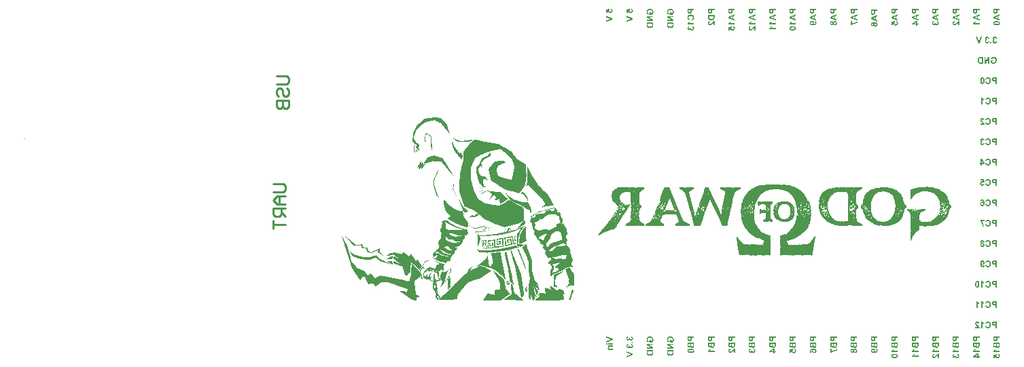
<source format=gbo>
G04*
G04 #@! TF.GenerationSoftware,Altium Limited,Altium Designer,23.10.1 (27)*
G04*
G04 Layer_Color=32896*
%FSLAX25Y25*%
%MOIN*%
G70*
G04*
G04 #@! TF.SameCoordinates,32BCE259-89C5-4998-93CB-A9973C1CCBB0*
G04*
G04*
G04 #@! TF.FilePolarity,Positive*
G04*
G01*
G75*
%ADD13C,0.01000*%
G36*
X88677Y130619D02*
X89328D01*
Y130456D01*
X89817D01*
Y130293D01*
X90469D01*
Y130130D01*
X90957D01*
Y129967D01*
X91120D01*
Y129805D01*
X91283D01*
Y129642D01*
X91446D01*
Y129479D01*
X91609D01*
Y129316D01*
X91772D01*
Y129153D01*
X91935D01*
Y128990D01*
X92098D01*
Y128827D01*
X92261D01*
Y128664D01*
X92423D01*
Y128501D01*
X92586D01*
Y128338D01*
X92749D01*
Y128013D01*
X92912D01*
Y127850D01*
X93075D01*
Y127687D01*
X93238D01*
Y127524D01*
X93401D01*
Y127361D01*
X93564D01*
Y127198D01*
X93727D01*
Y126872D01*
X93890D01*
Y126221D01*
X94053D01*
Y125569D01*
X94216D01*
Y125080D01*
X94378D01*
Y124429D01*
X94541D01*
Y123940D01*
X94704D01*
Y123288D01*
X94867D01*
Y122637D01*
X95030D01*
Y122148D01*
X94867D01*
Y122474D01*
X94704D01*
Y122800D01*
X94541D01*
Y123288D01*
X94378D01*
Y123451D01*
X94216D01*
Y123614D01*
X94053D01*
Y123940D01*
X93890D01*
Y124103D01*
X93727D01*
Y124266D01*
X93564D01*
Y124429D01*
X93401D01*
Y124592D01*
X93238D01*
Y124917D01*
X93075D01*
Y125080D01*
X92912D01*
Y125243D01*
X92749D01*
Y125406D01*
X92586D01*
Y125732D01*
X92423D01*
Y125895D01*
X92261D01*
Y126058D01*
X92098D01*
Y126221D01*
X91935D01*
Y126547D01*
X91772D01*
Y126709D01*
X91609D01*
Y126872D01*
X91446D01*
Y127035D01*
X91283D01*
Y127198D01*
X91120D01*
Y127524D01*
X90957D01*
Y127687D01*
X90794D01*
Y127850D01*
X90469D01*
Y128013D01*
X89980D01*
Y128175D01*
X89654D01*
Y128338D01*
X89165D01*
Y128501D01*
X88840D01*
Y128664D01*
X88514D01*
Y128827D01*
X88025D01*
Y128990D01*
X87699D01*
Y129153D01*
X87048D01*
Y128990D01*
X86396D01*
Y128827D01*
X85581D01*
Y128664D01*
X85093D01*
Y128501D01*
X84278D01*
Y128338D01*
X83627D01*
Y128175D01*
X83138D01*
Y128013D01*
X82975D01*
Y127850D01*
X82649D01*
Y127687D01*
X82323D01*
Y127524D01*
X82160D01*
Y127361D01*
X81835D01*
Y127198D01*
X81509D01*
Y127035D01*
X81183D01*
Y126872D01*
X81020D01*
Y126709D01*
X80857D01*
Y126547D01*
X80694D01*
Y126384D01*
X80531D01*
Y126221D01*
X80368D01*
Y126058D01*
X80205D01*
Y125895D01*
X80042D01*
Y125732D01*
X79880D01*
Y125569D01*
X79717D01*
Y125406D01*
X79554D01*
Y125243D01*
X79391D01*
Y125080D01*
X79228D01*
Y124917D01*
X79065D01*
Y124755D01*
X78902D01*
Y124592D01*
X78739D01*
Y124429D01*
X78576D01*
Y123777D01*
X78413D01*
Y123288D01*
X78250D01*
Y122800D01*
X78088D01*
Y122311D01*
X77925D01*
Y121822D01*
X77762D01*
Y121333D01*
X77599D01*
Y120845D01*
X77436D01*
Y120519D01*
X77599D01*
Y120030D01*
X77762D01*
Y119704D01*
X77925D01*
Y119216D01*
X78088D01*
Y119053D01*
X78250D01*
Y118890D01*
X78413D01*
Y118564D01*
X78576D01*
Y118401D01*
X78739D01*
Y118238D01*
X78902D01*
Y118075D01*
X79228D01*
Y117912D01*
X79391D01*
Y117750D01*
X79554D01*
Y117587D01*
X79880D01*
Y117424D01*
X80042D01*
Y116283D01*
X79880D01*
Y115143D01*
X80042D01*
Y114491D01*
X80205D01*
Y114003D01*
X80042D01*
Y114165D01*
X79880D01*
Y114328D01*
X79717D01*
Y114491D01*
X79554D01*
Y114654D01*
X79391D01*
Y114817D01*
X79228D01*
Y115143D01*
X79065D01*
Y115306D01*
X78902D01*
Y115469D01*
X78739D01*
Y115632D01*
X78576D01*
Y116446D01*
X78739D01*
Y117261D01*
X78413D01*
Y117424D01*
X78250D01*
Y117587D01*
X78088D01*
Y117750D01*
X77925D01*
Y117912D01*
X77762D01*
Y118075D01*
X77599D01*
Y118238D01*
X77436D01*
Y118401D01*
X77273D01*
Y118564D01*
X77110D01*
Y118727D01*
X76784D01*
Y119704D01*
X76947D01*
Y120682D01*
X77110D01*
Y121985D01*
X77273D01*
Y123288D01*
X77436D01*
Y123614D01*
X77599D01*
Y123940D01*
X77762D01*
Y124266D01*
X77925D01*
Y124592D01*
X78088D01*
Y124917D01*
X78250D01*
Y125243D01*
X78413D01*
Y125569D01*
X78576D01*
Y125895D01*
X78739D01*
Y126221D01*
X78902D01*
Y126547D01*
X79065D01*
Y126709D01*
X79228D01*
Y126872D01*
X79391D01*
Y127035D01*
X79554D01*
Y127198D01*
X79717D01*
Y127361D01*
X79880D01*
Y127524D01*
X80042D01*
Y127687D01*
X80368D01*
Y127850D01*
X80531D01*
Y128013D01*
X80694D01*
Y128175D01*
X80857D01*
Y128338D01*
X81020D01*
Y128501D01*
X81183D01*
Y128664D01*
X81509D01*
Y128827D01*
X81672D01*
Y128990D01*
X81835D01*
Y129153D01*
X81997D01*
Y129316D01*
X82160D01*
Y129479D01*
X82486D01*
Y129642D01*
X82649D01*
Y129805D01*
X82812D01*
Y129967D01*
X83789D01*
Y130130D01*
X84604D01*
Y130293D01*
X85418D01*
Y130456D01*
X86396D01*
Y130619D01*
X87211D01*
Y130782D01*
X88677D01*
Y130619D01*
D02*
G37*
G36*
X-113437Y120225D02*
X-113325D01*
Y120113D01*
X-113213D01*
Y120000D01*
X-113325D01*
Y120113D01*
X-113437D01*
Y120225D01*
X-113550D01*
Y120337D01*
X-113437D01*
Y120225D01*
D02*
G37*
G36*
X96985Y120356D02*
X97311D01*
Y120193D01*
X97636D01*
Y120030D01*
X97962D01*
Y119867D01*
X98288D01*
Y119704D01*
X98614D01*
Y119541D01*
X99103D01*
Y119378D01*
X99428D01*
Y119216D01*
X99754D01*
Y119053D01*
X100080D01*
Y118890D01*
X100732D01*
Y119053D01*
X102035D01*
Y119216D01*
X103501D01*
Y119378D01*
X104805D01*
Y119541D01*
X106108D01*
Y119378D01*
X105945D01*
Y119216D01*
X105782D01*
Y119053D01*
X105456D01*
Y118890D01*
X105293D01*
Y118727D01*
X105130D01*
Y118564D01*
X98940D01*
Y118727D01*
X98777D01*
Y118890D01*
X98614D01*
Y119053D01*
X98288D01*
Y119216D01*
X98125D01*
Y119378D01*
X97962D01*
Y119541D01*
X97636D01*
Y119704D01*
X97474D01*
Y119867D01*
X97311D01*
Y120030D01*
X97148D01*
Y120193D01*
X96822D01*
Y120356D01*
X96659D01*
Y120519D01*
X96985D01*
Y120356D01*
D02*
G37*
G36*
X83952Y122637D02*
X84278D01*
Y122474D01*
X84441D01*
Y122311D01*
X84604D01*
Y122148D01*
X84930D01*
Y121985D01*
X85093D01*
Y121822D01*
X85418D01*
Y121659D01*
X85581D01*
Y121496D01*
X85744D01*
Y121333D01*
X85907D01*
Y121170D01*
X86233D01*
Y117750D01*
X86396D01*
Y115306D01*
X86559D01*
Y113840D01*
X86396D01*
Y114654D01*
X86233D01*
Y115469D01*
X86070D01*
Y116120D01*
X85907D01*
Y116935D01*
X85744D01*
Y121170D01*
X85581D01*
Y121333D01*
X85256D01*
Y121496D01*
X85093D01*
Y121659D01*
X84930D01*
Y121822D01*
X84767D01*
Y121985D01*
X84441D01*
Y122148D01*
X84278D01*
Y122311D01*
X83627D01*
Y122148D01*
X83464D01*
Y121659D01*
X83301D01*
Y121008D01*
X83138D01*
Y120030D01*
X83301D01*
Y119053D01*
X83464D01*
Y118564D01*
X83138D01*
Y118727D01*
X82975D01*
Y119704D01*
X82812D01*
Y120193D01*
X82975D01*
Y120356D01*
Y120519D01*
Y121333D01*
X83138D01*
Y122148D01*
X83301D01*
Y122474D01*
X83464D01*
Y122637D01*
X83627D01*
Y122800D01*
X83952D01*
Y122637D01*
D02*
G37*
G36*
X78250Y113840D02*
X78088D01*
Y114003D01*
X78250D01*
Y113840D01*
D02*
G37*
G36*
X79228Y114003D02*
X79391D01*
Y113677D01*
X79065D01*
Y114003D01*
X78250D01*
Y114328D01*
X78413D01*
Y114491D01*
X79228D01*
Y114003D01*
D02*
G37*
G36*
X78902Y113514D02*
X78250D01*
Y113677D01*
X78902D01*
Y113514D01*
D02*
G37*
G36*
X77762Y113840D02*
X77925D01*
Y113677D01*
X78088D01*
Y113514D01*
X78250D01*
Y113351D01*
X77925D01*
Y113514D01*
X77762D01*
Y113677D01*
X77599D01*
Y114328D01*
Y114491D01*
Y117098D01*
X77762D01*
Y113840D01*
D02*
G37*
G36*
X96170Y118564D02*
X96333D01*
Y118238D01*
X96496D01*
Y117912D01*
X96659D01*
Y117587D01*
X96822D01*
Y117261D01*
X96985D01*
Y117098D01*
X97148D01*
Y116772D01*
X97311D01*
Y116446D01*
X97474D01*
Y116120D01*
X97636D01*
Y115795D01*
X97799D01*
Y115632D01*
X97962D01*
Y115469D01*
X98125D01*
Y115143D01*
X98288D01*
Y114980D01*
X98451D01*
Y114817D01*
X98614D01*
Y114654D01*
X98777D01*
Y114328D01*
X98940D01*
Y114165D01*
X99103D01*
Y114003D01*
X99266D01*
Y113677D01*
X99428D01*
Y113514D01*
X99591D01*
Y113351D01*
X99754D01*
Y113188D01*
X99917D01*
Y113025D01*
X100080D01*
Y113188D01*
X100732D01*
Y112862D01*
X100895D01*
Y112699D01*
X101058D01*
Y112536D01*
X101221D01*
Y112373D01*
X101383D01*
Y110907D01*
X101221D01*
Y109767D01*
X101058D01*
Y109930D01*
X100895D01*
Y110093D01*
X100732D01*
Y110256D01*
X100569D01*
Y110419D01*
X100406D01*
Y110582D01*
X100243D01*
Y110744D01*
X100080D01*
Y111070D01*
X99917D01*
Y111233D01*
X99754D01*
Y111396D01*
X99591D01*
Y111559D01*
X99428D01*
Y111722D01*
X99266D01*
Y111885D01*
X99103D01*
Y112211D01*
X98940D01*
Y112373D01*
X98777D01*
Y112536D01*
X98614D01*
Y112699D01*
X98451D01*
Y112862D01*
X98288D01*
Y113025D01*
X98125D01*
Y113188D01*
X97962D01*
Y113514D01*
X97799D01*
Y113840D01*
X97636D01*
Y114165D01*
X97474D01*
Y114328D01*
X97311D01*
Y114654D01*
X97148D01*
Y114980D01*
X96985D01*
Y115306D01*
X96822D01*
Y115632D01*
X96659D01*
Y115957D01*
X96496D01*
Y116772D01*
X96333D01*
Y117424D01*
X96170D01*
Y118238D01*
X96008D01*
Y118890D01*
X96170D01*
Y118564D01*
D02*
G37*
G36*
X115068Y111559D02*
X114905D01*
Y111396D01*
X114579D01*
Y111233D01*
X114253D01*
Y111070D01*
X113927D01*
Y110907D01*
X113602D01*
Y110744D01*
X113113D01*
Y110582D01*
X112787D01*
Y110419D01*
X112461D01*
Y110256D01*
X112135D01*
Y110093D01*
X111972D01*
Y109930D01*
X111810D01*
Y109767D01*
X111647D01*
Y109441D01*
X111484D01*
Y109278D01*
X111321D01*
Y109115D01*
X111158D01*
Y108952D01*
X110995D01*
Y108790D01*
X110832D01*
Y108627D01*
X110669D01*
Y108464D01*
X110506D01*
Y107812D01*
X110669D01*
Y107160D01*
X110832D01*
Y106346D01*
X110995D01*
Y106020D01*
X110832D01*
Y106183D01*
X110669D01*
Y106346D01*
X110506D01*
Y106509D01*
X110343D01*
Y106672D01*
X110018D01*
Y106509D01*
X109855D01*
Y106183D01*
X109692D01*
Y106020D01*
X109529D01*
Y105857D01*
X109366D01*
Y105694D01*
X109203D01*
Y105531D01*
X109040D01*
Y105368D01*
X108877D01*
Y105206D01*
X109040D01*
Y104391D01*
X109203D01*
Y103902D01*
X109366D01*
Y103251D01*
X109529D01*
Y103088D01*
X109692D01*
Y102762D01*
X109855D01*
Y102599D01*
X110018D01*
Y102436D01*
X110180D01*
Y102110D01*
X110343D01*
Y101947D01*
X110832D01*
Y101785D01*
X111484D01*
Y101622D01*
X112298D01*
Y101459D01*
X112461D01*
Y101296D01*
X112624D01*
Y101133D01*
X112787D01*
Y100970D01*
X112950D01*
Y100807D01*
X113113D01*
Y100644D01*
X113276D01*
Y100318D01*
X113602D01*
Y99993D01*
X113764D01*
Y99830D01*
X113927D01*
Y99667D01*
X113439D01*
Y99830D01*
X113113D01*
Y99993D01*
X112787D01*
Y100155D01*
X112298D01*
Y100318D01*
X111972D01*
Y100481D01*
X111810D01*
Y99993D01*
X111647D01*
Y98852D01*
Y98689D01*
Y98038D01*
X111810D01*
Y97549D01*
X111972D01*
Y97060D01*
X112135D01*
Y96734D01*
X112461D01*
Y96571D01*
X112787D01*
Y96409D01*
X113113D01*
Y96246D01*
X112461D01*
Y96409D01*
X111647D01*
Y96571D01*
X110832D01*
Y96734D01*
X110669D01*
Y97386D01*
X110506D01*
Y97549D01*
X110343D01*
Y97712D01*
X110018D01*
Y97875D01*
X109855D01*
Y98038D01*
X109692D01*
Y98201D01*
X109529D01*
Y98689D01*
X109366D01*
Y99341D01*
X109203D01*
Y99830D01*
X109040D01*
Y100318D01*
X108877D01*
Y100970D01*
X108714D01*
Y101622D01*
X108551D01*
Y102273D01*
X108388D01*
Y102925D01*
X108226D01*
Y105043D01*
X108063D01*
Y105531D01*
X107900D01*
Y105694D01*
X108063D01*
Y106020D01*
X108226D01*
Y106183D01*
X108388D01*
Y106346D01*
X108551D01*
Y106509D01*
X108714D01*
Y106672D01*
X108877D01*
Y106835D01*
X109040D01*
Y106998D01*
X109203D01*
Y107160D01*
X109366D01*
Y107486D01*
X109529D01*
Y107649D01*
X109692D01*
Y108138D01*
X109855D01*
Y108464D01*
X110018D01*
Y108952D01*
X110180D01*
Y109278D01*
X110343D01*
Y109767D01*
X110506D01*
Y110093D01*
X110669D01*
Y110419D01*
X110832D01*
Y110744D01*
X111321D01*
Y110907D01*
X111647D01*
Y111070D01*
X112135D01*
Y111233D01*
X112624D01*
Y111396D01*
X112950D01*
Y111559D01*
X113439D01*
Y111722D01*
X113764D01*
Y111885D01*
X113927D01*
Y112211D01*
X114090D01*
Y112373D01*
X114253D01*
Y112536D01*
X114416D01*
Y112699D01*
X114579D01*
Y112862D01*
X114742D01*
Y113188D01*
X115068D01*
Y111559D01*
D02*
G37*
G36*
X79228Y105857D02*
X79065D01*
Y106020D01*
X79228D01*
Y105857D01*
D02*
G37*
G36*
X81183Y108790D02*
X81020D01*
Y108627D01*
X81183D01*
Y107975D01*
X81509D01*
Y108138D01*
X81835D01*
Y108301D01*
X82160D01*
Y107975D01*
X81997D01*
Y107812D01*
X82160D01*
Y107649D01*
X81997D01*
Y107486D01*
X82160D01*
Y107160D01*
X82323D01*
Y107323D01*
X82649D01*
Y107486D01*
X82975D01*
Y107649D01*
X83138D01*
Y107323D01*
X82975D01*
Y107160D01*
X82812D01*
Y106998D01*
X82649D01*
Y106835D01*
X82486D01*
Y106672D01*
X82323D01*
Y106509D01*
X82160D01*
Y106183D01*
X81997D01*
Y106020D01*
X81835D01*
Y105857D01*
X81672D01*
Y105694D01*
X81509D01*
Y105531D01*
X81346D01*
Y105368D01*
X81183D01*
Y106020D01*
X81020D01*
Y105857D01*
X80694D01*
Y105694D01*
X80531D01*
Y105531D01*
X80368D01*
Y105368D01*
X80042D01*
Y105206D01*
X79717D01*
Y105531D01*
X79880D01*
Y106509D01*
X79717D01*
Y106346D01*
X79554D01*
Y106183D01*
X79391D01*
Y106020D01*
X79228D01*
Y106346D01*
X79391D01*
Y106509D01*
X79554D01*
Y106835D01*
X79717D01*
Y107160D01*
X79880D01*
Y107323D01*
X80042D01*
Y107649D01*
X80205D01*
Y107812D01*
X80368D01*
Y108138D01*
X80531D01*
Y108464D01*
X80694D01*
Y108627D01*
X80857D01*
Y108952D01*
X81020D01*
Y109115D01*
X81183D01*
Y108790D01*
D02*
G37*
G36*
X87699Y111722D02*
X88188D01*
Y111559D01*
X88677D01*
Y111396D01*
X89328D01*
Y111233D01*
X89817D01*
Y111070D01*
X90469D01*
Y110907D01*
X90957D01*
Y110744D01*
X91609D01*
Y110582D01*
X91772D01*
Y110256D01*
X91935D01*
Y110093D01*
X92098D01*
Y109767D01*
X92261D01*
Y109441D01*
X92423D01*
Y109278D01*
X92586D01*
Y108952D01*
X92749D01*
Y108627D01*
X92912D01*
Y108464D01*
X93075D01*
Y108138D01*
X93238D01*
Y107812D01*
X93401D01*
Y107649D01*
X93564D01*
Y107323D01*
X93727D01*
Y106998D01*
X93890D01*
Y106835D01*
X94053D01*
Y106509D01*
X94216D01*
Y106183D01*
X94378D01*
Y106020D01*
X94541D01*
Y105694D01*
X94704D01*
Y105368D01*
X94867D01*
Y105206D01*
X95030D01*
Y104880D01*
X95193D01*
Y104554D01*
X95356D01*
Y104391D01*
X95519D01*
Y104065D01*
X95682D01*
Y103739D01*
X95845D01*
Y103577D01*
X96008D01*
Y103251D01*
X96170D01*
Y102925D01*
X96333D01*
Y102762D01*
X96496D01*
Y102436D01*
X96659D01*
Y102273D01*
X96822D01*
Y102110D01*
X96496D01*
Y102273D01*
X96333D01*
Y102599D01*
X96170D01*
Y102762D01*
X96008D01*
Y102925D01*
X95845D01*
Y103088D01*
X95682D01*
Y103251D01*
X95519D01*
Y103414D01*
X95356D01*
Y103739D01*
X95193D01*
Y103902D01*
X95030D01*
Y104065D01*
X94867D01*
Y104228D01*
X94704D01*
Y104391D01*
X94541D01*
Y104717D01*
X94378D01*
Y104880D01*
X94216D01*
Y105043D01*
X94053D01*
Y105206D01*
X93890D01*
Y105368D01*
X93727D01*
Y105694D01*
X93564D01*
Y105857D01*
X93401D01*
Y106020D01*
X93238D01*
Y106183D01*
X93075D01*
Y106509D01*
X92912D01*
Y106672D01*
X92749D01*
Y106835D01*
X92586D01*
Y106998D01*
X92423D01*
Y107160D01*
X92261D01*
Y107486D01*
X92098D01*
Y107649D01*
X91935D01*
Y107812D01*
X91772D01*
Y107975D01*
X91609D01*
Y108138D01*
X91446D01*
Y108464D01*
X91283D01*
Y108627D01*
X91120D01*
Y108790D01*
X90957D01*
Y108952D01*
X90794D01*
Y109115D01*
X86885D01*
Y109278D01*
X86559D01*
Y109115D01*
X86396D01*
Y108952D01*
X86070D01*
Y108790D01*
X85744D01*
Y108627D01*
X85256D01*
Y108464D01*
X84767D01*
Y108301D01*
X84278D01*
Y108138D01*
X83952D01*
Y107975D01*
X82812D01*
Y107812D01*
X82323D01*
Y108138D01*
X82486D01*
Y108301D01*
X82649D01*
Y108627D01*
X82812D01*
Y108790D01*
X82975D01*
Y109115D01*
X83138D01*
Y109441D01*
X83301D01*
Y109604D01*
X83464D01*
Y109930D01*
X83627D01*
Y110093D01*
X83789D01*
Y110419D01*
X83952D01*
Y110582D01*
X84115D01*
Y110907D01*
X84441D01*
Y111070D01*
X84930D01*
Y111233D01*
X85418D01*
Y111396D01*
X85907D01*
Y111559D01*
X86396D01*
Y111722D01*
X87048D01*
Y111885D01*
X87699D01*
Y111722D01*
D02*
G37*
G36*
X97311Y101459D02*
X97148D01*
Y101622D01*
X97311D01*
Y101459D01*
D02*
G37*
G36*
X107900Y119541D02*
X108714D01*
Y119378D01*
X109366D01*
Y119216D01*
X110180D01*
Y119053D01*
X110832D01*
Y118890D01*
X111647D01*
Y118727D01*
X112624D01*
Y118564D01*
X113602D01*
Y118401D01*
X114416D01*
Y118238D01*
X115393D01*
Y118075D01*
X116371D01*
Y117912D01*
X117348D01*
Y117750D01*
X118326D01*
Y117587D01*
X119140D01*
Y117424D01*
X119466D01*
Y117261D01*
X119792D01*
Y117098D01*
X119955D01*
Y116935D01*
X120281D01*
Y116772D01*
X120444D01*
Y116609D01*
X120769D01*
Y116446D01*
X121095D01*
Y116283D01*
X121258D01*
Y116120D01*
X121584D01*
Y115957D01*
X121910D01*
Y115795D01*
X122073D01*
Y115632D01*
X122398D01*
Y115469D01*
X122724D01*
Y115306D01*
X122887D01*
Y115143D01*
X123213D01*
Y114980D01*
X123376D01*
Y114817D01*
X123702D01*
Y114654D01*
X124028D01*
Y114491D01*
X124190D01*
Y114328D01*
X124516D01*
Y114165D01*
X124842D01*
Y114003D01*
X125005D01*
Y113840D01*
X125331D01*
Y113677D01*
X125494D01*
Y113514D01*
X125657D01*
Y113188D01*
X125820D01*
Y113025D01*
X125982D01*
Y112862D01*
X126145D01*
Y112699D01*
X126308D01*
Y112373D01*
X126471D01*
Y112211D01*
X126634D01*
Y112048D01*
X126797D01*
Y111885D01*
X126960D01*
Y111559D01*
X127123D01*
Y111396D01*
X127286D01*
Y111233D01*
X127449D01*
Y110907D01*
X127612D01*
Y110744D01*
X127775D01*
Y110582D01*
X127937D01*
Y110419D01*
X128100D01*
Y110256D01*
X128263D01*
Y110093D01*
X128589D01*
Y109930D01*
X128752D01*
Y109767D01*
X129078D01*
Y109604D01*
X129241D01*
Y109441D01*
X129566D01*
Y109278D01*
X129729D01*
Y109115D01*
X130055D01*
Y108952D01*
X130218D01*
Y108790D01*
X130544D01*
Y108627D01*
X130707D01*
Y108464D01*
X130870D01*
Y108301D01*
X131195D01*
Y108138D01*
X131358D01*
Y107975D01*
X131684D01*
Y107812D01*
X131847D01*
Y107649D01*
X132173D01*
Y107486D01*
X132336D01*
Y106672D01*
X132499D01*
Y103251D01*
X132662D01*
Y101133D01*
X132499D01*
Y99993D01*
X132336D01*
Y99015D01*
X132173D01*
Y98038D01*
X132010D01*
Y97223D01*
X131847D01*
Y96897D01*
X131684D01*
Y96571D01*
X131521D01*
Y96409D01*
X131358D01*
Y96246D01*
X131195D01*
Y95920D01*
X131033D01*
Y95757D01*
X130870D01*
Y95594D01*
X130707D01*
Y95268D01*
X130544D01*
Y95105D01*
X130381D01*
Y94779D01*
X130218D01*
Y94617D01*
X130055D01*
Y94454D01*
X129892D01*
Y94128D01*
X129729D01*
Y93965D01*
X129566D01*
Y93639D01*
X129403D01*
Y93476D01*
X129241D01*
Y93313D01*
X128589D01*
Y93476D01*
X128100D01*
Y93639D01*
X127449D01*
Y93802D01*
X126960D01*
Y93965D01*
X126471D01*
Y94128D01*
X125820D01*
Y94291D01*
X125168D01*
Y94454D01*
X124679D01*
Y94617D01*
X124190D01*
Y94779D01*
X123539D01*
Y94942D01*
X123050D01*
Y95105D01*
X122561D01*
Y95268D01*
X121910D01*
Y95431D01*
X121747D01*
Y95594D01*
X121421D01*
Y95757D01*
X121258D01*
Y95920D01*
X120932D01*
Y96083D01*
X120769D01*
Y96246D01*
X120444D01*
Y96409D01*
X120118D01*
Y96571D01*
X119955D01*
Y96734D01*
X119629D01*
Y96897D01*
X119466D01*
Y97060D01*
X119140D01*
Y97223D01*
X118815D01*
Y97386D01*
X118652D01*
Y97549D01*
X118326D01*
Y97712D01*
X118163D01*
Y97875D01*
X117837D01*
Y98038D01*
X117674D01*
Y98201D01*
X117348D01*
Y98364D01*
X117185D01*
Y98526D01*
X116860D01*
Y98689D01*
X116534D01*
Y98852D01*
X116371D01*
Y99015D01*
X116045D01*
Y99178D01*
X115882D01*
Y99341D01*
X115556D01*
Y99504D01*
X115393D01*
Y99830D01*
X115231D01*
Y100644D01*
X115068D01*
Y101296D01*
X114905D01*
Y102110D01*
X114742D01*
Y102762D01*
X114579D01*
Y103414D01*
X114416D01*
Y104228D01*
X114253D01*
Y104880D01*
X114090D01*
Y105206D01*
X114253D01*
Y105368D01*
X114416D01*
Y105694D01*
X114579D01*
Y105857D01*
X114742D01*
Y106020D01*
X114905D01*
Y106183D01*
X115068D01*
Y106346D01*
X115231D01*
Y106672D01*
X115393D01*
Y106835D01*
X115556D01*
Y106998D01*
X115719D01*
Y107160D01*
X115882D01*
Y107486D01*
X116045D01*
Y107649D01*
X116208D01*
Y107812D01*
X116371D01*
Y107975D01*
X116534D01*
Y108138D01*
X116697D01*
Y108464D01*
X116860D01*
Y108627D01*
X117023D01*
Y108790D01*
X117185D01*
Y108952D01*
X117674D01*
Y109115D01*
X118652D01*
Y109278D01*
X119629D01*
Y109441D01*
X121584D01*
Y109278D01*
X121747D01*
Y109115D01*
X121910D01*
Y108952D01*
X122073D01*
Y108627D01*
X122236D01*
Y108464D01*
X122398D01*
Y108138D01*
X121910D01*
Y107975D01*
X121421D01*
Y107812D01*
X120932D01*
Y107649D01*
X120444D01*
Y107486D01*
X120118D01*
Y107323D01*
X119629D01*
Y107160D01*
X119466D01*
Y106998D01*
X119140D01*
Y106835D01*
X118815D01*
Y106672D01*
X118652D01*
Y106346D01*
X118489D01*
Y106020D01*
X118326D01*
Y105694D01*
X118163D01*
Y105206D01*
X118000D01*
Y105043D01*
X118163D01*
Y103577D01*
X118326D01*
Y102762D01*
X118489D01*
Y102436D01*
X118652D01*
Y102273D01*
X118815D01*
Y102110D01*
X118977D01*
Y101947D01*
X119140D01*
Y101785D01*
X119303D01*
Y101622D01*
X119629D01*
Y101459D01*
X119955D01*
Y101296D01*
X120444D01*
Y101133D01*
X120932D01*
Y100970D01*
X121258D01*
Y100807D01*
X121747D01*
Y100644D01*
X122236D01*
Y100481D01*
X123050D01*
Y100318D01*
X123539D01*
Y100155D01*
X124353D01*
Y99993D01*
X125005D01*
Y99830D01*
X125331D01*
Y99993D01*
X125494D01*
Y100481D01*
X125657D01*
Y100970D01*
X125820D01*
Y101459D01*
X125982D01*
Y101947D01*
X126145D01*
Y102762D01*
X126308D01*
Y103577D01*
X126471D01*
Y104554D01*
X126634D01*
Y105368D01*
X126797D01*
Y106020D01*
X126960D01*
Y106346D01*
X126797D01*
Y106835D01*
X126634D01*
Y107486D01*
X126471D01*
Y108138D01*
X126308D01*
Y108627D01*
X126145D01*
Y109115D01*
X125982D01*
Y109604D01*
X125820D01*
Y109767D01*
X125657D01*
Y110093D01*
X125494D01*
Y110256D01*
X125331D01*
Y110419D01*
X125168D01*
Y110582D01*
X125005D01*
Y110744D01*
X124842D01*
Y110907D01*
X124679D01*
Y111070D01*
X124516D01*
Y111233D01*
X124353D01*
Y111396D01*
X124190D01*
Y111559D01*
X124028D01*
Y111722D01*
X123865D01*
Y111885D01*
X123702D01*
Y112048D01*
X123539D01*
Y112211D01*
X123376D01*
Y112373D01*
X123213D01*
Y112536D01*
X123050D01*
Y112699D01*
X122724D01*
Y112862D01*
X122561D01*
Y113025D01*
X122398D01*
Y113188D01*
X122236D01*
Y113351D01*
X122073D01*
Y113514D01*
X121747D01*
Y113677D01*
X121584D01*
Y113840D01*
X121421D01*
Y114003D01*
X121258D01*
Y114165D01*
X121095D01*
Y114328D01*
X120932D01*
Y114491D01*
X120607D01*
Y114654D01*
X120444D01*
Y114817D01*
X120281D01*
Y114980D01*
X119629D01*
Y114817D01*
X118815D01*
Y114654D01*
X118000D01*
Y114491D01*
X117023D01*
Y114328D01*
X116208D01*
Y114165D01*
X115393D01*
Y114003D01*
X114742D01*
Y113840D01*
X114416D01*
Y113677D01*
X113927D01*
Y113514D01*
X113439D01*
Y113351D01*
X113113D01*
Y113188D01*
X112624D01*
Y113025D01*
X112298D01*
Y112862D01*
X111810D01*
Y112699D01*
X111484D01*
Y112536D01*
X110995D01*
Y112373D01*
X110669D01*
Y112211D01*
X110180D01*
Y112048D01*
X110018D01*
Y111885D01*
X109692D01*
Y111722D01*
X109366D01*
Y111559D01*
X109040D01*
Y111396D01*
X108877D01*
Y111233D01*
X108551D01*
Y111070D01*
X108226D01*
Y110907D01*
X107900D01*
Y110744D01*
X107737D01*
Y110582D01*
X107574D01*
Y110256D01*
X107411D01*
Y109930D01*
X107248D01*
Y109604D01*
X107085D01*
Y109278D01*
X106922D01*
Y108952D01*
X106759D01*
Y108627D01*
X106597D01*
Y108301D01*
X106434D01*
Y107812D01*
X106271D01*
Y107486D01*
X106108D01*
Y106998D01*
X105945D01*
Y106509D01*
X105782D01*
Y106183D01*
X105619D01*
Y100318D01*
X105456D01*
Y100155D01*
X105619D01*
Y99504D01*
X105782D01*
Y98852D01*
X105945D01*
Y98364D01*
X106108D01*
Y97712D01*
X106271D01*
Y97060D01*
X106434D01*
Y96571D01*
X106597D01*
Y95920D01*
X106759D01*
Y95431D01*
X106922D01*
Y94779D01*
X107085D01*
Y94291D01*
X107248D01*
Y93965D01*
X107411D01*
Y93639D01*
X107574D01*
Y93313D01*
X107737D01*
Y92988D01*
X107900D01*
Y92662D01*
X108063D01*
Y92336D01*
X108226D01*
Y92010D01*
X108388D01*
Y91684D01*
X108551D01*
Y91358D01*
X108714D01*
Y91033D01*
X108877D01*
Y90707D01*
X109040D01*
Y90381D01*
X109203D01*
Y90218D01*
X109529D01*
Y90055D01*
X109855D01*
Y89892D01*
X110180D01*
Y89729D01*
X110343D01*
Y89566D01*
X110669D01*
Y89403D01*
X110995D01*
Y89241D01*
X111158D01*
Y89078D01*
X111484D01*
Y88915D01*
X111810D01*
Y88752D01*
X112135D01*
Y88589D01*
X112298D01*
Y88426D01*
X112950D01*
Y88263D01*
X113764D01*
Y88100D01*
X114416D01*
Y87937D01*
X115393D01*
Y87774D01*
X116534D01*
Y87612D01*
X117837D01*
Y87449D01*
X119140D01*
Y87286D01*
X119466D01*
Y87449D01*
X119955D01*
Y87612D01*
X120281D01*
Y87774D01*
X120607D01*
Y87937D01*
X120932D01*
Y88100D01*
X121258D01*
Y88263D01*
X121584D01*
Y88426D01*
X121910D01*
Y88589D01*
X122073D01*
Y88752D01*
X122398D01*
Y88915D01*
X122561D01*
Y89078D01*
X122724D01*
Y89241D01*
X123050D01*
Y89403D01*
X123213D01*
Y89566D01*
X123376D01*
Y89729D01*
X123702D01*
Y89892D01*
X124679D01*
Y89729D01*
X125005D01*
Y89566D01*
X125168D01*
Y89729D01*
X125005D01*
Y89892D01*
X124842D01*
Y90218D01*
X124679D01*
Y90381D01*
X124516D01*
Y90544D01*
X124353D01*
Y90707D01*
X124190D01*
Y90870D01*
X124028D01*
Y91195D01*
X123865D01*
Y91358D01*
X123702D01*
Y91521D01*
X123539D01*
Y91684D01*
X123376D01*
Y92010D01*
X123213D01*
Y92336D01*
X123050D01*
Y92662D01*
X122887D01*
Y92988D01*
X122724D01*
Y93313D01*
X122561D01*
Y93639D01*
X122398D01*
Y93965D01*
X122561D01*
Y93802D01*
Y93639D01*
X122724D01*
Y93476D01*
X122887D01*
Y93150D01*
X123050D01*
Y92988D01*
X123213D01*
Y92662D01*
X123376D01*
Y92499D01*
X123539D01*
Y92173D01*
X123702D01*
Y92010D01*
X123865D01*
Y91847D01*
X124190D01*
Y91684D01*
X124353D01*
Y91521D01*
X124679D01*
Y91358D01*
X124842D01*
Y91195D01*
X125168D01*
Y91033D01*
X125494D01*
Y90870D01*
X125657D01*
Y90707D01*
X125982D01*
Y90544D01*
X126308D01*
Y90381D01*
X126471D01*
Y90218D01*
X126960D01*
Y90055D01*
X127449D01*
Y89892D01*
X128100D01*
Y89729D01*
X128589D01*
Y89566D01*
X129078D01*
Y89403D01*
X129729D01*
Y89241D01*
X130218D01*
Y89078D01*
X130707D01*
Y88915D01*
X133639D01*
Y88752D01*
X133802D01*
Y88263D01*
X133965D01*
Y87937D01*
X134128D01*
Y87612D01*
X134291D01*
Y87286D01*
X134454D01*
Y86797D01*
X134617D01*
Y86471D01*
X134780D01*
Y86145D01*
X134942D01*
Y85494D01*
X135105D01*
Y84353D01*
X135268D01*
Y84190D01*
X135105D01*
Y83865D01*
X134780D01*
Y83702D01*
X134617D01*
Y83539D01*
X134454D01*
Y85005D01*
X134291D01*
Y85820D01*
X134128D01*
Y85331D01*
X132987D01*
Y85494D01*
X132662D01*
Y85657D01*
X132336D01*
Y85820D01*
X132010D01*
Y85983D01*
X131684D01*
Y86471D01*
X131521D01*
Y86634D01*
X131195D01*
Y86797D01*
X131033D01*
Y86960D01*
X130707D01*
Y87123D01*
X130544D01*
Y87286D01*
X130218D01*
Y87449D01*
X129892D01*
Y87612D01*
X129566D01*
Y87774D01*
X129078D01*
Y87937D01*
X128752D01*
Y88100D01*
X128426D01*
Y88263D01*
X127937D01*
Y88426D01*
X127612D01*
Y88589D01*
X127286D01*
Y88752D01*
X126797D01*
Y88915D01*
X126471D01*
Y89078D01*
X126145D01*
Y89241D01*
X125982D01*
Y89078D01*
X126145D01*
Y88915D01*
X126471D01*
Y88752D01*
X126797D01*
Y88589D01*
X127123D01*
Y88426D01*
X127286D01*
Y88263D01*
X127612D01*
Y88100D01*
X127937D01*
Y87937D01*
X128263D01*
Y87774D01*
X128589D01*
Y87612D01*
X128915D01*
Y87449D01*
X129078D01*
Y87286D01*
X129403D01*
Y87123D01*
X129729D01*
Y86960D01*
X130055D01*
Y86797D01*
X130381D01*
Y86634D01*
X130544D01*
Y86471D01*
X130870D01*
Y86308D01*
X131195D01*
Y85657D01*
X131358D01*
Y79629D01*
X131033D01*
Y79466D01*
X130707D01*
Y79303D01*
X130381D01*
Y79140D01*
X130055D01*
Y78977D01*
X129729D01*
Y78815D01*
X129566D01*
Y78652D01*
X129241D01*
Y78489D01*
X128752D01*
Y78326D01*
X128100D01*
Y78163D01*
X127449D01*
Y78000D01*
X126797D01*
Y77837D01*
X126145D01*
Y77674D01*
X125657D01*
Y77511D01*
X125005D01*
Y77348D01*
X124353D01*
Y77185D01*
X123702D01*
Y77023D01*
X123050D01*
Y76860D01*
X122398D01*
Y76697D01*
X121584D01*
Y76860D01*
X121095D01*
Y77023D01*
X120607D01*
Y77185D01*
X120118D01*
Y77348D01*
X119629D01*
Y77511D01*
X119140D01*
Y77674D01*
X118652D01*
Y77837D01*
X118000D01*
Y78000D01*
X117511D01*
Y78163D01*
X117023D01*
Y78326D01*
X116697D01*
Y78489D01*
X116371D01*
Y78652D01*
X116045D01*
Y78815D01*
X115719D01*
Y78977D01*
X115393D01*
Y79140D01*
X115068D01*
Y79303D01*
X114742D01*
Y79466D01*
X114416D01*
Y79629D01*
X114090D01*
Y79792D01*
X113764D01*
Y79955D01*
X113439D01*
Y80118D01*
X113276D01*
Y80281D01*
X112950D01*
Y80444D01*
X112624D01*
Y80607D01*
X112298D01*
Y80769D01*
X111972D01*
Y80932D01*
X111810D01*
Y81095D01*
X111647D01*
Y81258D01*
X111484D01*
Y81421D01*
X111158D01*
Y81584D01*
X110995D01*
Y81747D01*
X110832D01*
Y81910D01*
X110669D01*
Y82073D01*
X110343D01*
Y82236D01*
X110180D01*
Y82398D01*
X110018D01*
Y82561D01*
X109855D01*
Y82724D01*
X109529D01*
Y82887D01*
X109366D01*
Y83050D01*
X109203D01*
Y83213D01*
X109040D01*
Y83376D01*
X108714D01*
Y83539D01*
X108551D01*
Y83702D01*
X108388D01*
Y83865D01*
X108226D01*
Y84028D01*
X108063D01*
Y84190D01*
X107737D01*
Y84353D01*
X107574D01*
Y84516D01*
X107411D01*
Y84679D01*
X107248D01*
Y84842D01*
X106922D01*
Y85005D01*
X106597D01*
Y85168D01*
X106108D01*
Y85331D01*
X105782D01*
Y85494D01*
X105293D01*
Y85657D01*
X104967D01*
Y85820D01*
X104479D01*
Y85983D01*
X104153D01*
Y86145D01*
X103664D01*
Y86308D01*
X103338D01*
Y86471D01*
X102850D01*
Y86634D01*
X102524D01*
Y86797D01*
X102361D01*
Y86960D01*
X102198D01*
Y87449D01*
X102035D01*
Y87937D01*
X101872D01*
Y88263D01*
X101709D01*
Y88752D01*
X101546D01*
Y89241D01*
X101383D01*
Y89729D01*
X101221D01*
Y90218D01*
X101058D01*
Y90707D01*
X100895D01*
Y91195D01*
X100732D01*
Y91684D01*
X100569D01*
Y92173D01*
X100406D01*
Y92662D01*
X100243D01*
Y93150D01*
X100080D01*
Y93639D01*
X99917D01*
Y94128D01*
X99754D01*
Y95431D01*
X99917D01*
Y100318D01*
X100080D01*
Y102925D01*
X100243D01*
Y103739D01*
X100406D01*
Y104391D01*
X100569D01*
Y105043D01*
X100732D01*
Y105694D01*
X100895D01*
Y106509D01*
X101058D01*
Y107160D01*
X101221D01*
Y107812D01*
X101383D01*
Y108464D01*
X101546D01*
Y109115D01*
X101709D01*
Y109930D01*
X101872D01*
Y114003D01*
X102035D01*
Y114165D01*
X102198D01*
Y114328D01*
X102361D01*
Y114491D01*
X102524D01*
Y114817D01*
X102687D01*
Y114980D01*
X102850D01*
Y115143D01*
X103013D01*
Y115469D01*
X103175D01*
Y115632D01*
X103338D01*
Y115795D01*
X103501D01*
Y115957D01*
X103664D01*
Y116283D01*
X103827D01*
Y116446D01*
X103990D01*
Y116609D01*
X104153D01*
Y116935D01*
X104316D01*
Y117098D01*
X104479D01*
Y117261D01*
X104642D01*
Y117424D01*
X104805D01*
Y117750D01*
X104967D01*
Y117912D01*
X105293D01*
Y118075D01*
X105456D01*
Y118238D01*
X105619D01*
Y118401D01*
X105782D01*
Y118564D01*
X105945D01*
Y118727D01*
X106108D01*
Y118890D01*
X106434D01*
Y119053D01*
X106597D01*
Y119216D01*
X106759D01*
Y119378D01*
X106922D01*
Y119541D01*
X107085D01*
Y119704D01*
X107900D01*
Y119541D01*
D02*
G37*
G36*
X259692Y97456D02*
X261333D01*
Y97128D01*
X262646D01*
Y96800D01*
X262974D01*
Y96471D01*
X264286D01*
Y96143D01*
X264943D01*
Y95815D01*
X265599D01*
Y95487D01*
X266256D01*
Y95159D01*
X266584D01*
Y94830D01*
X267240D01*
Y94502D01*
X267568D01*
Y94174D01*
X267897D01*
Y93846D01*
X268225D01*
Y93518D01*
X268553D01*
Y93190D01*
X268881D01*
Y92861D01*
X269209D01*
Y92205D01*
X269538D01*
Y91549D01*
X269866D01*
Y91220D01*
X270194D01*
Y90564D01*
X270522D01*
Y89579D01*
X271179D01*
Y89251D01*
X271507D01*
Y88595D01*
X271835D01*
Y87282D01*
X272163D01*
Y84985D01*
X272491D01*
Y84328D01*
X272163D01*
Y83672D01*
X272491D01*
Y83015D01*
X272163D01*
Y82687D01*
X272491D01*
Y82031D01*
X272163D01*
Y79734D01*
X271835D01*
Y78421D01*
X271507D01*
Y78092D01*
X271179D01*
Y76780D01*
X270850D01*
Y76123D01*
X270522D01*
Y75795D01*
X270194D01*
Y75139D01*
X269866D01*
Y74810D01*
X269538D01*
Y74482D01*
X269209D01*
Y74154D01*
X268881D01*
Y73826D01*
X268225D01*
Y73498D01*
X267897D01*
Y73170D01*
X267568D01*
Y72841D01*
X267240D01*
Y72513D01*
X266584D01*
Y72185D01*
X265927D01*
Y71529D01*
X264943D01*
Y71200D01*
X264615D01*
Y70872D01*
X263630D01*
Y70544D01*
X262646D01*
Y70216D01*
X261333D01*
Y69888D01*
X260348D01*
Y69231D01*
X260676D01*
Y68575D01*
X261004D01*
Y67918D01*
X266584D01*
Y68247D01*
X266912D01*
Y67918D01*
X267897D01*
Y68247D01*
X270850D01*
Y68575D01*
X271507D01*
Y68903D01*
X271835D01*
Y69231D01*
X272163D01*
Y69559D01*
X272491D01*
Y70216D01*
X272819D01*
Y70544D01*
X273148D01*
Y70872D01*
X273476D01*
Y71529D01*
X273804D01*
Y71857D01*
X274132D01*
Y72185D01*
X274461D01*
Y70872D01*
X274132D01*
Y68903D01*
X273804D01*
Y66934D01*
X273476D01*
Y64965D01*
X273148D01*
Y62995D01*
X272819D01*
Y62667D01*
X272491D01*
Y62995D01*
X268553D01*
Y62667D01*
X267897D01*
Y62995D01*
X264615D01*
Y62667D01*
X264286D01*
Y62995D01*
X263630D01*
Y62667D01*
X262974D01*
Y62995D01*
X262317D01*
Y62667D01*
X261661D01*
Y62995D01*
X257723D01*
Y62667D01*
X257394D01*
Y62995D01*
X257066D01*
Y66606D01*
X257394D01*
Y67262D01*
X257066D01*
Y70872D01*
X257394D01*
Y71200D01*
X257066D01*
Y72513D01*
X258051D01*
Y72841D01*
X259035D01*
Y73170D01*
X259692D01*
Y72841D01*
X260020D01*
Y73170D01*
X260348D01*
Y73498D01*
X260676D01*
Y73826D01*
X261004D01*
Y74154D01*
X261333D01*
Y74482D01*
X261661D01*
Y74810D01*
X262317D01*
Y75467D01*
X262646D01*
Y75795D01*
X262974D01*
Y76123D01*
X263302D01*
Y76780D01*
X263630D01*
Y77108D01*
X263958D01*
Y77764D01*
X264286D01*
Y78421D01*
X264615D01*
Y79405D01*
X264943D01*
Y80390D01*
X265271D01*
Y82359D01*
X265599D01*
Y82687D01*
X265927D01*
Y83672D01*
X265599D01*
Y86297D01*
X265271D01*
Y87610D01*
X264943D01*
Y88923D01*
X264615D01*
Y89907D01*
X264286D01*
Y90564D01*
X263958D01*
Y91220D01*
X263630D01*
Y91549D01*
X263302D01*
Y92205D01*
X262974D01*
Y92533D01*
X262317D01*
Y92861D01*
X261989D01*
Y93190D01*
X261661D01*
Y93518D01*
X261004D01*
Y93846D01*
X260676D01*
Y94174D01*
X259692D01*
Y94502D01*
X258707D01*
Y94830D01*
X257066D01*
Y95159D01*
X253456D01*
Y94830D01*
X252800D01*
Y95159D01*
X252471D01*
Y94830D01*
X251487D01*
Y94502D01*
X250174D01*
Y94174D01*
X249846D01*
Y93846D01*
X249189D01*
Y93518D01*
X248861D01*
Y93190D01*
X248205D01*
Y92861D01*
X247877D01*
Y92533D01*
X247549D01*
Y92205D01*
X247220D01*
Y91549D01*
X246892D01*
Y91220D01*
X246564D01*
Y90564D01*
X246236D01*
Y89907D01*
X245907D01*
Y89251D01*
X245579D01*
Y88595D01*
X245251D01*
Y87938D01*
X244923D01*
Y85313D01*
X244595D01*
Y80062D01*
X244923D01*
Y78749D01*
X245251D01*
Y78092D01*
X245579D01*
Y77764D01*
X245907D01*
Y77108D01*
X246236D01*
Y76451D01*
X246564D01*
Y75795D01*
X246892D01*
Y75467D01*
X247220D01*
Y75139D01*
X247549D01*
Y74482D01*
X247877D01*
Y74154D01*
X248205D01*
Y73826D01*
X249189D01*
Y73498D01*
X249846D01*
Y73170D01*
X250502D01*
Y72841D01*
X251487D01*
Y72513D01*
X252471D01*
Y71529D01*
X252143D01*
Y71200D01*
X252471D01*
Y62995D01*
X252143D01*
Y62667D01*
X251815D01*
Y62995D01*
X249846D01*
Y62667D01*
X249518D01*
Y62995D01*
X249189D01*
Y62667D01*
X248533D01*
Y62995D01*
X245907D01*
Y62667D01*
X244595D01*
Y62995D01*
X244267D01*
Y62667D01*
X243938D01*
Y62995D01*
X243610D01*
Y62667D01*
X242626D01*
Y62995D01*
X240985D01*
Y63324D01*
X240328D01*
Y62995D01*
X237046D01*
Y63652D01*
X236718D01*
Y65293D01*
X236390D01*
Y67262D01*
X236062D01*
Y69888D01*
X235734D01*
Y71857D01*
X236062D01*
Y71529D01*
X236390D01*
Y71200D01*
X236718D01*
Y70544D01*
X237046D01*
Y70216D01*
X237374D01*
Y69888D01*
X237703D01*
Y69559D01*
X238031D01*
Y69231D01*
X238359D01*
Y68903D01*
X238687D01*
Y68575D01*
X239015D01*
Y68247D01*
X241969D01*
Y67918D01*
X242626D01*
Y68247D01*
X245579D01*
Y67918D01*
X246236D01*
Y68247D01*
X246564D01*
Y67918D01*
X248533D01*
Y68247D01*
X248861D01*
Y68903D01*
X249189D01*
Y70216D01*
X248205D01*
Y70544D01*
X247877D01*
Y70872D01*
X247220D01*
Y71200D01*
X245579D01*
Y71529D01*
X244923D01*
Y71857D01*
X244595D01*
Y72185D01*
X243938D01*
Y72513D01*
X243610D01*
Y72841D01*
X242954D01*
Y73170D01*
X242626D01*
Y73498D01*
X242297D01*
Y73826D01*
X241969D01*
Y74154D01*
X241641D01*
Y74482D01*
X241313D01*
Y74810D01*
X240985D01*
Y75139D01*
X240656D01*
Y75467D01*
X240328D01*
Y76123D01*
X240000D01*
Y76451D01*
X239672D01*
Y77108D01*
X239344D01*
Y77764D01*
X239015D01*
Y78421D01*
X238687D01*
Y79405D01*
X238359D01*
Y80390D01*
X238031D01*
Y83344D01*
X237703D01*
Y85641D01*
X238031D01*
Y88266D01*
X238359D01*
Y88923D01*
X238687D01*
Y90236D01*
X239015D01*
Y90892D01*
X239344D01*
Y91549D01*
X239672D01*
Y91877D01*
X240000D01*
Y92533D01*
X240328D01*
Y92861D01*
X240656D01*
Y93190D01*
X240985D01*
Y93518D01*
X241313D01*
Y93846D01*
X241641D01*
Y94174D01*
X241969D01*
Y94502D01*
X242626D01*
Y94830D01*
X242954D01*
Y95159D01*
X243282D01*
Y95487D01*
X244267D01*
Y95815D01*
X244595D01*
Y96143D01*
X245251D01*
Y96471D01*
X245907D01*
Y96800D01*
X246892D01*
Y97128D01*
X249189D01*
Y97456D01*
X249846D01*
Y97784D01*
X257394D01*
Y97456D01*
X258051D01*
Y97784D01*
X259692D01*
Y97456D01*
D02*
G37*
G36*
X297434Y95487D02*
X297106D01*
Y95159D01*
X296778D01*
Y94830D01*
X296121D01*
Y94502D01*
X295465D01*
Y94174D01*
X295137D01*
Y93846D01*
X294809D01*
Y93190D01*
X294480D01*
Y88266D01*
X294809D01*
Y87610D01*
X295137D01*
Y87282D01*
X295465D01*
Y85969D01*
X295137D01*
Y85641D01*
X294809D01*
Y85313D01*
X294480D01*
Y81046D01*
X294809D01*
Y79734D01*
X295137D01*
Y79405D01*
X295465D01*
Y79077D01*
X296121D01*
Y78749D01*
X296778D01*
Y78421D01*
X297434D01*
Y77436D01*
X292511D01*
Y77764D01*
X290542D01*
Y77436D01*
X285619D01*
Y77764D01*
X283978D01*
Y78092D01*
X282994D01*
Y78421D01*
X282009D01*
Y78749D01*
X281353D01*
Y79077D01*
X280696D01*
Y79405D01*
X280040D01*
Y79734D01*
X279712D01*
Y80062D01*
X279383D01*
Y80390D01*
X279055D01*
Y80718D01*
X278727D01*
Y81046D01*
X278399D01*
Y81374D01*
X278071D01*
Y81703D01*
X277743D01*
Y82031D01*
X277414D01*
Y82687D01*
X277086D01*
Y83344D01*
X276758D01*
Y84328D01*
X276430D01*
Y85641D01*
X276101D01*
Y87938D01*
X276430D01*
Y88923D01*
X276101D01*
Y89907D01*
X276430D01*
Y91220D01*
X276758D01*
Y91877D01*
X277086D01*
Y92533D01*
X277414D01*
Y93190D01*
X277743D01*
Y93518D01*
X278071D01*
Y93846D01*
X278399D01*
Y94174D01*
X279055D01*
Y94502D01*
X279383D01*
Y94830D01*
X280040D01*
Y95159D01*
X280696D01*
Y95487D01*
X282337D01*
Y95815D01*
X284306D01*
Y96143D01*
X285947D01*
Y95815D01*
X286276D01*
Y96143D01*
X289558D01*
Y95815D01*
X289886D01*
Y96143D01*
X293168D01*
Y95815D01*
X293496D01*
Y96143D01*
X297434D01*
Y95487D01*
D02*
G37*
G36*
X237703Y95159D02*
X237046D01*
Y94830D01*
X236390D01*
Y94502D01*
X235734D01*
Y94174D01*
X235405D01*
Y93846D01*
X235077D01*
Y93518D01*
X234749D01*
Y92533D01*
X234421D01*
Y91549D01*
X234092D01*
Y90564D01*
X233764D01*
Y88266D01*
X233436D01*
Y86626D01*
X233108D01*
Y85641D01*
X232780D01*
Y84000D01*
X232452D01*
Y82359D01*
X232123D01*
Y81046D01*
X231795D01*
Y79734D01*
X231467D01*
Y77764D01*
X231139D01*
Y77436D01*
X228841D01*
Y77764D01*
X228513D01*
Y78421D01*
X228185D01*
Y79405D01*
X227857D01*
Y80062D01*
X227529D01*
Y81046D01*
X227200D01*
Y81703D01*
X226872D01*
Y82359D01*
X226544D01*
Y83015D01*
X226216D01*
Y83672D01*
X225888D01*
Y84328D01*
X225559D01*
Y84985D01*
X225231D01*
Y85641D01*
X224903D01*
Y86297D01*
X224575D01*
Y86954D01*
X224247D01*
Y87610D01*
X223918D01*
Y88595D01*
X223590D01*
Y88923D01*
X223262D01*
Y89907D01*
X222606D01*
Y88923D01*
X222277D01*
Y88266D01*
X221949D01*
Y87282D01*
X221621D01*
Y86626D01*
X221293D01*
Y85641D01*
X220965D01*
Y84656D01*
X220637D01*
Y84328D01*
X220308D01*
Y83015D01*
X219980D01*
Y82359D01*
X219652D01*
Y82031D01*
X219324D01*
Y80718D01*
X218995D01*
Y79734D01*
X218667D01*
Y79077D01*
X218339D01*
Y78092D01*
X218011D01*
Y77436D01*
X214729D01*
Y78749D01*
X214401D01*
Y80062D01*
X214073D01*
Y81703D01*
X213744D01*
Y82687D01*
X213416D01*
Y84000D01*
X213088D01*
Y84985D01*
X212760D01*
Y85969D01*
X212432D01*
Y87282D01*
X212103D01*
Y88595D01*
X211775D01*
Y89579D01*
X211447D01*
Y90892D01*
X211119D01*
Y91877D01*
X210791D01*
Y92861D01*
X210462D01*
Y93518D01*
X210134D01*
Y93846D01*
X209806D01*
Y94174D01*
X209478D01*
Y94502D01*
X209150D01*
Y94830D01*
X208493D01*
Y95159D01*
X207837D01*
Y96143D01*
X210134D01*
Y95815D01*
X210791D01*
Y96143D01*
X214729D01*
Y95159D01*
X214073D01*
Y94830D01*
X213744D01*
Y94502D01*
X213088D01*
Y94174D01*
X212760D01*
Y93846D01*
X212432D01*
Y93190D01*
X212760D01*
Y91549D01*
X213088D01*
Y90564D01*
X213416D01*
Y89251D01*
X213744D01*
Y87938D01*
X214073D01*
Y86626D01*
X214401D01*
Y85641D01*
X214729D01*
Y84328D01*
X215057D01*
Y82359D01*
X215385D01*
Y82687D01*
X215714D01*
Y83344D01*
X216042D01*
Y83672D01*
X215714D01*
Y84000D01*
X216042D01*
Y84656D01*
X216370D01*
Y85641D01*
X216698D01*
Y86626D01*
X217026D01*
Y86297D01*
X217683D01*
Y86626D01*
X217354D01*
Y88595D01*
X217683D01*
Y89251D01*
X218011D01*
Y90236D01*
X218339D01*
Y90892D01*
X218667D01*
Y91877D01*
X218995D01*
Y92533D01*
X219324D01*
Y93518D01*
X219652D01*
Y94174D01*
X219980D01*
Y95159D01*
X220308D01*
Y95815D01*
X220637D01*
Y96143D01*
X222277D01*
Y95487D01*
X222606D01*
Y94502D01*
X222934D01*
Y94174D01*
X223262D01*
Y93518D01*
X223590D01*
Y92533D01*
X223918D01*
Y91877D01*
X224247D01*
Y91220D01*
X224575D01*
Y90564D01*
X224903D01*
Y89907D01*
X225231D01*
Y88923D01*
X225559D01*
Y88595D01*
X225888D01*
Y87938D01*
X226216D01*
Y87282D01*
X226544D01*
Y86626D01*
X226872D01*
Y85969D01*
X227200D01*
Y84985D01*
X227529D01*
Y84328D01*
X227857D01*
Y83344D01*
X228185D01*
Y83015D01*
X228513D01*
Y85641D01*
X228841D01*
Y87610D01*
X229170D01*
Y89251D01*
X229498D01*
Y90564D01*
X229826D01*
Y92205D01*
X230154D01*
Y94174D01*
X229826D01*
Y94502D01*
X229170D01*
Y94830D01*
X228513D01*
Y95159D01*
X227857D01*
Y96143D01*
X229826D01*
Y95815D01*
X230154D01*
Y96143D01*
X233436D01*
Y95815D01*
X234092D01*
Y96143D01*
X234421D01*
Y95815D01*
X234749D01*
Y96143D01*
X237703D01*
Y95159D01*
D02*
G37*
G36*
X190443D02*
X190114D01*
Y94830D01*
X189458D01*
Y94502D01*
X189130D01*
Y94174D01*
X188802D01*
Y93846D01*
X188473D01*
Y93518D01*
X188145D01*
Y87938D01*
X188473D01*
Y87610D01*
X188802D01*
Y87282D01*
X189130D01*
Y86297D01*
X188802D01*
Y85969D01*
X188473D01*
Y85313D01*
X188145D01*
Y84328D01*
X187817D01*
Y83672D01*
X188145D01*
Y83015D01*
X187817D01*
Y81703D01*
X188145D01*
Y80062D01*
X188473D01*
Y79405D01*
X189130D01*
Y79077D01*
X189458D01*
Y78749D01*
X190114D01*
Y78421D01*
X190443D01*
Y78092D01*
X190771D01*
Y77764D01*
X190443D01*
Y77436D01*
X187817D01*
Y77764D01*
X187489D01*
Y77436D01*
X181581D01*
Y78421D01*
X181909D01*
Y78749D01*
X182566D01*
Y79077D01*
X183222D01*
Y79405D01*
X183550D01*
Y79734D01*
X183879D01*
Y80718D01*
X184207D01*
Y80390D01*
X184535D01*
Y80718D01*
X184207D01*
Y81046D01*
X183879D01*
Y82687D01*
X184207D01*
Y83015D01*
X183879D01*
Y83344D01*
X184207D01*
Y83672D01*
X183879D01*
Y84328D01*
X184207D01*
Y86297D01*
X183879D01*
Y86626D01*
X184207D01*
Y87610D01*
X183879D01*
Y88266D01*
X184207D01*
Y88595D01*
X183879D01*
Y93518D01*
X183550D01*
Y93846D01*
X180925D01*
Y93518D01*
X179940D01*
Y93190D01*
X179612D01*
Y92861D01*
X179284D01*
Y92533D01*
X178956D01*
Y91877D01*
X178627D01*
Y90236D01*
X178956D01*
Y89579D01*
X179284D01*
Y88923D01*
X179612D01*
Y88595D01*
X180268D01*
Y88266D01*
X180597D01*
Y87938D01*
X181253D01*
Y87610D01*
X182894D01*
Y87938D01*
X183550D01*
Y87282D01*
X183222D01*
Y86626D01*
X182894D01*
Y86297D01*
X182566D01*
Y85641D01*
X182238D01*
Y84985D01*
X181909D01*
Y84656D01*
X181581D01*
Y84000D01*
X181253D01*
Y83672D01*
X180925D01*
Y83015D01*
X180597D01*
Y82687D01*
X180268D01*
Y82359D01*
X179940D01*
Y81703D01*
X179612D01*
Y81046D01*
X179284D01*
Y80718D01*
X178956D01*
Y80062D01*
X178627D01*
Y79405D01*
X178299D01*
Y79077D01*
X177971D01*
Y78421D01*
X177643D01*
Y78092D01*
X177315D01*
Y77436D01*
X176987D01*
Y77108D01*
X176658D01*
Y76780D01*
X176330D01*
Y76451D01*
X176002D01*
Y76123D01*
X175674D01*
Y75467D01*
X175346D01*
Y75139D01*
X175017D01*
Y75467D01*
X174361D01*
Y75139D01*
X173376D01*
Y74810D01*
X172720D01*
Y74482D01*
X171735D01*
Y74154D01*
X171079D01*
Y73826D01*
X170094D01*
Y73498D01*
X169766D01*
Y73170D01*
X169110D01*
Y72841D01*
X168453D01*
Y72513D01*
X167797D01*
Y72841D01*
X168125D01*
Y73498D01*
X168453D01*
Y73826D01*
X168782D01*
Y74154D01*
X169110D01*
Y74482D01*
X169438D01*
Y75139D01*
X169766D01*
Y75467D01*
X170094D01*
Y75795D01*
X170423D01*
Y76451D01*
X170751D01*
Y76780D01*
X171079D01*
Y77436D01*
X171735D01*
Y78092D01*
X172064D01*
Y78421D01*
X172392D01*
Y78749D01*
X172720D01*
Y79405D01*
X173048D01*
Y79734D01*
X173376D01*
Y80062D01*
X173705D01*
Y80390D01*
X174033D01*
Y81046D01*
X174361D01*
Y81374D01*
X174689D01*
Y82031D01*
X175017D01*
Y81703D01*
X175346D01*
Y82031D01*
X175017D01*
Y82687D01*
X175346D01*
Y82031D01*
X175674D01*
Y82687D01*
X175346D01*
Y83015D01*
X175674D01*
Y82687D01*
X176002D01*
Y83015D01*
X175674D01*
Y83672D01*
X176002D01*
Y84000D01*
X176658D01*
Y83672D01*
X176987D01*
Y84328D01*
X176658D01*
Y84656D01*
Y84985D01*
X176987D01*
Y84328D01*
X177315D01*
Y84985D01*
X176987D01*
Y85313D01*
Y85641D01*
X177315D01*
Y84985D01*
X177643D01*
Y85313D01*
X177971D01*
Y85969D01*
X177643D01*
Y86626D01*
X177971D01*
Y86954D01*
X177643D01*
Y87282D01*
X177315D01*
Y87610D01*
X176658D01*
Y87938D01*
X176330D01*
Y88266D01*
Y88595D01*
X175674D01*
Y88923D01*
X175346D01*
Y89251D01*
X175017D01*
Y89579D01*
X174689D01*
Y90892D01*
X174361D01*
Y92861D01*
X174689D01*
Y94174D01*
X175017D01*
Y94502D01*
X175674D01*
Y95159D01*
X176330D01*
Y95487D01*
X176987D01*
Y95815D01*
X177643D01*
Y96143D01*
X183222D01*
Y95815D01*
X183550D01*
Y96143D01*
X185848D01*
Y95815D01*
X186832D01*
Y96143D01*
X190443D01*
Y95159D01*
D02*
G37*
G36*
X110180Y96083D02*
X110832D01*
Y95920D01*
X110995D01*
Y95757D01*
X110669D01*
Y95920D01*
X110018D01*
Y96083D01*
X109692D01*
Y96246D01*
X110180D01*
Y96083D01*
D02*
G37*
G36*
X111647Y94617D02*
X111158D01*
Y94454D01*
X110832D01*
Y94291D01*
X110506D01*
Y94128D01*
X110180D01*
Y93965D01*
X109692D01*
Y94128D01*
X110018D01*
Y94291D01*
X110343D01*
Y94454D01*
X110669D01*
Y94617D01*
X110995D01*
Y94779D01*
X111158D01*
Y94942D01*
X111647D01*
Y94617D01*
D02*
G37*
G36*
X109692Y93802D02*
X109529D01*
Y93965D01*
X109692D01*
Y93802D01*
D02*
G37*
G36*
X112787Y93965D02*
X112624D01*
Y93802D01*
X112135D01*
Y93639D01*
X111810D01*
Y93476D01*
X111321D01*
Y93313D01*
X110995D01*
Y93150D01*
X110669D01*
Y92988D01*
X110343D01*
Y93150D01*
X110506D01*
Y93313D01*
X110832D01*
Y93476D01*
X110995D01*
Y93639D01*
X111321D01*
Y93802D01*
X111484D01*
Y93965D01*
X112298D01*
Y94128D01*
X112787D01*
Y93965D01*
D02*
G37*
G36*
X96985Y96246D02*
X96822D01*
Y95268D01*
X96985D01*
Y94942D01*
X97148D01*
Y94617D01*
X97311D01*
Y94291D01*
X97474D01*
Y93965D01*
X97636D01*
Y93639D01*
X97799D01*
Y93150D01*
X97962D01*
Y92825D01*
X98125D01*
Y92662D01*
Y92499D01*
X98288D01*
Y92173D01*
X98451D01*
Y92010D01*
Y91847D01*
X98614D01*
Y91521D01*
X98451D01*
Y91847D01*
X98288D01*
Y92173D01*
X98125D01*
Y92336D01*
Y92499D01*
X97962D01*
Y92825D01*
X97799D01*
Y92988D01*
Y93150D01*
X97636D01*
Y93476D01*
X97474D01*
Y93802D01*
X97311D01*
Y94128D01*
X97148D01*
Y94454D01*
X96985D01*
Y94779D01*
X96822D01*
Y95105D01*
X96659D01*
Y95431D01*
X96496D01*
Y95594D01*
Y96083D01*
X96659D01*
Y97060D01*
X96822D01*
Y97875D01*
X96985D01*
Y96246D01*
D02*
G37*
G36*
X89491Y104391D02*
X89328D01*
Y103902D01*
X89165D01*
Y103414D01*
X89002D01*
Y103088D01*
X88840D01*
Y102762D01*
X88677D01*
Y102273D01*
X88514D01*
Y101947D01*
X88351D01*
Y101459D01*
X88188D01*
Y101133D01*
X88025D01*
Y100807D01*
X87862D01*
Y100318D01*
X87699D01*
Y99993D01*
X87536D01*
Y99667D01*
X87373D01*
Y97386D01*
X87536D01*
Y96897D01*
X87699D01*
Y96409D01*
X87862D01*
Y95920D01*
X88025D01*
Y95431D01*
X88188D01*
Y94942D01*
X88351D01*
Y94291D01*
X88514D01*
Y93802D01*
X88677D01*
Y93313D01*
X88840D01*
Y92825D01*
X89002D01*
Y92336D01*
X89165D01*
Y92010D01*
X89328D01*
Y91684D01*
X89491D01*
Y91521D01*
X89654D01*
Y91358D01*
X89817D01*
Y91033D01*
X89654D01*
Y91195D01*
X89491D01*
Y91358D01*
X89328D01*
Y91521D01*
X89165D01*
Y91684D01*
X89002D01*
Y91847D01*
X88840D01*
Y92010D01*
X88677D01*
Y92173D01*
X88514D01*
Y92662D01*
X88351D01*
Y93150D01*
X88188D01*
Y93802D01*
X88025D01*
Y94291D01*
X87862D01*
Y94942D01*
X87699D01*
Y95431D01*
X87536D01*
Y96083D01*
X87373D01*
Y96571D01*
X87211D01*
Y97223D01*
X87048D01*
Y99993D01*
X87211D01*
Y100318D01*
X87373D01*
Y100644D01*
X87536D01*
Y100970D01*
X87699D01*
Y101296D01*
X87862D01*
Y101622D01*
X88025D01*
Y102110D01*
X88188D01*
Y102436D01*
X88351D01*
Y102762D01*
X88514D01*
Y103251D01*
X88677D01*
Y103414D01*
Y103577D01*
X88840D01*
Y103902D01*
X89002D01*
Y104228D01*
X89165D01*
Y104717D01*
X89328D01*
Y105043D01*
X89491D01*
Y104391D01*
D02*
G37*
G36*
X114416Y89892D02*
X114253D01*
Y90055D01*
X114416D01*
Y89892D01*
D02*
G37*
G36*
X114253Y89729D02*
X114090D01*
Y89892D01*
X114253D01*
Y89729D01*
D02*
G37*
G36*
X130870Y93802D02*
X131033D01*
Y93639D01*
X131358D01*
Y93476D01*
X131521D01*
Y93313D01*
X131684D01*
Y93150D01*
X132010D01*
Y92988D01*
Y92825D01*
X132173D01*
Y92662D01*
X132336D01*
Y92336D01*
X132499D01*
Y92173D01*
X132662D01*
Y91847D01*
X132825D01*
Y91521D01*
X132987D01*
Y91358D01*
X133150D01*
Y91033D01*
X133313D01*
Y90870D01*
X133476D01*
Y89566D01*
X133313D01*
Y89892D01*
X133150D01*
Y90218D01*
X132987D01*
Y90544D01*
X132825D01*
Y90870D01*
X132662D01*
Y91033D01*
X132499D01*
Y91195D01*
X132336D01*
Y91358D01*
X132173D01*
Y91684D01*
X132010D01*
Y91847D01*
X131847D01*
Y92010D01*
X131684D01*
Y92173D01*
X131521D01*
Y92336D01*
X131358D01*
Y92499D01*
X131195D01*
Y92662D01*
X131033D01*
Y92825D01*
X130870D01*
Y92988D01*
X130218D01*
Y93150D01*
X130055D01*
Y93476D01*
X130218D01*
Y93639D01*
X130381D01*
Y93802D01*
X130544D01*
Y93965D01*
X130870D01*
Y93802D01*
D02*
G37*
G36*
X253456Y88266D02*
X253128D01*
Y87938D01*
X252800D01*
Y87610D01*
X252471D01*
Y81046D01*
X252800D01*
Y80718D01*
X253128D01*
Y80390D01*
X253456D01*
Y79405D01*
X252143D01*
Y79734D01*
X251487D01*
Y79405D01*
X249189D01*
Y79734D01*
X248861D01*
Y80390D01*
X249518D01*
Y80718D01*
X249846D01*
Y81046D01*
X250174D01*
Y83672D01*
X247877D01*
Y83344D01*
X247549D01*
Y83015D01*
X247220D01*
Y83344D01*
Y85641D01*
X247877D01*
Y85313D01*
X248205D01*
Y84985D01*
X248861D01*
Y85313D01*
X249846D01*
Y84985D01*
X250502D01*
Y85313D01*
X250174D01*
Y87610D01*
X249518D01*
Y87938D01*
X247877D01*
Y87610D01*
X247220D01*
Y87282D01*
X246892D01*
Y86954D01*
X246564D01*
Y87610D01*
X246236D01*
Y89251D01*
X247877D01*
Y88923D01*
X248205D01*
Y89251D01*
X253456D01*
Y88266D01*
D02*
G37*
G36*
X113276Y94779D02*
X113764D01*
Y94617D01*
X114579D01*
Y94454D01*
X115231D01*
Y94291D01*
X115882D01*
Y94128D01*
X117023D01*
Y93965D01*
X120118D01*
Y93802D01*
X120281D01*
Y93639D01*
X120444D01*
Y93476D01*
X120607D01*
Y93313D01*
X120769D01*
Y93150D01*
X120932D01*
Y92988D01*
X121095D01*
Y92825D01*
X121258D01*
Y92662D01*
X121421D01*
Y92499D01*
X121584D01*
Y92336D01*
X121747D01*
Y92173D01*
X121910D01*
Y92010D01*
X122073D01*
Y91847D01*
X122236D01*
Y91684D01*
X122398D01*
Y91521D01*
X122561D01*
Y91358D01*
X122724D01*
Y91195D01*
X122887D01*
Y91033D01*
X123050D01*
Y90870D01*
X123376D01*
Y90544D01*
X123539D01*
Y90218D01*
X123213D01*
Y90055D01*
X122887D01*
Y89892D01*
X122724D01*
Y89729D01*
X122398D01*
Y89566D01*
X122236D01*
Y89403D01*
X121910D01*
Y89241D01*
X121747D01*
Y89078D01*
X121421D01*
Y88915D01*
X121095D01*
Y88752D01*
X120932D01*
Y88589D01*
X120607D01*
Y88426D01*
X120444D01*
Y88263D01*
X120118D01*
Y88100D01*
X119792D01*
Y89078D01*
X119629D01*
Y90218D01*
X119466D01*
Y90707D01*
X119303D01*
Y90544D01*
X119140D01*
Y90381D01*
X118815D01*
Y90218D01*
X118489D01*
Y90055D01*
X118326D01*
Y89892D01*
X117185D01*
Y90381D01*
X117348D01*
Y90707D01*
X117511D01*
Y91033D01*
X117674D01*
Y91684D01*
X117511D01*
Y91847D01*
X117348D01*
Y92010D01*
X117185D01*
Y92173D01*
X117023D01*
Y92336D01*
X116860D01*
Y92499D01*
X116697D01*
Y92336D01*
X116534D01*
Y92173D01*
X116371D01*
Y92010D01*
X116208D01*
Y91847D01*
X116045D01*
Y91684D01*
X115882D01*
Y91358D01*
X115719D01*
Y91195D01*
X115556D01*
Y91033D01*
X115393D01*
Y90870D01*
X115231D01*
Y90707D01*
X115068D01*
Y90544D01*
X114905D01*
Y90381D01*
X114742D01*
Y90218D01*
X114579D01*
Y90055D01*
X114416D01*
Y90381D01*
X114579D01*
Y90544D01*
X114742D01*
Y90707D01*
X114905D01*
Y91033D01*
X115068D01*
Y91195D01*
X115231D01*
Y91684D01*
X115393D01*
Y92010D01*
X115556D01*
Y92336D01*
X115719D01*
Y92988D01*
X115556D01*
Y93150D01*
X115393D01*
Y93313D01*
X115231D01*
Y93476D01*
X114905D01*
Y93639D01*
X114742D01*
Y93802D01*
X114579D01*
Y93965D01*
X114416D01*
Y94128D01*
X114090D01*
Y94291D01*
X113764D01*
Y94454D01*
X113439D01*
Y94617D01*
X112950D01*
Y94779D01*
X112787D01*
Y94942D01*
X113276D01*
Y94779D01*
D02*
G37*
G36*
X261004Y88923D02*
X261989D01*
Y88595D01*
X262646D01*
Y88266D01*
X262974D01*
Y87938D01*
X263302D01*
Y87610D01*
X263630D01*
Y86954D01*
X263958D01*
Y86626D01*
X264286D01*
Y84656D01*
X264615D01*
Y84328D01*
X264286D01*
Y82031D01*
X263958D01*
Y81374D01*
X263630D01*
Y80718D01*
X263302D01*
Y80390D01*
X262646D01*
Y80062D01*
X261989D01*
Y79734D01*
X261004D01*
Y79405D01*
X257723D01*
Y79734D01*
X256738D01*
Y80062D01*
X256410D01*
Y80390D01*
X255425D01*
Y80718D01*
X255097D01*
Y81046D01*
X254769D01*
Y81374D01*
X254441D01*
Y82031D01*
X254112D01*
Y83015D01*
X253784D01*
Y83672D01*
X254112D01*
Y84328D01*
X253784D01*
Y85641D01*
X254112D01*
Y86954D01*
X254441D01*
Y87610D01*
X254769D01*
Y87282D01*
X255097D01*
Y87610D01*
X254769D01*
Y87938D01*
X255097D01*
Y87610D01*
X255753D01*
Y87938D01*
X255097D01*
Y88266D01*
X255753D01*
Y88595D01*
X256082D01*
Y88923D01*
X257394D01*
Y89251D01*
X261004D01*
Y88923D01*
D02*
G37*
G36*
X202914Y95815D02*
X203242D01*
Y94830D01*
X203570D01*
Y94174D01*
X203899D01*
Y93190D01*
X204227D01*
Y92533D01*
X204555D01*
Y91549D01*
X204883D01*
Y90892D01*
X205211D01*
Y90236D01*
X205539D01*
Y89251D01*
X205868D01*
Y88595D01*
X206196D01*
Y87610D01*
X206524D01*
Y86954D01*
X206852D01*
Y85969D01*
X207181D01*
Y85313D01*
X207509D01*
Y84656D01*
X207837D01*
Y83672D01*
X208165D01*
Y83015D01*
X208493D01*
Y82031D01*
X208821D01*
Y81374D01*
X209150D01*
Y80718D01*
X209478D01*
Y80062D01*
X209806D01*
Y79734D01*
X210134D01*
Y79405D01*
X210791D01*
Y79077D01*
X211447D01*
Y78749D01*
X212103D01*
Y78421D01*
X212760D01*
Y77436D01*
X205868D01*
Y78421D01*
X206196D01*
Y78749D01*
X206852D01*
Y79077D01*
X207181D01*
Y79405D01*
X207509D01*
Y80062D01*
X207181D01*
Y81046D01*
X206852D01*
Y82031D01*
X206524D01*
Y82687D01*
X206196D01*
Y83015D01*
X200617D01*
Y82687D01*
X199632D01*
Y82031D01*
X199304D01*
Y81046D01*
X198976D01*
Y80718D01*
X198647D01*
Y79405D01*
X198976D01*
Y79077D01*
X199304D01*
Y78749D01*
X199960D01*
Y78421D01*
X200288D01*
Y77436D01*
X191099D01*
Y78092D01*
X191427D01*
Y78421D01*
X191755D01*
Y78749D01*
X192412D01*
Y79077D01*
X193068D01*
Y79405D01*
X193396D01*
Y79734D01*
X193724D01*
Y80062D01*
X194053D01*
Y81046D01*
X194709D01*
Y80718D01*
X195037D01*
Y81703D01*
X194709D01*
Y82359D01*
X195037D01*
Y83015D01*
X195365D01*
Y82359D01*
X195694D01*
Y83015D01*
X195365D01*
Y83344D01*
X195694D01*
Y83015D01*
X196022D01*
Y83344D01*
X195694D01*
Y84656D01*
X196022D01*
Y85313D01*
X196350D01*
Y86297D01*
X196678D01*
Y86954D01*
X197006D01*
Y87610D01*
X197335D01*
Y87282D01*
X197663D01*
Y87610D01*
X197335D01*
Y87938D01*
X197663D01*
Y87610D01*
X197991D01*
Y87938D01*
X197663D01*
Y88595D01*
X197991D01*
Y88923D01*
X198319D01*
Y89579D01*
X197991D01*
Y90236D01*
X198319D01*
Y90564D01*
X198647D01*
Y91877D01*
X198976D01*
Y92861D01*
X199304D01*
Y93518D01*
X199632D01*
Y94502D01*
X199960D01*
Y95159D01*
X200288D01*
Y95815D01*
X200617D01*
Y96143D01*
X202914D01*
Y95815D01*
D02*
G37*
G36*
X133313Y106346D02*
X133476D01*
Y106020D01*
X133639D01*
Y105694D01*
X133802D01*
Y105368D01*
X133965D01*
Y104880D01*
X134128D01*
Y104554D01*
X134291D01*
Y104228D01*
X134454D01*
Y103902D01*
X134617D01*
Y103577D01*
X134780D01*
Y103251D01*
X134942D01*
Y102925D01*
X135105D01*
Y102599D01*
X135268D01*
Y102273D01*
X135431D01*
Y101947D01*
X135594D01*
Y101622D01*
X135757D01*
Y101459D01*
X135920D01*
Y101133D01*
X136083D01*
Y100970D01*
X136246D01*
Y100644D01*
X136409D01*
Y100481D01*
X136572D01*
Y100155D01*
X136734D01*
Y99830D01*
X136897D01*
Y99667D01*
X137060D01*
Y99341D01*
X137223D01*
Y99178D01*
X137386D01*
Y98852D01*
X137549D01*
Y98689D01*
X137712D01*
Y98364D01*
X137875D01*
Y98201D01*
X138038D01*
Y97875D01*
X138200D01*
Y97549D01*
X138363D01*
Y97386D01*
X138526D01*
Y97060D01*
X138689D01*
Y96897D01*
X139015D01*
Y96734D01*
X139178D01*
Y96571D01*
X139341D01*
Y96409D01*
X139504D01*
Y96246D01*
X139667D01*
Y96083D01*
X139830D01*
Y95920D01*
X139992D01*
Y95757D01*
X140155D01*
Y95594D01*
X140318D01*
Y95431D01*
X140481D01*
Y95268D01*
X140644D01*
Y95105D01*
X140807D01*
Y94942D01*
X140970D01*
Y94779D01*
X141133D01*
Y94617D01*
X141296D01*
Y94454D01*
X141622D01*
Y94291D01*
X141785D01*
Y94128D01*
X141947D01*
Y93965D01*
X142110D01*
Y93802D01*
X142273D01*
Y93639D01*
X142436D01*
Y93476D01*
X142599D01*
Y93313D01*
X142762D01*
Y93150D01*
X142925D01*
Y92988D01*
X143088D01*
Y92662D01*
X143251D01*
Y92499D01*
X143414D01*
Y92173D01*
X143577D01*
Y91847D01*
X143739D01*
Y91684D01*
X143902D01*
Y91358D01*
X144065D01*
Y91195D01*
X144228D01*
Y90870D01*
X144391D01*
Y90707D01*
X144554D01*
Y90381D01*
X144717D01*
Y90055D01*
X144880D01*
Y89729D01*
X145043D01*
Y89241D01*
X145206D01*
Y88915D01*
X145369D01*
Y88589D01*
X145531D01*
Y88263D01*
X145694D01*
Y87937D01*
X145857D01*
Y87612D01*
X146020D01*
Y87449D01*
X145206D01*
Y87286D01*
X144065D01*
Y87123D01*
X142925D01*
Y86960D01*
X142436D01*
Y86797D01*
X141947D01*
Y86634D01*
X141459D01*
Y86471D01*
X140970D01*
Y86308D01*
X140481D01*
Y86145D01*
X140318D01*
Y86471D01*
X140481D01*
Y86634D01*
X140644D01*
Y86797D01*
X140807D01*
Y86960D01*
X140970D01*
Y87123D01*
X141133D01*
Y87286D01*
X141296D01*
Y87449D01*
X141459D01*
Y87612D01*
X141622D01*
Y87774D01*
X141785D01*
Y87937D01*
X141947D01*
Y88426D01*
X141785D01*
Y88752D01*
X141622D01*
Y88915D01*
X141459D01*
Y89241D01*
X141296D01*
Y89403D01*
X141133D01*
Y89729D01*
X140970D01*
Y89892D01*
X140807D01*
Y90218D01*
X140644D01*
Y90381D01*
X140481D01*
Y90544D01*
X140318D01*
Y90707D01*
X140155D01*
Y90870D01*
X139992D01*
Y91033D01*
X139830D01*
Y91195D01*
X139667D01*
Y91358D01*
X139504D01*
Y91521D01*
X139341D01*
Y91684D01*
X139178D01*
Y91847D01*
X139015D01*
Y92010D01*
X138852D01*
Y92173D01*
X138689D01*
Y92336D01*
X138526D01*
Y92499D01*
X138363D01*
Y92662D01*
X138200D01*
Y92825D01*
X138038D01*
Y92988D01*
X137875D01*
Y93150D01*
X137712D01*
Y93313D01*
X137549D01*
Y93476D01*
X137386D01*
Y93639D01*
X137223D01*
Y93802D01*
X137060D01*
Y93965D01*
X136897D01*
Y94128D01*
X136734D01*
Y94291D01*
X136572D01*
Y94454D01*
X136409D01*
Y94617D01*
X136246D01*
Y94779D01*
X136083D01*
Y94942D01*
X135920D01*
Y95105D01*
X135757D01*
Y95268D01*
X135594D01*
Y95431D01*
X135431D01*
Y95594D01*
X135268D01*
Y95757D01*
X135105D01*
Y95920D01*
X134942D01*
Y96083D01*
X134780D01*
Y96246D01*
X134617D01*
Y96409D01*
X134454D01*
Y96571D01*
X134291D01*
Y96734D01*
X134128D01*
Y96897D01*
X133965D01*
Y97060D01*
X133802D01*
Y97223D01*
X132987D01*
Y97060D01*
X132499D01*
Y97223D01*
X132662D01*
Y97712D01*
X132825D01*
Y98364D01*
X132987D01*
Y98852D01*
X133150D01*
Y104065D01*
Y104228D01*
Y106509D01*
X133313D01*
Y106346D01*
D02*
G37*
G36*
X177643Y85641D02*
X177315D01*
Y85969D01*
X177643D01*
Y85641D01*
D02*
G37*
G36*
X323690Y85313D02*
X323033D01*
Y85641D01*
X323690D01*
Y85313D01*
D02*
G37*
G36*
X99754Y90218D02*
X99917D01*
Y89892D01*
X100080D01*
Y89566D01*
X100243D01*
Y89241D01*
X100406D01*
Y88915D01*
X100569D01*
Y88589D01*
X100732D01*
Y88263D01*
X100895D01*
Y88100D01*
X101058D01*
Y87774D01*
X101221D01*
Y87449D01*
X101383D01*
Y87123D01*
X101546D01*
Y86797D01*
X101709D01*
Y86471D01*
X101872D01*
Y86308D01*
X102035D01*
Y86145D01*
X102198D01*
Y85983D01*
X102524D01*
Y85820D01*
X102687D01*
Y85657D01*
X102850D01*
Y85494D01*
X103013D01*
Y85331D01*
X103175D01*
Y85168D01*
X103338D01*
Y85005D01*
X103664D01*
Y84842D01*
X103827D01*
Y84679D01*
X103990D01*
Y84516D01*
X104316D01*
Y84353D01*
X103990D01*
Y84190D01*
X103501D01*
Y84028D01*
X102198D01*
Y84190D01*
X101709D01*
Y84679D01*
X101546D01*
Y85005D01*
X101383D01*
Y85494D01*
X101221D01*
Y85983D01*
X101058D01*
Y86471D01*
X100895D01*
Y86960D01*
X100732D01*
Y87286D01*
X100569D01*
Y87774D01*
X100406D01*
Y88263D01*
X100243D01*
Y88752D01*
X100080D01*
Y89078D01*
Y89241D01*
X99917D01*
Y89729D01*
X99754D01*
Y90055D01*
X99591D01*
Y90381D01*
X99754D01*
Y90218D01*
D02*
G37*
G36*
X329926Y96143D02*
X332551D01*
Y95815D01*
X333208D01*
Y95487D01*
X334848D01*
Y95159D01*
X335505D01*
Y94830D01*
X335833D01*
Y94502D01*
X336161D01*
Y94174D01*
X336818D01*
Y93846D01*
X337474D01*
Y93518D01*
X337802D01*
Y93190D01*
X338130D01*
Y92861D01*
X338459D01*
Y92533D01*
X338787D01*
Y91877D01*
X339115D01*
Y91549D01*
X339443D01*
Y90892D01*
X339115D01*
Y90564D01*
X339443D01*
Y90236D01*
X339771D01*
Y89579D01*
X340100D01*
Y87938D01*
X340428D01*
Y87610D01*
X340756D01*
Y87282D01*
X341084D01*
Y86297D01*
X340756D01*
Y85969D01*
X340428D01*
Y85313D01*
X340100D01*
Y84328D01*
X339771D01*
Y83015D01*
X339443D01*
Y82031D01*
X339115D01*
Y81703D01*
X338787D01*
Y81046D01*
X338459D01*
Y80718D01*
X338130D01*
Y80390D01*
X337802D01*
Y80062D01*
X337474D01*
Y79734D01*
X336818D01*
Y79405D01*
X336490D01*
Y79077D01*
X336161D01*
Y78749D01*
X335505D01*
Y78421D01*
X335177D01*
Y78092D01*
X334192D01*
Y77764D01*
X332879D01*
Y77436D01*
X329269D01*
Y77108D01*
X327628D01*
Y77436D01*
X325331D01*
Y75139D01*
X325003D01*
Y74810D01*
X324674D01*
Y74482D01*
X324018D01*
Y74154D01*
X323690D01*
Y73826D01*
X323362D01*
Y73498D01*
X323033D01*
Y72841D01*
X322705D01*
Y72513D01*
X322377D01*
Y72185D01*
X322049D01*
Y71200D01*
X321721D01*
Y70544D01*
X321392D01*
Y69888D01*
X321064D01*
Y74482D01*
X321392D01*
Y74810D01*
X321064D01*
Y75139D01*
Y75467D01*
Y83015D01*
X320736D01*
Y84000D01*
X320408D01*
Y84328D01*
X320080D01*
Y84656D01*
X319752D01*
Y84985D01*
X319423D01*
Y85641D01*
X320408D01*
Y85313D01*
X321064D01*
Y85641D01*
X321721D01*
Y85313D01*
X322049D01*
Y85641D01*
X322377D01*
Y85313D01*
X322705D01*
Y84985D01*
X323033D01*
Y84656D01*
X323362D01*
Y84985D01*
X324346D01*
Y85313D01*
X325987D01*
Y85641D01*
X328613D01*
Y84985D01*
X328285D01*
Y84656D01*
X327628D01*
Y84328D01*
X326644D01*
Y84000D01*
X326315D01*
Y83672D01*
X325659D01*
Y82687D01*
X325331D01*
Y80062D01*
X325987D01*
Y79734D01*
X326315D01*
Y79405D01*
X330254D01*
Y79734D01*
X330582D01*
Y79405D01*
X331238D01*
Y79734D01*
X331567D01*
Y80062D01*
X331895D01*
Y80390D01*
X332551D01*
Y80718D01*
X332879D01*
Y81046D01*
X333208D01*
Y81374D01*
X333864D01*
Y82031D01*
X334192D01*
Y82359D01*
X334520D01*
Y83015D01*
X334848D01*
Y82687D01*
X335505D01*
Y83344D01*
X335177D01*
Y84000D01*
X335505D01*
Y83672D01*
X335833D01*
Y84328D01*
X335505D01*
Y85969D01*
X335833D01*
Y87610D01*
X335505D01*
Y89579D01*
X335177D01*
Y90236D01*
X334848D01*
Y90892D01*
X334520D01*
Y91549D01*
X334192D01*
Y91877D01*
X333864D01*
Y92205D01*
X333536D01*
Y92533D01*
X333208D01*
Y92861D01*
X332879D01*
Y93190D01*
X332223D01*
Y93518D01*
X331238D01*
Y93846D01*
X329926D01*
Y94174D01*
X326644D01*
Y93846D01*
X325659D01*
Y93518D01*
X324674D01*
Y93190D01*
X324018D01*
Y92861D01*
X323362D01*
Y92533D01*
X323033D01*
Y92205D01*
X322705D01*
Y91877D01*
X322377D01*
Y91549D01*
X322049D01*
Y90892D01*
X321721D01*
Y90564D01*
X321392D01*
Y90236D01*
X321064D01*
Y95159D01*
X322049D01*
Y95487D01*
X323362D01*
Y95815D01*
X324674D01*
Y96143D01*
X328941D01*
Y96471D01*
X329926D01*
Y96143D01*
D02*
G37*
G36*
X108551Y83213D02*
X108714D01*
Y83050D01*
X108877D01*
Y82887D01*
X109040D01*
Y82724D01*
X109203D01*
Y82398D01*
X108714D01*
Y82236D01*
X108388D01*
Y82073D01*
X108063D01*
Y81910D01*
X107737D01*
Y81747D01*
X105782D01*
Y81584D01*
X105293D01*
Y81421D01*
X104967D01*
Y81584D01*
X105130D01*
Y81747D01*
X105293D01*
Y81910D01*
X105456D01*
Y82073D01*
X105619D01*
Y82236D01*
X105782D01*
Y82398D01*
X105945D01*
Y82561D01*
X106597D01*
Y82398D01*
X107574D01*
Y82561D01*
X107737D01*
Y82724D01*
X107900D01*
Y82887D01*
X108063D01*
Y83050D01*
X108226D01*
Y83213D01*
X108388D01*
Y83376D01*
X108551D01*
Y83213D01*
D02*
G37*
G36*
X184207Y80718D02*
D01*
D01*
D01*
D01*
D02*
G37*
G36*
X310234Y95815D02*
X311875D01*
Y95487D01*
X312859D01*
Y95159D01*
X313516D01*
Y94830D01*
X314500D01*
Y94502D01*
X314829D01*
Y93846D01*
X315485D01*
Y93518D01*
X315813D01*
Y93190D01*
X316141D01*
Y92861D01*
X316470D01*
Y92533D01*
X316798D01*
Y91549D01*
X317126D01*
Y91220D01*
X317454D01*
Y89579D01*
X317782D01*
Y88595D01*
X318110D01*
Y87938D01*
X318439D01*
Y87610D01*
X318767D01*
Y87282D01*
X319095D01*
Y86297D01*
X318767D01*
Y85969D01*
X318439D01*
Y85641D01*
X318110D01*
Y84328D01*
X317782D01*
Y83344D01*
X317454D01*
Y82031D01*
X317126D01*
Y81374D01*
X316798D01*
Y80718D01*
X316470D01*
Y80390D01*
X316141D01*
Y80062D01*
X315813D01*
Y79734D01*
X315485D01*
Y79405D01*
X315157D01*
Y79077D01*
X314500D01*
Y78749D01*
X313844D01*
Y78421D01*
X313188D01*
Y78092D01*
X312203D01*
Y77764D01*
X310890D01*
Y77436D01*
X307280D01*
Y77764D01*
X306295D01*
Y77436D01*
X305639D01*
Y77764D01*
X303998D01*
Y78092D01*
X303013D01*
Y78421D01*
X302685D01*
Y78749D01*
X302357D01*
Y79077D01*
X301701D01*
Y79405D01*
X301044D01*
Y79734D01*
X300716D01*
Y80062D01*
X300060D01*
Y80390D01*
X299732D01*
Y80718D01*
X299403D01*
Y81046D01*
X299075D01*
Y81703D01*
X298747D01*
Y82687D01*
X298419D01*
Y83015D01*
X298091D01*
Y84000D01*
X297762D01*
Y85313D01*
X297434D01*
Y85641D01*
X297106D01*
Y85969D01*
X296778D01*
Y87610D01*
X297434D01*
Y88266D01*
X297762D01*
Y90236D01*
X298091D01*
Y90892D01*
X298419D01*
Y92205D01*
X298747D01*
Y92533D01*
X299075D01*
Y93190D01*
X299403D01*
Y93518D01*
X299732D01*
Y93846D01*
X300388D01*
Y94174D01*
X300716D01*
Y94502D01*
X301044D01*
Y94830D01*
X301701D01*
Y95159D01*
X303013D01*
Y95487D01*
X303670D01*
Y95815D01*
X306295D01*
Y96143D01*
X310234D01*
Y95815D01*
D02*
G37*
G36*
X131847Y77348D02*
X131684D01*
Y77511D01*
X131847D01*
Y77348D01*
D02*
G37*
G36*
X104967Y77511D02*
X105130D01*
Y77348D01*
X104967D01*
Y77511D01*
X104805D01*
Y77674D01*
X104967D01*
Y77511D01*
D02*
G37*
G36*
X113602Y76697D02*
X113276D01*
Y76860D01*
X113602D01*
Y76697D01*
D02*
G37*
G36*
X92423Y89892D02*
X92749D01*
Y89729D01*
X92912D01*
Y89566D01*
X93075D01*
Y89403D01*
X93238D01*
Y89241D01*
X93401D01*
Y89078D01*
X93564D01*
Y88752D01*
X93727D01*
Y88589D01*
X93890D01*
Y88426D01*
X94053D01*
Y88263D01*
X94216D01*
Y88100D01*
X94378D01*
Y87937D01*
X94541D01*
Y87612D01*
X94704D01*
Y87449D01*
X94867D01*
Y87286D01*
X95030D01*
Y87123D01*
X95193D01*
Y86960D01*
X95356D01*
Y86797D01*
X95682D01*
Y86634D01*
X96008D01*
Y86471D01*
X96170D01*
Y86308D01*
X96496D01*
Y86145D01*
X96822D01*
Y85983D01*
X96985D01*
Y85820D01*
X97311D01*
Y85657D01*
X97636D01*
Y85494D01*
X97962D01*
Y85331D01*
X98125D01*
Y85168D01*
X98451D01*
Y85005D01*
X98777D01*
Y84842D01*
X99428D01*
Y84679D01*
X100895D01*
Y84516D01*
X101546D01*
Y83702D01*
X101709D01*
Y82561D01*
X101872D01*
Y81910D01*
X102035D01*
Y81747D01*
X102198D01*
Y81421D01*
X102361D01*
Y81258D01*
X102524D01*
Y80932D01*
X102687D01*
Y80769D01*
X102850D01*
Y80444D01*
X103013D01*
Y80281D01*
X103175D01*
Y79955D01*
X103338D01*
Y79792D01*
X103501D01*
Y79466D01*
X103664D01*
Y79303D01*
X103827D01*
Y78977D01*
X103990D01*
Y78652D01*
X104153D01*
Y78326D01*
X104316D01*
Y78000D01*
X104479D01*
Y77837D01*
X104316D01*
Y77511D01*
X104153D01*
Y77185D01*
X103990D01*
Y76860D01*
X103827D01*
Y76534D01*
X103338D01*
Y76697D01*
X102850D01*
Y76860D01*
X102361D01*
Y77023D01*
X101709D01*
Y77185D01*
X101221D01*
Y77348D01*
X100732D01*
Y77511D01*
X100406D01*
Y77674D01*
X99917D01*
Y77837D01*
X99591D01*
Y78000D01*
X99103D01*
Y78163D01*
X98777D01*
Y78326D01*
X98288D01*
Y78489D01*
X97962D01*
Y78652D01*
X97636D01*
Y78815D01*
X97311D01*
Y78977D01*
X96985D01*
Y79140D01*
X96659D01*
Y79303D01*
X96333D01*
Y79466D01*
X96008D01*
Y79629D01*
X95845D01*
Y79792D01*
X95519D01*
Y79955D01*
X95193D01*
Y80118D01*
X95030D01*
Y80281D01*
X94867D01*
Y80444D01*
X94704D01*
Y80607D01*
X94378D01*
Y80769D01*
X94216D01*
Y80932D01*
X94053D01*
Y81095D01*
X94216D01*
Y81258D01*
X94541D01*
Y81421D01*
X94704D01*
Y81584D01*
X95030D01*
Y81747D01*
X95193D01*
Y81910D01*
X95356D01*
Y82236D01*
X95193D01*
Y82398D01*
X95030D01*
Y82561D01*
X94867D01*
Y82724D01*
X94704D01*
Y82887D01*
X94541D01*
Y83213D01*
X94378D01*
Y83376D01*
X94216D01*
Y83539D01*
X94053D01*
Y83702D01*
X93890D01*
Y83865D01*
X93727D01*
Y84028D01*
X93564D01*
Y84353D01*
X93401D01*
Y84516D01*
X93238D01*
Y84679D01*
X93075D01*
Y85005D01*
X92912D01*
Y85657D01*
X92749D01*
Y86308D01*
X92586D01*
Y86960D01*
X92423D01*
Y87612D01*
X92261D01*
Y90055D01*
X92423D01*
Y89892D01*
D02*
G37*
G36*
X115556Y76371D02*
X115231D01*
Y76534D01*
X115556D01*
Y76371D01*
D02*
G37*
G36*
X112787Y77185D02*
X112461D01*
Y77023D01*
X111972D01*
Y76860D01*
X111321D01*
Y76697D01*
X110669D01*
Y76534D01*
X110018D01*
Y76371D01*
X109366D01*
Y76208D01*
X108877D01*
Y76045D01*
X108063D01*
Y75882D01*
X107085D01*
Y76045D01*
X106922D01*
Y76208D01*
X106597D01*
Y76371D01*
X106434D01*
Y76534D01*
X106108D01*
Y76697D01*
X105945D01*
Y76860D01*
X106108D01*
Y76697D01*
X106434D01*
Y76534D01*
X106759D01*
Y76371D01*
X108877D01*
Y76534D01*
X109529D01*
Y76697D01*
X110180D01*
Y76860D01*
X110832D01*
Y77023D01*
X111484D01*
Y77185D01*
X112298D01*
Y77348D01*
X112787D01*
Y77185D01*
D02*
G37*
G36*
X123050Y76208D02*
X122887D01*
Y76371D01*
X123050D01*
Y76208D01*
D02*
G37*
G36*
X113276Y76534D02*
X113113D01*
Y76371D01*
X112787D01*
Y76208D01*
X111972D01*
Y76371D01*
X112298D01*
Y76534D01*
X112787D01*
Y76697D01*
X113276D01*
Y76534D01*
D02*
G37*
G36*
X131847Y79955D02*
X132010D01*
Y79792D01*
Y79140D01*
X132173D01*
Y78815D01*
X132010D01*
Y78326D01*
X131847D01*
Y78000D01*
X131521D01*
Y77837D01*
X131358D01*
Y77674D01*
X131033D01*
Y77511D01*
X130707D01*
Y77348D01*
X130544D01*
Y77185D01*
X130218D01*
Y77023D01*
X129892D01*
Y76860D01*
X129729D01*
Y76697D01*
X129403D01*
Y76534D01*
X129078D01*
Y76371D01*
X128752D01*
Y76208D01*
X128589D01*
Y76045D01*
X128263D01*
Y76208D01*
X128426D01*
Y76371D01*
X128589D01*
Y76534D01*
X128752D01*
Y76697D01*
X128915D01*
Y76860D01*
X129078D01*
Y77185D01*
X129241D01*
Y77348D01*
X129403D01*
Y77511D01*
X129566D01*
Y77674D01*
X129729D01*
Y78000D01*
X129892D01*
Y78163D01*
X130055D01*
Y78326D01*
X130218D01*
Y78489D01*
X130381D01*
Y78652D01*
X130544D01*
Y78977D01*
X130707D01*
Y79140D01*
X131033D01*
Y79303D01*
X131195D01*
Y79466D01*
X131521D01*
Y79629D01*
X131684D01*
Y80118D01*
X131847D01*
Y79955D01*
D02*
G37*
G36*
X122887Y76045D02*
X122724D01*
Y76208D01*
X122887D01*
Y76045D01*
D02*
G37*
G36*
X115231Y76208D02*
X114579D01*
Y76045D01*
X113927D01*
Y75882D01*
X113276D01*
Y75719D01*
X112624D01*
Y75556D01*
X111810D01*
Y75393D01*
X111158D01*
Y75556D01*
X111484D01*
Y75719D01*
X112135D01*
Y75882D01*
X112787D01*
Y76045D01*
X113764D01*
Y76208D01*
X114416D01*
Y76371D01*
X115231D01*
Y76208D01*
D02*
G37*
G36*
X124190D02*
X124516D01*
Y76045D01*
X124842D01*
Y75719D01*
X125005D01*
Y75393D01*
X125168D01*
Y75068D01*
X124679D01*
Y75556D01*
X124190D01*
Y75393D01*
X124028D01*
Y75068D01*
X123865D01*
Y74905D01*
X123702D01*
Y74742D01*
X123213D01*
Y74905D01*
X123376D01*
Y75719D01*
X123539D01*
Y75882D01*
X123702D01*
Y76045D01*
X123865D01*
Y76208D01*
X124028D01*
Y76371D01*
X124190D01*
Y76208D01*
D02*
G37*
G36*
X114416Y75068D02*
X114253D01*
Y75231D01*
X114416D01*
Y75068D01*
D02*
G37*
G36*
X113927Y74905D02*
X112950D01*
Y75068D01*
X113927D01*
Y74905D01*
D02*
G37*
G36*
X122724Y75882D02*
X122561D01*
Y75719D01*
X122398D01*
Y75556D01*
X122236D01*
Y74579D01*
X121910D01*
Y75068D01*
X122073D01*
Y75719D01*
X122236D01*
Y75882D01*
X122398D01*
Y76045D01*
X122724D01*
Y75882D01*
D02*
G37*
G36*
X112950Y74742D02*
X112135D01*
Y74579D01*
X111158D01*
Y74416D01*
X110180D01*
Y74253D01*
X109203D01*
Y74090D01*
X108714D01*
Y74253D01*
X107900D01*
Y73764D01*
X108226D01*
Y73602D01*
X108388D01*
Y73439D01*
X108063D01*
Y73602D01*
X107900D01*
Y73764D01*
X107737D01*
Y73927D01*
X107574D01*
Y74253D01*
X107737D01*
Y74416D01*
X107900D01*
Y74579D01*
X109203D01*
Y74416D01*
X109366D01*
Y74579D01*
X110506D01*
Y74742D01*
X111647D01*
Y74905D01*
X112950D01*
Y74742D01*
D02*
G37*
G36*
X131684Y77023D02*
X131521D01*
Y76860D01*
X131358D01*
Y76697D01*
X131195D01*
Y76371D01*
X131033D01*
Y76208D01*
X130870D01*
Y76045D01*
X130707D01*
Y75719D01*
X130544D01*
Y75556D01*
X130381D01*
Y75393D01*
X130218D01*
Y75068D01*
X130055D01*
Y74905D01*
X129892D01*
Y74742D01*
X129729D01*
Y74253D01*
X129566D01*
Y73602D01*
X129403D01*
Y72950D01*
X129241D01*
Y72298D01*
X129078D01*
Y71647D01*
X128915D01*
Y70832D01*
X128752D01*
Y69366D01*
X128589D01*
Y68551D01*
X128915D01*
Y68388D01*
X129729D01*
Y68226D01*
X130707D01*
Y68063D01*
X131521D01*
Y67900D01*
X131358D01*
Y67737D01*
X131033D01*
Y67574D01*
X130707D01*
Y67411D01*
X130381D01*
Y67248D01*
X130055D01*
Y67085D01*
X129566D01*
Y67248D01*
X128426D01*
Y67411D01*
X128100D01*
Y72135D01*
X127937D01*
Y71972D01*
X127449D01*
Y71810D01*
X127286D01*
Y70669D01*
X127449D01*
Y70343D01*
X127775D01*
Y69855D01*
X127123D01*
Y70017D01*
X126960D01*
Y70995D01*
X126797D01*
Y71972D01*
X126960D01*
Y72135D01*
X127286D01*
Y72298D01*
X127775D01*
Y72461D01*
X127937D01*
Y72298D01*
X128100D01*
Y73276D01*
X128263D01*
Y73602D01*
X128426D01*
Y73764D01*
X128589D01*
Y74090D01*
X128752D01*
Y74253D01*
X128915D01*
Y74416D01*
X129078D01*
Y74579D01*
Y74742D01*
X129241D01*
Y74905D01*
X129403D01*
Y75231D01*
X129566D01*
Y75393D01*
X129729D01*
Y75556D01*
X129892D01*
Y75882D01*
X130055D01*
Y76045D01*
X129729D01*
Y75882D01*
X129403D01*
Y75719D01*
X129078D01*
Y75556D01*
X128589D01*
Y75393D01*
X128263D01*
Y75231D01*
X127937D01*
Y75068D01*
X127449D01*
Y74905D01*
X127123D01*
Y74742D01*
X126797D01*
Y74579D01*
X126308D01*
Y74416D01*
X125657D01*
Y74253D01*
X125005D01*
Y74090D01*
X124353D01*
Y73927D01*
X123702D01*
Y73764D01*
X123050D01*
Y73602D01*
X122398D01*
Y73439D01*
X121747D01*
Y73276D01*
X121095D01*
Y73113D01*
X120444D01*
Y72950D01*
X119140D01*
Y72787D01*
X117674D01*
Y72624D01*
X116371D01*
Y72461D01*
X115068D01*
Y72298D01*
X113764D01*
Y72135D01*
X111810D01*
Y72298D01*
X108877D01*
Y72461D01*
X108714D01*
Y72624D01*
X108551D01*
Y72787D01*
X108388D01*
Y72950D01*
X108226D01*
Y73113D01*
X108551D01*
Y72950D01*
X109366D01*
Y72787D01*
X113113D01*
Y72950D01*
X114416D01*
Y73113D01*
X116045D01*
Y73276D01*
X117348D01*
Y73439D01*
X118489D01*
Y73602D01*
X119140D01*
Y73764D01*
X119955D01*
Y73927D01*
X120607D01*
Y74090D01*
X121421D01*
Y74253D01*
X122073D01*
Y74416D01*
X122887D01*
Y74579D01*
X124190D01*
Y74742D01*
X125168D01*
Y74905D01*
X125820D01*
Y75068D01*
X126308D01*
Y75231D01*
X126960D01*
Y75393D01*
X127612D01*
Y75556D01*
X128263D01*
Y75719D01*
X128589D01*
Y75882D01*
X128915D01*
Y76045D01*
X129241D01*
Y76208D01*
X129566D01*
Y76371D01*
X129892D01*
Y76534D01*
X130218D01*
Y76697D01*
X130707D01*
Y76860D01*
X131033D01*
Y77023D01*
X131358D01*
Y77185D01*
X131521D01*
Y77348D01*
X131684D01*
Y77023D01*
D02*
G37*
G36*
X109855Y71647D02*
X110018D01*
Y71158D01*
Y70995D01*
Y70343D01*
X109855D01*
Y69692D01*
X109692D01*
Y69040D01*
X109529D01*
Y68388D01*
X109366D01*
Y67900D01*
X109203D01*
Y67248D01*
X109040D01*
Y67411D01*
X108877D01*
Y69855D01*
X108714D01*
Y72135D01*
X109040D01*
Y71972D01*
X109203D01*
Y72135D01*
X109855D01*
Y71647D01*
D02*
G37*
G36*
X132499Y76697D02*
X132336D01*
Y72461D01*
X132499D01*
Y70506D01*
X132662D01*
Y69855D01*
X132336D01*
Y69692D01*
X132010D01*
Y69529D01*
X131684D01*
Y69366D01*
X131521D01*
Y69203D01*
X131195D01*
Y69040D01*
X130870D01*
Y68877D01*
X130544D01*
Y68714D01*
X130218D01*
Y68551D01*
X129892D01*
Y68388D01*
X129729D01*
Y68551D01*
X129403D01*
Y68714D01*
X129078D01*
Y69692D01*
X129241D01*
Y70832D01*
X129403D01*
Y71972D01*
X129566D01*
Y73113D01*
X129729D01*
Y73439D01*
X129892D01*
Y73764D01*
X130055D01*
Y74090D01*
X130218D01*
Y74253D01*
X130381D01*
Y74579D01*
X130544D01*
Y74905D01*
X130707D01*
Y75231D01*
X130870D01*
Y75556D01*
X131033D01*
Y75882D01*
X131195D01*
Y76045D01*
X131358D01*
Y76208D01*
X131521D01*
Y76371D01*
X131847D01*
Y76534D01*
X132010D01*
Y76697D01*
X132173D01*
Y76860D01*
X132499D01*
Y76697D01*
D02*
G37*
G36*
X125982Y71972D02*
Y71810D01*
X126145D01*
Y71158D01*
X126308D01*
Y70506D01*
X126471D01*
Y69855D01*
X126634D01*
Y69040D01*
X127449D01*
Y69203D01*
X127612D01*
Y69040D01*
X127775D01*
Y68714D01*
X127612D01*
Y68551D01*
X127123D01*
Y68388D01*
X126308D01*
Y69040D01*
X126145D01*
Y69692D01*
X125982D01*
Y70506D01*
X125820D01*
Y71158D01*
X125657D01*
Y71484D01*
X124353D01*
Y71321D01*
X123213D01*
Y71158D01*
X122398D01*
Y70669D01*
X122561D01*
Y69529D01*
X122724D01*
Y68551D01*
X122887D01*
Y67900D01*
X123213D01*
Y68063D01*
X123702D01*
Y68226D01*
X124353D01*
Y68388D01*
X124842D01*
Y68551D01*
X125168D01*
Y68714D01*
X125005D01*
Y69529D01*
X124842D01*
Y70180D01*
X124679D01*
Y70343D01*
X124516D01*
Y70180D01*
X123702D01*
Y69366D01*
X124353D01*
Y68877D01*
X123376D01*
Y69203D01*
X123213D01*
Y70017D01*
X123050D01*
Y70506D01*
X123539D01*
Y70669D01*
X124516D01*
Y70832D01*
X125168D01*
Y70669D01*
X125331D01*
Y70017D01*
X125494D01*
Y69203D01*
X125657D01*
Y68551D01*
X125820D01*
Y68063D01*
X125168D01*
Y67900D01*
X124516D01*
Y67737D01*
X123865D01*
Y67574D01*
X123050D01*
Y67411D01*
X122398D01*
Y67574D01*
X122236D01*
Y69040D01*
X122073D01*
Y70506D01*
X121910D01*
Y71484D01*
X122398D01*
Y71647D01*
X123376D01*
Y71810D01*
X124353D01*
Y71972D01*
X125168D01*
Y72135D01*
X125982D01*
Y71972D01*
D02*
G37*
G36*
X121258Y71158D02*
X121421D01*
Y69203D01*
X121584D01*
Y67085D01*
X120607D01*
Y66922D01*
X119629D01*
Y66759D01*
X118326D01*
Y66597D01*
X117185D01*
Y66434D01*
X116860D01*
Y69855D01*
X115231D01*
Y69692D01*
X114090D01*
Y68551D01*
X114253D01*
Y66759D01*
X116045D01*
Y67737D01*
X115882D01*
Y68714D01*
X115719D01*
Y68877D01*
X115068D01*
Y68714D01*
X114905D01*
Y68063D01*
X115068D01*
Y67900D01*
X115556D01*
Y67411D01*
X114905D01*
Y67248D01*
X114742D01*
Y67737D01*
X114579D01*
Y69040D01*
X116371D01*
Y66271D01*
X113764D01*
Y70180D01*
X114416D01*
Y70343D01*
X116371D01*
Y70506D01*
X117348D01*
Y69366D01*
X117511D01*
Y67411D01*
X117674D01*
Y67248D01*
X119955D01*
Y67411D01*
X121095D01*
Y68063D01*
X120932D01*
Y69692D01*
X120769D01*
Y70832D01*
X120444D01*
Y70669D01*
X119629D01*
Y70506D01*
X118977D01*
Y70343D01*
X118489D01*
Y68551D01*
X119629D01*
Y69366D01*
X118977D01*
Y69692D01*
X119303D01*
Y69855D01*
X120118D01*
Y69692D01*
X120281D01*
Y68226D01*
X119140D01*
Y68063D01*
X118000D01*
Y70506D01*
X117837D01*
Y70669D01*
X118000D01*
Y70832D01*
X118652D01*
Y70995D01*
X119629D01*
Y71158D01*
X120607D01*
Y71321D01*
X121258D01*
Y71158D01*
D02*
G37*
G36*
X111158Y69203D02*
X111321D01*
Y68226D01*
X111484D01*
Y67248D01*
X111647D01*
Y66597D01*
X111810D01*
Y66434D01*
X111972D01*
Y66597D01*
X112135D01*
Y66434D01*
X113113D01*
Y68714D01*
X112950D01*
Y69692D01*
X112461D01*
Y69855D01*
X111810D01*
Y69203D01*
X111972D01*
Y67411D01*
X112461D01*
Y68226D01*
X112298D01*
Y68551D01*
X112135D01*
Y68877D01*
X112787D01*
Y67248D01*
X111810D01*
Y67737D01*
X111647D01*
Y68226D01*
Y68388D01*
Y69366D01*
X111484D01*
Y70180D01*
X113276D01*
Y67574D01*
X113439D01*
Y66108D01*
X112624D01*
Y66271D01*
X111321D01*
Y67085D01*
X111158D01*
Y68388D01*
X110995D01*
Y69529D01*
X110832D01*
Y70343D01*
X111158D01*
Y69203D01*
D02*
G37*
G36*
X127775Y67248D02*
X128263D01*
Y67085D01*
X129241D01*
Y66759D01*
X128589D01*
Y66597D01*
X127937D01*
Y66434D01*
X127286D01*
Y66271D01*
X126634D01*
Y66108D01*
X126145D01*
Y65945D01*
X125494D01*
Y65782D01*
X124842D01*
Y65619D01*
X124028D01*
Y65456D01*
X123539D01*
Y65293D01*
X122887D01*
Y65130D01*
X122236D01*
Y64967D01*
X121258D01*
Y64805D01*
X119792D01*
Y64642D01*
X118326D01*
Y64479D01*
X117023D01*
Y64316D01*
X115393D01*
Y64153D01*
X113927D01*
Y63990D01*
X113276D01*
Y64153D01*
X110343D01*
Y64316D01*
X109366D01*
Y64479D01*
X109203D01*
Y64642D01*
X109040D01*
Y64805D01*
X108877D01*
Y64967D01*
X108714D01*
Y65130D01*
X108551D01*
Y65293D01*
X108714D01*
Y65782D01*
X108877D01*
Y65945D01*
X109040D01*
Y65456D01*
X109855D01*
Y65293D01*
X111321D01*
Y65130D01*
X113439D01*
Y65293D01*
X114742D01*
Y65456D01*
X115882D01*
Y65619D01*
X117348D01*
Y65782D01*
X118326D01*
Y65945D01*
X119303D01*
Y66108D01*
X120444D01*
Y66271D01*
X121421D01*
Y66434D01*
X122236D01*
Y66597D01*
X122887D01*
Y66759D01*
X123702D01*
Y66922D01*
X124353D01*
Y67085D01*
X125168D01*
Y67248D01*
X125820D01*
Y67411D01*
X126471D01*
Y67574D01*
X127123D01*
Y67737D01*
X127775D01*
Y67248D01*
D02*
G37*
G36*
X72712Y64153D02*
X72875D01*
Y63990D01*
X73037D01*
Y63827D01*
X73200D01*
Y63664D01*
X73363D01*
Y63501D01*
X73689D01*
Y63338D01*
X73852D01*
Y63175D01*
X74015D01*
Y63012D01*
X74178D01*
Y62850D01*
X74504D01*
Y62687D01*
X74667D01*
Y62524D01*
X74830D01*
Y62361D01*
X74992D01*
Y62524D01*
X75155D01*
Y62687D01*
X75481D01*
Y62850D01*
X75644D01*
Y63012D01*
X75807D01*
Y63175D01*
X75970D01*
Y63338D01*
X76296D01*
Y63175D01*
X76459D01*
Y63012D01*
X76622D01*
Y62687D01*
X76784D01*
Y62524D01*
X76947D01*
Y62361D01*
X77110D01*
Y62035D01*
X77273D01*
Y61872D01*
X77436D01*
Y61546D01*
X77599D01*
Y61383D01*
X77762D01*
Y61221D01*
X77925D01*
Y60895D01*
X78088D01*
Y60732D01*
X78250D01*
Y60406D01*
X78413D01*
Y60243D01*
X78576D01*
Y60080D01*
X78739D01*
Y60243D01*
X78902D01*
Y60569D01*
X79065D01*
Y60732D01*
X79554D01*
Y60406D01*
X79717D01*
Y60243D01*
X79880D01*
Y59754D01*
X80042D01*
Y59429D01*
X80205D01*
Y59266D01*
X80368D01*
Y58940D01*
X80531D01*
Y58614D01*
X80694D01*
Y58451D01*
X80857D01*
Y58125D01*
X81020D01*
Y57962D01*
X81183D01*
Y57636D01*
X81346D01*
Y57148D01*
X81183D01*
Y56985D01*
X81020D01*
Y56659D01*
X80857D01*
Y56496D01*
X80694D01*
Y56170D01*
X80531D01*
Y55845D01*
X80368D01*
Y55682D01*
X80042D01*
Y55845D01*
X79880D01*
Y56007D01*
X79717D01*
Y56170D01*
X79554D01*
Y56333D01*
X79391D01*
Y56496D01*
X79228D01*
Y56659D01*
X79065D01*
Y56822D01*
X78902D01*
Y56985D01*
X78739D01*
Y57148D01*
X78576D01*
Y57311D01*
X78413D01*
Y57474D01*
X78250D01*
Y57636D01*
X78088D01*
Y57800D01*
X77925D01*
Y57962D01*
X77762D01*
Y58125D01*
X77599D01*
Y58288D01*
X77436D01*
Y58451D01*
X77273D01*
Y58614D01*
X77110D01*
Y58777D01*
X76947D01*
Y58940D01*
X76784D01*
Y59103D01*
X76622D01*
Y59266D01*
X76459D01*
Y59429D01*
X76296D01*
Y59591D01*
X76133D01*
Y57962D01*
X75970D01*
Y56007D01*
X75807D01*
Y54216D01*
X75644D01*
Y53401D01*
X75481D01*
Y53890D01*
X75318D01*
Y54378D01*
X75155D01*
Y54216D01*
X74992D01*
Y54053D01*
X74830D01*
Y53727D01*
X74667D01*
Y53564D01*
X74504D01*
Y53238D01*
X74341D01*
Y52912D01*
X73689D01*
Y53075D01*
X73037D01*
Y53564D01*
X72875D01*
Y54216D01*
X72712D01*
Y54867D01*
X72549D01*
Y55356D01*
X72386D01*
Y56007D01*
X72223D01*
Y56496D01*
X72060D01*
Y57148D01*
X71734D01*
Y57311D01*
X71408D01*
Y57474D01*
X70920D01*
Y57636D01*
X70594D01*
Y57800D01*
X70105D01*
Y57962D01*
X69779D01*
Y58125D01*
X69291D01*
Y58288D01*
X68965D01*
Y58451D01*
X68476D01*
Y58614D01*
X68150D01*
Y58777D01*
X67825D01*
Y58940D01*
X67499D01*
Y59591D01*
X67336D01*
Y60080D01*
X67661D01*
Y59917D01*
X67987D01*
Y59754D01*
X68476D01*
Y59591D01*
X68802D01*
Y59429D01*
X69291D01*
Y59266D01*
X69616D01*
Y59103D01*
X70105D01*
Y58940D01*
X70594D01*
Y58777D01*
X70757D01*
Y58940D01*
X70594D01*
Y59103D01*
X70268D01*
Y59266D01*
X70105D01*
Y59429D01*
X69779D01*
Y59591D01*
X69616D01*
Y59754D01*
X69291D01*
Y59917D01*
X69128D01*
Y60080D01*
X68802D01*
Y60243D01*
X68639D01*
Y60406D01*
X68476D01*
Y60569D01*
X68150D01*
Y60732D01*
X67987D01*
Y60895D01*
X67661D01*
Y61058D01*
X67499D01*
Y61221D01*
X67336D01*
Y61383D01*
X67499D01*
Y61872D01*
X67661D01*
Y62361D01*
X68150D01*
Y62198D01*
X68476D01*
Y62035D01*
X68802D01*
Y61872D01*
X68965D01*
Y61709D01*
X69291D01*
Y61546D01*
X69616D01*
Y61383D01*
X69779D01*
Y61221D01*
X70105D01*
Y61058D01*
X70268D01*
Y61221D01*
X70105D01*
Y61383D01*
X69942D01*
Y61546D01*
X69616D01*
Y61709D01*
X69454D01*
Y61872D01*
X69128D01*
Y62035D01*
X68965D01*
Y62198D01*
X68639D01*
Y62361D01*
X68476D01*
Y62524D01*
X68150D01*
Y62687D01*
X67987D01*
Y62850D01*
X67661D01*
Y63012D01*
X67499D01*
Y63175D01*
X67173D01*
Y62850D01*
X65870D01*
Y62687D01*
X64892D01*
Y62524D01*
X63915D01*
Y62687D01*
X64240D01*
Y62850D01*
X64403D01*
Y63012D01*
X64729D01*
Y63175D01*
X64892D01*
Y63338D01*
X65218D01*
Y63501D01*
X65381D01*
Y63664D01*
X65707D01*
Y63827D01*
X67336D01*
Y63990D01*
X67499D01*
Y64316D01*
X67825D01*
Y64153D01*
X68639D01*
Y63990D01*
X69128D01*
Y63827D01*
X69779D01*
Y63664D01*
X70431D01*
Y63501D01*
X71083D01*
Y63338D01*
X71571D01*
Y63501D01*
X71734D01*
Y63664D01*
X71897D01*
Y63827D01*
X72060D01*
Y64153D01*
X72223D01*
Y64316D01*
X72712D01*
Y64153D01*
D02*
G37*
G36*
X43388Y72461D02*
X43551D01*
Y72298D01*
X43714D01*
Y72135D01*
X44040D01*
Y71972D01*
X44203D01*
Y71810D01*
X44366D01*
Y71647D01*
X44692D01*
Y71484D01*
X44855D01*
Y71321D01*
X45017D01*
Y71158D01*
X45180D01*
Y70995D01*
X45506D01*
Y70832D01*
X45669D01*
Y70669D01*
X45832D01*
Y70506D01*
X46158D01*
Y70343D01*
X46321D01*
Y70180D01*
X46484D01*
Y70017D01*
X46646D01*
Y69855D01*
X46972D01*
Y69692D01*
X47135D01*
Y69529D01*
X47298D01*
Y69366D01*
X47461D01*
Y69203D01*
X47787D01*
Y69040D01*
X47950D01*
Y68877D01*
X48113D01*
Y68714D01*
X48276D01*
Y68551D01*
X48601D01*
Y68388D01*
X48764D01*
Y68226D01*
X48927D01*
Y68063D01*
X49090D01*
Y67900D01*
X49905D01*
Y68063D01*
X51045D01*
Y68226D01*
X52185D01*
Y68063D01*
X52348D01*
Y67574D01*
X52511D01*
Y66922D01*
X52837D01*
Y66759D01*
X54466D01*
Y66597D01*
X54792D01*
Y66434D01*
X54955D01*
Y65782D01*
X55118D01*
Y65130D01*
X55281D01*
Y64967D01*
X55444D01*
Y64805D01*
X55606D01*
Y64642D01*
X55932D01*
Y64479D01*
X56258D01*
Y64316D01*
X56747D01*
Y64479D01*
X57073D01*
Y64642D01*
X57398D01*
Y64805D01*
X57724D01*
Y64967D01*
X58050D01*
Y65130D01*
X58376D01*
Y65293D01*
X58702D01*
Y65456D01*
X59027D01*
Y65619D01*
X59516D01*
Y65782D01*
X59842D01*
Y65945D01*
X60168D01*
Y66108D01*
X60494D01*
Y66271D01*
X60656D01*
Y64316D01*
X60819D01*
Y64153D01*
X61145D01*
Y63990D01*
X61308D01*
Y63827D01*
X61471D01*
Y63664D01*
X61634D01*
Y63501D01*
X61797D01*
Y63338D01*
X61960D01*
Y63175D01*
X62286D01*
Y63012D01*
X62449D01*
Y62850D01*
X62611D01*
Y62687D01*
X62286D01*
Y62850D01*
X62123D01*
Y63012D01*
X61797D01*
Y63175D01*
X61634D01*
Y63338D01*
X61308D01*
Y63501D01*
X60982D01*
Y63664D01*
X60656D01*
Y63827D01*
X60494D01*
Y63990D01*
X60168D01*
Y64153D01*
X59842D01*
Y64316D01*
X59679D01*
Y64479D01*
X59842D01*
Y65293D01*
X59679D01*
Y65130D01*
X59353D01*
Y64967D01*
X59027D01*
Y64805D01*
X58539D01*
Y64642D01*
X58213D01*
Y64479D01*
X57724D01*
Y64316D01*
X57398D01*
Y64153D01*
X56910D01*
Y63990D01*
X56421D01*
Y63827D01*
X56095D01*
Y63990D01*
X55769D01*
Y64153D01*
X55444D01*
Y64316D01*
X54955D01*
Y64479D01*
X54629D01*
Y64642D01*
X54466D01*
Y65293D01*
X54303D01*
Y66271D01*
X54140D01*
Y66434D01*
X52022D01*
Y66597D01*
X51859D01*
Y66922D01*
X51697D01*
Y67737D01*
X51371D01*
Y67900D01*
X51208D01*
Y67737D01*
X49579D01*
Y67574D01*
X48113D01*
Y67737D01*
X47950D01*
Y67900D01*
X47787D01*
Y68063D01*
X47624D01*
Y68226D01*
X47461D01*
Y68388D01*
X47298D01*
Y68551D01*
X47135D01*
Y68714D01*
X46972D01*
Y68877D01*
X46809D01*
Y69040D01*
X46646D01*
Y69203D01*
X46484D01*
Y69366D01*
X46321D01*
Y69529D01*
X46158D01*
Y69692D01*
X45995D01*
Y69855D01*
X45832D01*
Y70017D01*
X45669D01*
Y70180D01*
X45506D01*
Y70343D01*
X45343D01*
Y70506D01*
X45180D01*
Y70669D01*
X45017D01*
Y70832D01*
X44855D01*
Y70995D01*
X44692D01*
Y71158D01*
X44529D01*
Y71321D01*
X44366D01*
Y71484D01*
X44203D01*
Y71647D01*
X44040D01*
Y71810D01*
X43877D01*
Y71972D01*
X43714D01*
Y72135D01*
X43551D01*
Y72298D01*
X43388D01*
Y72461D01*
X43225D01*
Y72624D01*
X43388D01*
Y72461D01*
D02*
G37*
G36*
X67336Y61872D02*
X67173D01*
Y61546D01*
X67010D01*
Y61221D01*
X66847D01*
Y60895D01*
X64566D01*
Y60732D01*
X64078D01*
Y60895D01*
X64240D01*
Y61058D01*
X64403D01*
Y61221D01*
X64729D01*
Y61383D01*
X64892D01*
Y61546D01*
X65218D01*
Y61709D01*
X65381D01*
Y61872D01*
X65544D01*
Y62035D01*
X65870D01*
Y62198D01*
X67336D01*
Y61872D01*
D02*
G37*
G36*
X85581Y60569D02*
X85256D01*
Y60732D01*
X85581D01*
Y60569D01*
D02*
G37*
G36*
X85256Y60406D02*
X84930D01*
Y60569D01*
X85256D01*
Y60406D01*
D02*
G37*
G36*
X93727Y79955D02*
X93890D01*
Y79792D01*
X94053D01*
Y79629D01*
X94216D01*
Y79466D01*
X94378D01*
Y79303D01*
X94541D01*
Y79140D01*
X94704D01*
Y78977D01*
X94867D01*
Y78815D01*
X95193D01*
Y78652D01*
X95519D01*
Y78489D01*
X95845D01*
Y78326D01*
X96170D01*
Y78163D01*
X96333D01*
Y78000D01*
X96659D01*
Y77837D01*
X96985D01*
Y77674D01*
X97311D01*
Y77511D01*
X97636D01*
Y77348D01*
X97962D01*
Y77185D01*
X98288D01*
Y77023D01*
X98777D01*
Y76860D01*
X99103D01*
Y76697D01*
X99591D01*
Y76534D01*
X99917D01*
Y76371D01*
X100406D01*
Y76208D01*
X100895D01*
Y76045D01*
X101383D01*
Y75882D01*
X102035D01*
Y75719D01*
X102687D01*
Y75556D01*
X103338D01*
Y75393D01*
X103501D01*
Y75231D01*
X103664D01*
Y74742D01*
X103827D01*
Y74416D01*
X103990D01*
Y73439D01*
X103827D01*
Y73276D01*
X103501D01*
Y72950D01*
X103338D01*
Y72787D01*
X102524D01*
Y70832D01*
X102198D01*
Y70669D01*
X101709D01*
Y70506D01*
X101546D01*
Y70343D01*
X101383D01*
Y69366D01*
X101221D01*
Y68877D01*
X101058D01*
Y68551D01*
X100895D01*
Y68388D01*
X100732D01*
Y68226D01*
X100569D01*
Y68063D01*
X100406D01*
Y67900D01*
X100243D01*
Y67737D01*
X100080D01*
Y67574D01*
X99754D01*
Y67411D01*
X99103D01*
Y67248D01*
X98777D01*
Y67085D01*
X98125D01*
Y66922D01*
X97799D01*
Y66759D01*
X99103D01*
Y66597D01*
X98940D01*
Y66434D01*
X98777D01*
Y66271D01*
X98614D01*
Y65782D01*
X98451D01*
Y65130D01*
X97799D01*
Y64967D01*
X97636D01*
Y64642D01*
X97474D01*
Y64316D01*
X97636D01*
Y64153D01*
X97474D01*
Y63990D01*
X97636D01*
Y63827D01*
X97474D01*
Y63664D01*
X97311D01*
Y63501D01*
X97148D01*
Y63338D01*
X96985D01*
Y63175D01*
X96496D01*
Y63012D01*
X96333D01*
Y62687D01*
X96170D01*
Y62524D01*
X96008D01*
Y62198D01*
X95845D01*
Y62035D01*
X95682D01*
Y61709D01*
X95519D01*
Y61383D01*
X95356D01*
Y60895D01*
X95519D01*
Y60569D01*
X95356D01*
Y60243D01*
X95030D01*
Y60080D01*
X94541D01*
Y59917D01*
X93890D01*
Y59754D01*
X93727D01*
Y59591D01*
X93564D01*
Y59429D01*
X93401D01*
Y59103D01*
X92912D01*
Y59266D01*
X92423D01*
Y59429D01*
X91772D01*
Y59591D01*
X90957D01*
Y59754D01*
X90306D01*
Y59917D01*
X89817D01*
Y60080D01*
X89491D01*
Y60243D01*
X89165D01*
Y60406D01*
X88677D01*
Y60569D01*
X88514D01*
Y60732D01*
X88188D01*
Y60895D01*
X87862D01*
Y61058D01*
X87536D01*
Y61221D01*
X87211D01*
Y61383D01*
X87048D01*
Y61546D01*
X86885D01*
Y62035D01*
X87048D01*
Y62524D01*
X86885D01*
Y63664D01*
X87048D01*
Y63990D01*
X87211D01*
Y64153D01*
X87699D01*
Y64316D01*
X87862D01*
Y64479D01*
X88025D01*
Y64642D01*
X88188D01*
Y64967D01*
X88351D01*
Y65456D01*
X88514D01*
Y65619D01*
X88840D01*
Y65782D01*
X89002D01*
Y65945D01*
X89165D01*
Y66108D01*
X89491D01*
Y66271D01*
X89654D01*
Y66434D01*
X89817D01*
Y66597D01*
X89980D01*
Y67248D01*
X89817D01*
Y67737D01*
X89654D01*
Y68388D01*
X89491D01*
Y69529D01*
X89654D01*
Y69692D01*
X89817D01*
Y70017D01*
X89980D01*
Y70180D01*
X90143D01*
Y70506D01*
X90306D01*
Y70669D01*
X90632D01*
Y70832D01*
X90794D01*
Y71158D01*
X90957D01*
Y71321D01*
X90794D01*
Y72787D01*
X90957D01*
Y73276D01*
X91120D01*
Y73927D01*
X90957D01*
Y74090D01*
X90794D01*
Y74253D01*
X90632D01*
Y75882D01*
X90794D01*
Y76045D01*
X90957D01*
Y76208D01*
X91120D01*
Y77185D01*
X91283D01*
Y77837D01*
X91446D01*
Y78977D01*
X91283D01*
Y79140D01*
X91446D01*
Y79466D01*
X91609D01*
Y79629D01*
X91772D01*
Y79955D01*
X93238D01*
Y80118D01*
X93727D01*
Y79955D01*
D02*
G37*
G36*
X66847Y59266D02*
X67010D01*
Y58451D01*
X66684D01*
Y58614D01*
X66358D01*
Y58777D01*
X66032D01*
Y58940D01*
X65707D01*
Y59103D01*
X65544D01*
Y59266D01*
X65218D01*
Y59429D01*
X64892D01*
Y59591D01*
X64566D01*
Y59754D01*
X64729D01*
Y59917D01*
X65218D01*
Y60080D01*
X66847D01*
Y59266D01*
D02*
G37*
G36*
X46158Y64967D02*
X46321D01*
Y64805D01*
X46484D01*
Y64642D01*
X46646D01*
Y64479D01*
X46809D01*
Y64316D01*
X46972D01*
Y63990D01*
X47298D01*
Y63827D01*
X47461D01*
Y63664D01*
X47624D01*
Y63501D01*
X47787D01*
Y63338D01*
X48113D01*
Y63175D01*
X48601D01*
Y63012D01*
X49253D01*
Y62850D01*
X49742D01*
Y62687D01*
X50393D01*
Y62524D01*
X50882D01*
Y62361D01*
X51534D01*
Y62198D01*
X52022D01*
Y62035D01*
X55118D01*
Y61872D01*
X56095D01*
Y62035D01*
X56584D01*
Y62198D01*
X57073D01*
Y62361D01*
X57561D01*
Y62524D01*
X58050D01*
Y62687D01*
X58702D01*
Y62850D01*
X59190D01*
Y62687D01*
X59353D01*
Y62361D01*
X59516D01*
Y62198D01*
X59679D01*
Y62035D01*
X59842D01*
Y61872D01*
X60005D01*
Y61709D01*
X60168D01*
Y61383D01*
X60331D01*
Y61221D01*
X60819D01*
Y61058D01*
X61145D01*
Y60895D01*
X61471D01*
Y60732D01*
X61797D01*
Y60569D01*
X62123D01*
Y60406D01*
X62449D01*
Y60243D01*
X62774D01*
Y60080D01*
X63100D01*
Y59917D01*
X63426D01*
Y59754D01*
X63752D01*
Y59591D01*
X64078D01*
Y59429D01*
X64403D01*
Y59266D01*
X64729D01*
Y59103D01*
X65218D01*
Y58940D01*
X65544D01*
Y58777D01*
X65870D01*
Y58614D01*
X66195D01*
Y58451D01*
X65870D01*
Y58614D01*
X65381D01*
Y58777D01*
X64892D01*
Y58940D01*
X64240D01*
Y59103D01*
X63752D01*
Y59266D01*
X63263D01*
Y59429D01*
X62611D01*
Y59591D01*
X62123D01*
Y59754D01*
X61634D01*
Y59917D01*
X60982D01*
Y60080D01*
X60656D01*
Y60243D01*
X60494D01*
Y60406D01*
X60331D01*
Y60569D01*
X60005D01*
Y60732D01*
X59842D01*
Y60895D01*
X59679D01*
Y61058D01*
X59516D01*
Y61221D01*
X59190D01*
Y61383D01*
X59027D01*
Y61546D01*
X58864D01*
Y61709D01*
X58376D01*
Y61546D01*
X58050D01*
Y61383D01*
X57561D01*
Y61221D01*
X57235D01*
Y61058D01*
X56910D01*
Y60895D01*
X56584D01*
Y60732D01*
X56258D01*
Y60569D01*
X53977D01*
Y60732D01*
X53000D01*
Y60895D01*
X51859D01*
Y61058D01*
X51045D01*
Y61221D01*
X50230D01*
Y61383D01*
X49905D01*
Y61546D01*
X49416D01*
Y61709D01*
X49090D01*
Y61872D01*
X48601D01*
Y62035D01*
X48276D01*
Y62198D01*
X47950D01*
Y62361D01*
X47461D01*
Y62524D01*
X47298D01*
Y62850D01*
X47135D01*
Y63012D01*
X46972D01*
Y63338D01*
X46809D01*
Y63664D01*
X46646D01*
Y63990D01*
X46484D01*
Y64153D01*
X46321D01*
Y64479D01*
X46158D01*
Y64805D01*
X45995D01*
Y65130D01*
X46158D01*
Y64967D01*
D02*
G37*
G36*
X84930Y60243D02*
X84604D01*
Y60080D01*
X84278D01*
Y59917D01*
X83789D01*
Y59754D01*
X83464D01*
Y59591D01*
X83138D01*
Y59429D01*
X82975D01*
Y59266D01*
X82812D01*
Y59103D01*
X82649D01*
Y58777D01*
X82486D01*
Y58614D01*
X82323D01*
Y58288D01*
X82160D01*
Y57962D01*
X81997D01*
Y57636D01*
X81835D01*
Y57474D01*
X81672D01*
Y57800D01*
X81835D01*
Y58125D01*
X81997D01*
Y58614D01*
X82160D01*
Y58777D01*
X82323D01*
Y59103D01*
X82486D01*
Y59266D01*
X82649D01*
Y59429D01*
X82812D01*
Y59591D01*
X82975D01*
Y59917D01*
X83464D01*
Y60080D01*
X83789D01*
Y60243D01*
X84441D01*
Y60406D01*
X84930D01*
Y60243D01*
D02*
G37*
G36*
X119955Y64153D02*
X120118D01*
Y63338D01*
X120281D01*
Y62524D01*
X120444D01*
Y61546D01*
X120607D01*
Y60732D01*
X120769D01*
Y59754D01*
X120932D01*
Y58940D01*
X121095D01*
Y58125D01*
X121258D01*
Y57311D01*
X121421D01*
Y56333D01*
X121584D01*
Y55519D01*
X121747D01*
Y54704D01*
X121910D01*
Y53890D01*
X122073D01*
Y52912D01*
X122236D01*
Y52098D01*
X122398D01*
Y51283D01*
X122561D01*
Y50957D01*
X122398D01*
Y51120D01*
X122236D01*
Y51283D01*
X122073D01*
Y51446D01*
X121910D01*
Y51609D01*
X121747D01*
Y51772D01*
X121584D01*
Y52098D01*
X121421D01*
Y52261D01*
X121258D01*
Y52424D01*
X121095D01*
Y52586D01*
X120932D01*
Y52749D01*
X120769D01*
Y52912D01*
X120607D01*
Y53075D01*
X120444D01*
Y53238D01*
X120281D01*
Y53401D01*
X119955D01*
Y53564D01*
X119792D01*
Y53727D01*
X119629D01*
Y53890D01*
X119303D01*
Y54053D01*
X119140D01*
Y54216D01*
X118977D01*
Y54378D01*
X118652D01*
Y54541D01*
X118489D01*
Y54704D01*
X118326D01*
Y54867D01*
X118000D01*
Y55030D01*
X117837D01*
Y55193D01*
X117674D01*
Y55356D01*
X117348D01*
Y55519D01*
X117185D01*
Y55682D01*
X116860D01*
Y55845D01*
X116534D01*
Y56007D01*
X116045D01*
Y56170D01*
X115719D01*
Y56333D01*
X115393D01*
Y56496D01*
X114742D01*
Y56659D01*
X114253D01*
Y56822D01*
X113764D01*
Y56985D01*
X113113D01*
Y57148D01*
X112624D01*
Y57311D01*
X112135D01*
Y57474D01*
X111484D01*
Y57636D01*
X110832D01*
Y57800D01*
X109855D01*
Y57636D01*
X109692D01*
Y57474D01*
X110669D01*
Y57311D01*
X111647D01*
Y57148D01*
X112135D01*
Y56985D01*
X112461D01*
Y56822D01*
X112787D01*
Y56659D01*
X112950D01*
Y56496D01*
X113276D01*
Y56333D01*
X113602D01*
Y56170D01*
X113927D01*
Y56007D01*
X114253D01*
Y55845D01*
X114579D01*
Y55682D01*
X114742D01*
Y55519D01*
X115068D01*
Y55356D01*
X115393D01*
Y55030D01*
X115231D01*
Y54867D01*
X114905D01*
Y54704D01*
X114742D01*
Y54541D01*
X114416D01*
Y54378D01*
X114253D01*
Y54216D01*
X113927D01*
Y54053D01*
X113764D01*
Y53890D01*
X113439D01*
Y53727D01*
X113276D01*
Y53564D01*
X112950D01*
Y53401D01*
X112787D01*
Y53238D01*
X112461D01*
Y53075D01*
X112298D01*
Y52912D01*
X111972D01*
Y52749D01*
X111810D01*
Y52586D01*
X111647D01*
Y52424D01*
X111321D01*
Y52261D01*
X110995D01*
Y52098D01*
X110832D01*
Y51935D01*
X110506D01*
Y51772D01*
X110018D01*
Y51609D01*
X109692D01*
Y51446D01*
X109203D01*
Y51283D01*
X108877D01*
Y51120D01*
X108388D01*
Y50957D01*
X107900D01*
Y50794D01*
X107574D01*
Y50631D01*
X107085D01*
Y50469D01*
X106597D01*
Y50306D01*
X106108D01*
Y50143D01*
X105782D01*
Y49980D01*
X105293D01*
Y49817D01*
X104805D01*
Y49654D01*
X104479D01*
Y49491D01*
X103990D01*
Y49328D01*
X103664D01*
Y49002D01*
X103501D01*
Y48840D01*
X103338D01*
Y48677D01*
X103175D01*
Y48514D01*
X103013D01*
Y48351D01*
X102850D01*
Y48025D01*
X102687D01*
Y47862D01*
X102524D01*
Y47699D01*
X102361D01*
Y47536D01*
X102198D01*
Y47210D01*
X102035D01*
Y47048D01*
X101872D01*
Y46885D01*
X101709D01*
Y46722D01*
X101546D01*
Y46559D01*
X101383D01*
Y46233D01*
X101221D01*
Y46070D01*
X101058D01*
Y45907D01*
X100895D01*
Y45744D01*
X100732D01*
Y45581D01*
X100569D01*
Y45256D01*
X100406D01*
Y45093D01*
X100243D01*
Y44930D01*
X100080D01*
Y44767D01*
X99917D01*
Y44441D01*
X99754D01*
Y44278D01*
X99591D01*
Y44115D01*
X99428D01*
Y43952D01*
X99266D01*
Y43789D01*
X99103D01*
Y42975D01*
X98940D01*
Y41672D01*
X98777D01*
Y41183D01*
X96985D01*
Y41020D01*
X93727D01*
Y40857D01*
X90306D01*
Y40694D01*
X90143D01*
Y40857D01*
X89980D01*
Y40694D01*
X89654D01*
Y40857D01*
X89817D01*
Y41020D01*
X89980D01*
Y41183D01*
X90143D01*
Y41346D01*
X90306D01*
Y41509D01*
X90469D01*
Y41672D01*
X90632D01*
Y41835D01*
X90794D01*
Y41997D01*
X90957D01*
Y42160D01*
X91120D01*
Y42323D01*
X91283D01*
Y42486D01*
X91446D01*
Y42649D01*
X91609D01*
Y42812D01*
X91772D01*
Y42975D01*
X91935D01*
Y43138D01*
X92098D01*
Y43301D01*
X92261D01*
Y43464D01*
X92423D01*
Y43626D01*
X92586D01*
Y43789D01*
X92749D01*
Y43952D01*
X92912D01*
Y44115D01*
X93075D01*
Y44278D01*
X93238D01*
Y44441D01*
X93401D01*
Y44604D01*
X93564D01*
Y44767D01*
X93727D01*
Y44930D01*
X93890D01*
Y45093D01*
X94053D01*
Y45256D01*
X94216D01*
Y45419D01*
X94378D01*
Y45581D01*
X94541D01*
Y45744D01*
X94704D01*
Y45907D01*
X94867D01*
Y46070D01*
X95030D01*
Y46233D01*
X95193D01*
Y46396D01*
X95356D01*
Y46559D01*
X95519D01*
Y46722D01*
X95682D01*
Y46885D01*
X95845D01*
Y47048D01*
X96008D01*
Y47210D01*
X96170D01*
Y47373D01*
X96333D01*
Y47536D01*
X96496D01*
Y47699D01*
X96659D01*
Y47862D01*
X96985D01*
Y48025D01*
X97148D01*
Y48188D01*
X97311D01*
Y48351D01*
X97474D01*
Y48514D01*
X97636D01*
Y48840D01*
X97962D01*
Y49002D01*
X98125D01*
Y49165D01*
X98288D01*
Y49328D01*
X98451D01*
Y49491D01*
X98614D01*
Y49654D01*
X98777D01*
Y49817D01*
X98940D01*
Y49980D01*
X99103D01*
Y50143D01*
X99266D01*
Y50306D01*
X99428D01*
Y50469D01*
X99591D01*
Y50631D01*
X99754D01*
Y50794D01*
X99917D01*
Y50957D01*
X100080D01*
Y51120D01*
X100243D01*
Y51283D01*
X100406D01*
Y51446D01*
X100569D01*
Y51609D01*
X100732D01*
Y51772D01*
X100895D01*
Y51935D01*
X101058D01*
Y52098D01*
X101221D01*
Y52261D01*
X101383D01*
Y52424D01*
X101546D01*
Y52586D01*
X101709D01*
Y52749D01*
X101872D01*
Y52912D01*
X102035D01*
Y53075D01*
X102198D01*
Y53238D01*
X102361D01*
Y53401D01*
X102524D01*
Y53564D01*
X102687D01*
Y53727D01*
X103013D01*
Y53890D01*
X103175D01*
Y54053D01*
X103338D01*
Y54216D01*
X103501D01*
Y54378D01*
X103664D01*
Y54704D01*
X103827D01*
Y55030D01*
X103990D01*
Y55356D01*
X104153D01*
Y55682D01*
X104316D01*
Y55845D01*
X104479D01*
Y56007D01*
X104642D01*
Y56170D01*
X104805D01*
Y56333D01*
X105130D01*
Y56496D01*
X105293D01*
Y56659D01*
X105456D01*
Y56822D01*
X105619D01*
Y56985D01*
X105782D01*
Y57148D01*
X106108D01*
Y56985D01*
X105945D01*
Y56822D01*
X105782D01*
Y56333D01*
X105619D01*
Y56007D01*
X105456D01*
Y55682D01*
X105293D01*
Y55356D01*
X105456D01*
Y55519D01*
X105782D01*
Y55682D01*
X106108D01*
Y55845D01*
X106597D01*
Y56007D01*
X106922D01*
Y56170D01*
X107248D01*
Y56333D01*
X107737D01*
Y56496D01*
X108063D01*
Y56659D01*
X108388D01*
Y56822D01*
X108714D01*
Y56985D01*
X108877D01*
Y57148D01*
X109203D01*
Y57311D01*
X109366D01*
Y57474D01*
X109529D01*
Y57636D01*
X109203D01*
Y57474D01*
X108714D01*
Y57311D01*
X108388D01*
Y57474D01*
X108551D01*
Y57636D01*
X108714D01*
Y57800D01*
X109040D01*
Y57962D01*
X109203D01*
Y58125D01*
X109366D01*
Y58288D01*
X109529D01*
Y58451D01*
X109692D01*
Y58614D01*
X109855D01*
Y58777D01*
X110180D01*
Y58940D01*
X110343D01*
Y59103D01*
X110506D01*
Y59266D01*
X110669D01*
Y59429D01*
X110832D01*
Y59591D01*
X111158D01*
Y59754D01*
X111321D01*
Y59917D01*
X111484D01*
Y60080D01*
X111647D01*
Y60243D01*
X111972D01*
Y60406D01*
X112135D01*
Y60569D01*
X112298D01*
Y60732D01*
X112461D01*
Y60895D01*
X112624D01*
Y61058D01*
X112787D01*
Y61221D01*
X112950D01*
Y61383D01*
X113113D01*
Y61709D01*
X113276D01*
Y62035D01*
X113439D01*
Y62361D01*
X113602D01*
Y62524D01*
X113764D01*
Y61872D01*
X113927D01*
Y60732D01*
X114090D01*
Y59591D01*
X114253D01*
Y58288D01*
X114416D01*
Y57962D01*
X114579D01*
Y57636D01*
X114742D01*
Y57474D01*
X114905D01*
Y57311D01*
X115068D01*
Y57148D01*
X115231D01*
Y57474D01*
X115393D01*
Y57800D01*
X115556D01*
Y58125D01*
X115719D01*
Y58451D01*
X115882D01*
Y58777D01*
X116045D01*
Y59103D01*
X116208D01*
Y59429D01*
X116371D01*
Y59754D01*
X116208D01*
Y60406D01*
X116045D01*
Y61221D01*
X115882D01*
Y61872D01*
X115719D01*
Y62524D01*
X115556D01*
Y63175D01*
X115393D01*
Y63827D01*
X116045D01*
Y63990D01*
X117674D01*
Y64153D01*
X119466D01*
Y64316D01*
X119955D01*
Y64153D01*
D02*
G37*
G36*
X146835Y85983D02*
X146998D01*
Y85820D01*
X147160D01*
Y85657D01*
X147323D01*
Y85494D01*
X147486D01*
Y85331D01*
X147649D01*
Y85168D01*
X147812D01*
Y84842D01*
X147975D01*
Y84028D01*
X148790D01*
Y83865D01*
X149115D01*
Y83702D01*
X149441D01*
Y83539D01*
X149604D01*
Y82073D01*
X149767D01*
Y81584D01*
X149930D01*
Y81421D01*
X150093D01*
Y81258D01*
X150256D01*
Y80932D01*
X150419D01*
Y80444D01*
X150582D01*
Y79792D01*
X150419D01*
Y78815D01*
X150256D01*
Y78000D01*
X150419D01*
Y78163D01*
X150582D01*
Y78489D01*
X150907D01*
Y78163D01*
X151070D01*
Y77837D01*
X151233D01*
Y77511D01*
X151396D01*
Y77185D01*
X151559D01*
Y77023D01*
X151722D01*
Y76860D01*
X151885D01*
Y76534D01*
X152048D01*
Y76371D01*
X152211D01*
Y76045D01*
X152374D01*
Y75068D01*
X152536D01*
Y74253D01*
X152699D01*
Y73764D01*
X152862D01*
Y73276D01*
X152699D01*
Y72950D01*
X152536D01*
Y72787D01*
X152374D01*
Y72461D01*
X152211D01*
Y71158D01*
X152374D01*
Y70832D01*
X152536D01*
Y70506D01*
X152699D01*
Y69855D01*
X152536D01*
Y69529D01*
X152374D01*
Y69366D01*
X152211D01*
Y69040D01*
X152374D01*
Y68063D01*
X152536D01*
Y67737D01*
X152699D01*
Y67574D01*
X152862D01*
Y67411D01*
X153025D01*
Y67248D01*
X153188D01*
Y67085D01*
X153351D01*
Y66922D01*
X153514D01*
Y66597D01*
X153677D01*
Y66271D01*
X153840D01*
Y65945D01*
X154003D01*
Y65782D01*
X154165D01*
Y65456D01*
X154328D01*
Y65130D01*
X154491D01*
Y64967D01*
X154328D01*
Y64805D01*
X154165D01*
Y64642D01*
X154003D01*
Y64316D01*
X154165D01*
Y63990D01*
X154328D01*
Y63501D01*
X154491D01*
Y63012D01*
X154654D01*
Y62687D01*
X154817D01*
Y62198D01*
X154980D01*
Y61872D01*
X155143D01*
Y61546D01*
X155306D01*
Y61058D01*
X155469D01*
Y60732D01*
X155632D01*
Y60243D01*
X155469D01*
Y59917D01*
X155306D01*
Y59591D01*
X155143D01*
Y59429D01*
X154980D01*
Y59103D01*
X154817D01*
Y58777D01*
X154654D01*
Y58451D01*
X154491D01*
Y58125D01*
X154817D01*
Y57962D01*
X154980D01*
Y57800D01*
X155306D01*
Y57636D01*
X155469D01*
Y57474D01*
X155632D01*
Y57148D01*
X155469D01*
Y56985D01*
X155143D01*
Y56822D01*
X154980D01*
Y56659D01*
X154654D01*
Y56822D01*
X154817D01*
Y56985D01*
X154980D01*
Y57148D01*
X155143D01*
Y57311D01*
X154328D01*
Y57148D01*
X153840D01*
Y56985D01*
X153188D01*
Y56822D01*
X152699D01*
Y56659D01*
X152211D01*
Y56496D01*
X151885D01*
Y56333D01*
X151722D01*
Y56170D01*
X151396D01*
Y56007D01*
X151233D01*
Y55845D01*
X150907D01*
Y55682D01*
X150744D01*
Y55519D01*
X150419D01*
Y55356D01*
X150093D01*
Y55193D01*
X149767D01*
Y55030D01*
X149441D01*
Y54867D01*
X148952D01*
Y54704D01*
X148627D01*
Y54541D01*
X148138D01*
Y54378D01*
X147812D01*
Y54216D01*
X147323D01*
Y54053D01*
X146998D01*
Y53890D01*
X146509D01*
Y53727D01*
X145857D01*
Y53564D01*
X145694D01*
Y53401D01*
X145531D01*
Y53238D01*
X145369D01*
Y53075D01*
X145206D01*
Y52912D01*
X145043D01*
Y52749D01*
X144880D01*
Y52586D01*
X144554D01*
Y52749D01*
X144391D01*
Y53401D01*
X144554D01*
Y55519D01*
X144717D01*
Y56007D01*
X144880D01*
Y56333D01*
X145043D01*
Y56822D01*
X145206D01*
Y57474D01*
X144880D01*
Y57636D01*
X144717D01*
Y57962D01*
X144554D01*
Y58288D01*
X144391D01*
Y58614D01*
X143902D01*
Y58777D01*
X143577D01*
Y59591D01*
X143739D01*
Y59754D01*
X143902D01*
Y60080D01*
X144065D01*
Y60243D01*
X144228D01*
Y60406D01*
X144717D01*
Y60569D01*
X144880D01*
Y61058D01*
X144717D01*
Y61546D01*
X144391D01*
Y61709D01*
X143088D01*
Y62035D01*
X142925D01*
Y62198D01*
X142762D01*
Y62687D01*
X142599D01*
Y62850D01*
X142436D01*
Y63012D01*
X142273D01*
Y63338D01*
X142110D01*
Y63501D01*
X141947D01*
Y64316D01*
X142110D01*
Y64805D01*
X142273D01*
Y65130D01*
X142110D01*
Y65293D01*
X141947D01*
Y65456D01*
X141785D01*
Y65619D01*
X141622D01*
Y65782D01*
X141459D01*
Y66108D01*
X141296D01*
Y66271D01*
X141133D01*
Y66434D01*
X140970D01*
Y67248D01*
X141133D01*
Y67900D01*
X140970D01*
Y68063D01*
X140318D01*
Y68226D01*
X139992D01*
Y68388D01*
X139830D01*
Y68551D01*
X139504D01*
Y68714D01*
X139341D01*
Y69529D01*
X139178D01*
Y69692D01*
X139015D01*
Y69855D01*
X138852D01*
Y70017D01*
X138689D01*
Y70180D01*
X138526D01*
Y70343D01*
X138363D01*
Y70506D01*
X138200D01*
Y70669D01*
X138038D01*
Y70995D01*
X137875D01*
Y71321D01*
X137712D01*
Y71647D01*
X137549D01*
Y71972D01*
X137386D01*
Y72298D01*
X137223D01*
Y72624D01*
X137060D01*
Y72787D01*
X136897D01*
Y72950D01*
X136734D01*
Y73113D01*
X136572D01*
Y74253D01*
X136734D01*
Y74579D01*
X136572D01*
Y74905D01*
X136409D01*
Y75231D01*
X136246D01*
Y75393D01*
X136083D01*
Y75719D01*
X135920D01*
Y76371D01*
X135757D01*
Y77023D01*
X135594D01*
Y77674D01*
X135431D01*
Y78489D01*
X135268D01*
Y78652D01*
X135105D01*
Y78815D01*
X134780D01*
Y79303D01*
X134617D01*
Y80118D01*
X134780D01*
Y80607D01*
X134942D01*
Y81095D01*
X135105D01*
Y81584D01*
X134942D01*
Y82073D01*
X135105D01*
Y82236D01*
X135431D01*
Y82398D01*
X135757D01*
Y82561D01*
X136083D01*
Y82724D01*
X136246D01*
Y82887D01*
X136572D01*
Y83050D01*
X136897D01*
Y83213D01*
X137223D01*
Y83376D01*
X137386D01*
Y83539D01*
X137712D01*
Y83702D01*
X138038D01*
Y83865D01*
X138200D01*
Y84028D01*
X138526D01*
Y84190D01*
X138852D01*
Y84353D01*
X139178D01*
Y84516D01*
X139667D01*
Y84679D01*
X140318D01*
Y84842D01*
X140807D01*
Y85005D01*
X141459D01*
Y85168D01*
X141947D01*
Y85331D01*
X142762D01*
Y85494D01*
X143414D01*
Y85657D01*
X144228D01*
Y85820D01*
X145043D01*
Y85983D01*
X145857D01*
Y86145D01*
X146835D01*
Y85983D01*
D02*
G37*
G36*
X88025Y60243D02*
X88351D01*
Y60080D01*
X88514D01*
Y59917D01*
X88840D01*
Y59754D01*
X89002D01*
Y59591D01*
X89328D01*
Y59429D01*
X89654D01*
Y59266D01*
X90143D01*
Y59103D01*
X90794D01*
Y58940D01*
X91446D01*
Y58777D01*
X92586D01*
Y58614D01*
X92423D01*
Y57800D01*
X92261D01*
Y55682D01*
X92098D01*
Y55356D01*
X91935D01*
Y55193D01*
X91772D01*
Y55356D01*
X91609D01*
Y55519D01*
X91446D01*
Y55682D01*
X91283D01*
Y55845D01*
X90957D01*
Y55682D01*
X90794D01*
Y55519D01*
X90632D01*
Y55356D01*
X90469D01*
Y55193D01*
X90306D01*
Y55030D01*
X90143D01*
Y54867D01*
X89654D01*
Y55030D01*
X88840D01*
Y55193D01*
X88188D01*
Y55356D01*
X87536D01*
Y55519D01*
X86722D01*
Y55682D01*
X86070D01*
Y55845D01*
X85418D01*
Y55682D01*
X84441D01*
Y55519D01*
X84278D01*
Y55356D01*
X84604D01*
Y55519D01*
X85744D01*
Y55682D01*
X86070D01*
Y55519D01*
X86559D01*
Y55356D01*
X87373D01*
Y55193D01*
X88025D01*
Y55030D01*
X88677D01*
Y54867D01*
X89328D01*
Y54704D01*
X89980D01*
Y53238D01*
X89817D01*
Y52261D01*
X89328D01*
Y52424D01*
X89002D01*
Y53727D01*
X88840D01*
Y53890D01*
Y54053D01*
X88677D01*
Y54216D01*
X88514D01*
Y54378D01*
X88025D01*
Y54216D01*
X87699D01*
Y54541D01*
X87536D01*
Y55030D01*
X87048D01*
Y55193D01*
X86885D01*
Y55030D01*
X86396D01*
Y54867D01*
X86233D01*
Y54704D01*
X86070D01*
Y54867D01*
X85907D01*
Y55030D01*
X85744D01*
Y55193D01*
X85581D01*
Y55030D01*
X84930D01*
Y54867D01*
X84604D01*
Y55193D01*
X84278D01*
Y55356D01*
X83952D01*
Y55193D01*
X83789D01*
Y55030D01*
X83627D01*
Y54867D01*
X83464D01*
Y54704D01*
X83301D01*
Y54541D01*
X83138D01*
Y54378D01*
X82975D01*
Y54216D01*
X82649D01*
Y54053D01*
X82486D01*
Y52912D01*
X82649D01*
Y52749D01*
X82975D01*
Y52586D01*
X83464D01*
Y52749D01*
X83627D01*
Y53075D01*
X83789D01*
Y53238D01*
X83952D01*
Y53564D01*
X84115D01*
Y53238D01*
Y53075D01*
Y52424D01*
X84278D01*
Y52261D01*
X84604D01*
Y52424D01*
X84930D01*
Y52912D01*
X85093D01*
Y53401D01*
X85256D01*
Y53564D01*
X85418D01*
Y53727D01*
X85581D01*
Y53890D01*
X85744D01*
Y54053D01*
X85907D01*
Y53727D01*
X85744D01*
Y53401D01*
X85581D01*
Y53075D01*
X85418D01*
Y52424D01*
X85256D01*
Y52261D01*
X86070D01*
Y51935D01*
X85907D01*
Y50469D01*
X86233D01*
Y50306D01*
X87211D01*
Y50469D01*
X87373D01*
Y50631D01*
X87211D01*
Y53401D01*
X87373D01*
Y53727D01*
X87536D01*
Y54053D01*
X87862D01*
Y53401D01*
X87699D01*
Y51446D01*
X87862D01*
Y51283D01*
X88025D01*
Y50957D01*
X88188D01*
Y50794D01*
X88351D01*
Y50631D01*
X88514D01*
Y50469D01*
X89491D01*
Y50631D01*
X89654D01*
Y50794D01*
X89817D01*
Y51120D01*
X89654D01*
Y51446D01*
X89491D01*
Y51772D01*
X89328D01*
Y52098D01*
X89654D01*
Y51935D01*
X89817D01*
Y51772D01*
X89980D01*
Y51609D01*
X90143D01*
Y51446D01*
X90306D01*
Y51283D01*
X90469D01*
Y51120D01*
X90632D01*
Y50794D01*
X90794D01*
Y50469D01*
X90632D01*
Y50306D01*
X90306D01*
Y50143D01*
X89491D01*
Y49980D01*
X88677D01*
Y49817D01*
X88351D01*
Y49328D01*
X88514D01*
Y49002D01*
X88677D01*
Y47862D01*
X88840D01*
Y46885D01*
X89002D01*
Y45907D01*
X88840D01*
Y45581D01*
X89002D01*
Y44930D01*
X89165D01*
Y44115D01*
X89328D01*
Y43626D01*
X89491D01*
Y43464D01*
X89654D01*
Y43301D01*
X89817D01*
Y43138D01*
X89980D01*
Y42975D01*
X90143D01*
Y42649D01*
X90306D01*
Y42486D01*
X90469D01*
Y42323D01*
X90632D01*
Y42160D01*
X90469D01*
Y41997D01*
X90306D01*
Y41835D01*
X90143D01*
Y41672D01*
X89980D01*
Y41509D01*
X89817D01*
Y41346D01*
X89654D01*
Y41183D01*
X89491D01*
Y40857D01*
X89002D01*
Y41020D01*
X88840D01*
Y41346D01*
X88677D01*
Y41509D01*
X88514D01*
Y41835D01*
X88351D01*
Y41997D01*
X88188D01*
Y42812D01*
X88025D01*
Y43138D01*
X88188D01*
Y43301D01*
X88351D01*
Y43789D01*
X88188D01*
Y44441D01*
X88025D01*
Y44767D01*
X87862D01*
Y45256D01*
X87699D01*
Y45419D01*
X87373D01*
Y45744D01*
X87211D01*
Y45907D01*
X87048D01*
Y46233D01*
X86885D01*
Y47048D01*
X86722D01*
Y49165D01*
X86885D01*
Y49328D01*
X87048D01*
Y49980D01*
X86070D01*
Y50143D01*
X85744D01*
Y50306D01*
X85418D01*
Y50794D01*
X83952D01*
Y50957D01*
X83627D01*
Y51120D01*
X83464D01*
Y51283D01*
X83301D01*
Y51446D01*
X82975D01*
Y51609D01*
X82160D01*
Y54378D01*
X82323D01*
Y54541D01*
X82486D01*
Y54704D01*
X82649D01*
Y54867D01*
X82812D01*
Y55030D01*
X82975D01*
Y55193D01*
X83138D01*
Y55356D01*
X83301D01*
Y55519D01*
X83464D01*
Y55845D01*
X83627D01*
Y56007D01*
X83789D01*
Y56170D01*
X83952D01*
Y56333D01*
X84115D01*
Y56496D01*
X84441D01*
Y56659D01*
X84930D01*
Y56822D01*
X86233D01*
Y56659D01*
X86559D01*
Y56496D01*
X87048D01*
Y56333D01*
X87373D01*
Y56170D01*
X87699D01*
Y56007D01*
X87862D01*
Y56170D01*
X88025D01*
Y56496D01*
X88188D01*
Y56822D01*
X88351D01*
Y57311D01*
X88514D01*
Y57962D01*
X88677D01*
Y58125D01*
X89002D01*
Y58288D01*
X89328D01*
Y58451D01*
X89654D01*
Y58614D01*
X89817D01*
Y58777D01*
X89654D01*
Y58940D01*
X89491D01*
Y59103D01*
X89328D01*
Y59266D01*
X89002D01*
Y59429D01*
X88840D01*
Y59591D01*
X88677D01*
Y59754D01*
X88514D01*
Y59917D01*
X88188D01*
Y60080D01*
X88025D01*
Y60243D01*
X87862D01*
Y60406D01*
X88025D01*
Y60243D01*
D02*
G37*
G36*
X42411Y71972D02*
X42574D01*
Y71647D01*
X42737D01*
Y71321D01*
X42900D01*
Y70995D01*
X43062D01*
Y70669D01*
X43225D01*
Y70343D01*
X43388D01*
Y70017D01*
X43551D01*
Y69692D01*
X43714D01*
Y69366D01*
X43877D01*
Y69040D01*
X44040D01*
Y68877D01*
X44203D01*
Y68551D01*
X44366D01*
Y68226D01*
X44529D01*
Y67900D01*
X44692D01*
Y67574D01*
X44855D01*
Y67085D01*
X45017D01*
Y66597D01*
X45180D01*
Y65945D01*
X45343D01*
Y65293D01*
X45506D01*
Y65130D01*
Y64967D01*
Y64642D01*
X45669D01*
Y64153D01*
X45832D01*
Y63501D01*
X45995D01*
Y62850D01*
X46158D01*
Y62361D01*
X46321D01*
Y61709D01*
X46484D01*
Y61058D01*
X46646D01*
Y60569D01*
X46809D01*
Y59917D01*
X46972D01*
Y59754D01*
X47135D01*
Y59591D01*
X47298D01*
Y59429D01*
X47461D01*
Y59266D01*
X47624D01*
Y58940D01*
X47787D01*
Y58777D01*
X47950D01*
Y58614D01*
X48113D01*
Y58451D01*
X48276D01*
Y58125D01*
X48439D01*
Y57962D01*
X48601D01*
Y57800D01*
X48764D01*
Y57636D01*
X48927D01*
Y57474D01*
X49090D01*
Y57148D01*
X49253D01*
Y56985D01*
X49416D01*
Y56822D01*
X49579D01*
Y56659D01*
X49742D01*
Y56496D01*
X49905D01*
Y56333D01*
X50230D01*
Y56170D01*
X50719D01*
Y56007D01*
X51045D01*
Y55845D01*
X51534D01*
Y55682D01*
X51859D01*
Y55519D01*
X52348D01*
Y55356D01*
X52837D01*
Y55193D01*
X53000D01*
Y55030D01*
X53163D01*
Y54867D01*
X53326D01*
Y54704D01*
X53489D01*
Y54541D01*
X53651D01*
Y54378D01*
X53814D01*
Y54216D01*
X53977D01*
Y54053D01*
X54140D01*
Y53890D01*
X54303D01*
Y53727D01*
X54466D01*
Y53564D01*
X54629D01*
Y53401D01*
X54792D01*
Y53238D01*
X54955D01*
Y53075D01*
X55118D01*
Y53238D01*
X55444D01*
Y53401D01*
X55769D01*
Y53564D01*
X56095D01*
Y53727D01*
X56258D01*
Y53890D01*
X56584D01*
Y53727D01*
X56747D01*
Y53564D01*
X56910D01*
Y53401D01*
X57073D01*
Y53075D01*
X57235D01*
Y52912D01*
X57398D01*
Y52749D01*
X57561D01*
Y52586D01*
X57724D01*
Y52261D01*
X57887D01*
Y52098D01*
X58050D01*
Y51935D01*
X58213D01*
Y51772D01*
X58702D01*
Y51935D01*
X59190D01*
Y52098D01*
X59516D01*
Y52261D01*
X59842D01*
Y52424D01*
X60168D01*
Y52586D01*
X60656D01*
Y52749D01*
X60982D01*
Y52912D01*
X61634D01*
Y52749D01*
X62611D01*
Y52586D01*
X63426D01*
Y52424D01*
X64403D01*
Y52261D01*
X65218D01*
Y52098D01*
X66032D01*
Y51935D01*
X66847D01*
Y51772D01*
X67825D01*
Y51609D01*
X68639D01*
Y51446D01*
X69454D01*
Y51283D01*
X70268D01*
Y51120D01*
X70920D01*
Y50957D01*
X71408D01*
Y50794D01*
X72060D01*
Y50631D01*
X72549D01*
Y50469D01*
X73037D01*
Y50306D01*
X73689D01*
Y50143D01*
X74178D01*
Y49980D01*
X74830D01*
Y50143D01*
X75318D01*
Y50469D01*
X75481D01*
Y50957D01*
X75644D01*
Y51609D01*
X75807D01*
Y52098D01*
X75970D01*
Y52586D01*
X76133D01*
Y55030D01*
X76296D01*
Y56985D01*
X76459D01*
Y58125D01*
X76622D01*
Y58614D01*
X76784D01*
Y58451D01*
X76947D01*
Y58288D01*
X77110D01*
Y58125D01*
X77273D01*
Y57962D01*
X77436D01*
Y57800D01*
X77599D01*
Y57474D01*
X77762D01*
Y57311D01*
X77925D01*
Y57148D01*
X78088D01*
Y56985D01*
X78250D01*
Y56822D01*
X78413D01*
Y56659D01*
X78576D01*
Y56496D01*
X78739D01*
Y56333D01*
X78902D01*
Y56170D01*
X79065D01*
Y56007D01*
X79228D01*
Y55845D01*
X79391D01*
Y55682D01*
X79554D01*
Y55519D01*
X79717D01*
Y55356D01*
X79880D01*
Y55193D01*
X80042D01*
Y54867D01*
X80205D01*
Y54704D01*
X80531D01*
Y55682D01*
X80694D01*
Y56007D01*
X80857D01*
Y56170D01*
X81020D01*
Y56333D01*
X81183D01*
Y56659D01*
X81346D01*
Y56985D01*
X81509D01*
Y57311D01*
X81835D01*
Y57148D01*
X81997D01*
Y56985D01*
X82160D01*
Y56822D01*
X82323D01*
Y56659D01*
X82486D01*
Y56496D01*
X82649D01*
Y56333D01*
X82812D01*
Y56170D01*
X82975D01*
Y56007D01*
X82649D01*
Y56170D01*
X82323D01*
Y56333D01*
X81997D01*
Y56496D01*
X81672D01*
Y56333D01*
X81509D01*
Y56170D01*
X81346D01*
Y55845D01*
X81183D01*
Y55682D01*
X81020D01*
Y55356D01*
X80857D01*
Y55193D01*
X80694D01*
Y54704D01*
X80857D01*
Y54053D01*
X81020D01*
Y53564D01*
X81183D01*
Y53238D01*
X81346D01*
Y52098D01*
X81509D01*
Y51935D01*
X81835D01*
Y51772D01*
X81997D01*
Y51609D01*
X81835D01*
Y51446D01*
X81183D01*
Y51609D01*
X81020D01*
Y51772D01*
X80857D01*
Y52098D01*
X81020D01*
Y53075D01*
X80857D01*
Y53564D01*
X80694D01*
Y52586D01*
X80857D01*
Y52261D01*
X80531D01*
Y52098D01*
X79880D01*
Y51935D01*
X79717D01*
Y51772D01*
X79554D01*
Y51609D01*
X79391D01*
Y51446D01*
X79228D01*
Y51283D01*
X79065D01*
Y51120D01*
X78902D01*
Y50957D01*
X78739D01*
Y50794D01*
X78576D01*
Y50631D01*
X78413D01*
Y50469D01*
X78250D01*
Y50306D01*
X78088D01*
Y50143D01*
X77762D01*
Y49165D01*
X77925D01*
Y47862D01*
X78088D01*
Y46722D01*
X78250D01*
Y45419D01*
X78413D01*
Y44115D01*
X78576D01*
Y43464D01*
X78902D01*
Y43301D01*
X79228D01*
Y43138D01*
X79554D01*
Y42975D01*
X79880D01*
Y42812D01*
X80205D01*
Y42649D01*
X80531D01*
Y42486D01*
X80205D01*
Y42323D01*
X79717D01*
Y42160D01*
X79228D01*
Y41997D01*
X78902D01*
Y40694D01*
X77599D01*
Y40857D01*
X77110D01*
Y41020D01*
X76622D01*
Y41183D01*
X76133D01*
Y41346D01*
X75807D01*
Y41509D01*
X75481D01*
Y41672D01*
X75318D01*
Y41835D01*
X75155D01*
Y41997D01*
X74830D01*
Y42160D01*
X74667D01*
Y42323D01*
X74504D01*
Y42486D01*
X74178D01*
Y42649D01*
X74015D01*
Y42812D01*
X73852D01*
Y42975D01*
X73526D01*
Y43138D01*
X73363D01*
Y43301D01*
X73200D01*
Y43464D01*
X72875D01*
Y43626D01*
X72712D01*
Y43789D01*
X72549D01*
Y43952D01*
X72223D01*
Y44115D01*
X72060D01*
Y44278D01*
X71897D01*
Y44441D01*
X71571D01*
Y44604D01*
X71408D01*
Y44767D01*
X71245D01*
Y44930D01*
X71083D01*
Y45093D01*
X70757D01*
Y45419D01*
X71083D01*
Y45256D01*
X71408D01*
Y45419D01*
X72549D01*
Y45256D01*
X73037D01*
Y45093D01*
X73200D01*
Y44930D01*
X73363D01*
Y44767D01*
X73526D01*
Y44604D01*
X73689D01*
Y44767D01*
X73852D01*
Y45093D01*
X74015D01*
Y45419D01*
X74178D01*
Y45744D01*
X74341D01*
Y46070D01*
X74504D01*
Y46233D01*
X74178D01*
Y46396D01*
X73689D01*
Y46559D01*
X73200D01*
Y46722D01*
X72712D01*
Y46885D01*
X72223D01*
Y47048D01*
X71734D01*
Y47210D01*
X71408D01*
Y47373D01*
X70920D01*
Y47536D01*
X70431D01*
Y47699D01*
X69942D01*
Y47862D01*
X69454D01*
Y48025D01*
X68965D01*
Y48188D01*
X68476D01*
Y48351D01*
X67987D01*
Y48514D01*
X67499D01*
Y48677D01*
X67173D01*
Y48840D01*
X66684D01*
Y49002D01*
X66195D01*
Y49165D01*
X65707D01*
Y49328D01*
X65218D01*
Y49491D01*
X64729D01*
Y49654D01*
X61797D01*
Y49491D01*
X61471D01*
Y49328D01*
X61145D01*
Y49165D01*
X60819D01*
Y49002D01*
X60494D01*
Y48840D01*
X60331D01*
Y48677D01*
X60168D01*
Y48514D01*
X60005D01*
Y48351D01*
X59679D01*
Y48188D01*
X59516D01*
Y48025D01*
X59353D01*
Y47862D01*
X59190D01*
Y47699D01*
X59027D01*
Y47536D01*
X58702D01*
Y47699D01*
X58539D01*
Y47862D01*
X58376D01*
Y48025D01*
X58213D01*
Y48351D01*
X58050D01*
Y48514D01*
X57887D01*
Y48677D01*
X57398D01*
Y48840D01*
X57073D01*
Y49002D01*
X56421D01*
Y48840D01*
X55769D01*
Y48677D01*
X55118D01*
Y48840D01*
X54955D01*
Y49165D01*
X54792D01*
Y49491D01*
X54629D01*
Y49817D01*
X54466D01*
Y50143D01*
X54303D01*
Y50469D01*
X54140D01*
Y50794D01*
X53977D01*
Y51283D01*
X53814D01*
Y51609D01*
X53651D01*
Y51935D01*
X53489D01*
Y52261D01*
X52185D01*
Y52098D01*
X52022D01*
Y51772D01*
X51859D01*
Y51609D01*
X51697D01*
Y51283D01*
X51534D01*
Y50957D01*
X51371D01*
Y50631D01*
X51045D01*
Y50957D01*
X50882D01*
Y51120D01*
X50719D01*
Y51446D01*
X50556D01*
Y51609D01*
X50393D01*
Y51772D01*
X50230D01*
Y52098D01*
X50068D01*
Y52261D01*
X49905D01*
Y52586D01*
X49742D01*
Y52912D01*
X49579D01*
Y53075D01*
X49416D01*
Y53401D01*
X49253D01*
Y53564D01*
X49090D01*
Y53727D01*
X48927D01*
Y54053D01*
X48764D01*
Y54216D01*
X48601D01*
Y54541D01*
X48439D01*
Y54704D01*
X48276D01*
Y55030D01*
X48113D01*
Y55193D01*
X47950D01*
Y55519D01*
X47787D01*
Y55845D01*
X47624D01*
Y56007D01*
X47461D01*
Y56170D01*
X47298D01*
Y56659D01*
X47135D01*
Y56985D01*
X46972D01*
Y57474D01*
X46809D01*
Y57962D01*
X46646D01*
Y58451D01*
X46484D01*
Y58940D01*
X46321D01*
Y59429D01*
X46158D01*
Y59917D01*
X45995D01*
Y60406D01*
X45832D01*
Y60895D01*
X45669D01*
Y61383D01*
X45506D01*
Y61872D01*
X45343D01*
Y62361D01*
X45180D01*
Y62850D01*
X45017D01*
Y63338D01*
X44855D01*
Y63827D01*
X44692D01*
Y64316D01*
X44529D01*
Y64805D01*
X44366D01*
Y65130D01*
X44203D01*
Y65782D01*
X44040D01*
Y66271D01*
X43877D01*
Y66759D01*
X43714D01*
Y67411D01*
X43551D01*
Y67900D01*
X43388D01*
Y68551D01*
X43225D01*
Y69040D01*
X43062D01*
Y69529D01*
X42900D01*
Y70180D01*
X42737D01*
Y70669D01*
X42574D01*
Y71321D01*
X42411D01*
Y71810D01*
X42248D01*
Y72298D01*
X42411D01*
Y71972D01*
D02*
G37*
G36*
X128752Y65945D02*
X128915D01*
Y65619D01*
X129078D01*
Y65130D01*
X129241D01*
Y64805D01*
X129403D01*
Y64316D01*
X129566D01*
Y63990D01*
X129729D01*
Y63501D01*
X129892D01*
Y63175D01*
X130055D01*
Y62687D01*
X130218D01*
Y62361D01*
X130381D01*
Y61872D01*
X130544D01*
Y61383D01*
X130707D01*
Y61058D01*
X130870D01*
Y60569D01*
X131033D01*
Y60243D01*
X131195D01*
Y59754D01*
X131358D01*
Y59266D01*
X131521D01*
Y58940D01*
X131684D01*
Y58451D01*
X131847D01*
Y57800D01*
X132010D01*
Y57148D01*
X132173D01*
Y56496D01*
X132336D01*
Y55845D01*
X132499D01*
Y55356D01*
X132336D01*
Y55682D01*
Y55845D01*
X132173D01*
Y56333D01*
X132010D01*
Y56659D01*
X131847D01*
Y57148D01*
X131684D01*
Y57636D01*
X131521D01*
Y58125D01*
X131358D01*
Y58451D01*
X131195D01*
Y58940D01*
X131033D01*
Y59266D01*
X130870D01*
Y59754D01*
X130707D01*
Y60243D01*
X130544D01*
Y60569D01*
X130381D01*
Y60895D01*
X130218D01*
Y61383D01*
X130055D01*
Y61709D01*
X129892D01*
Y62198D01*
X129729D01*
Y62524D01*
X129566D01*
Y63012D01*
X129403D01*
Y63338D01*
X129241D01*
Y63827D01*
X129078D01*
Y64153D01*
X128915D01*
Y64479D01*
X128752D01*
Y64967D01*
X128589D01*
Y65293D01*
X128426D01*
Y65782D01*
X128263D01*
Y66108D01*
X128752D01*
Y65945D01*
D02*
G37*
G36*
X150907Y54867D02*
X150744D01*
Y55030D01*
X150907D01*
Y54867D01*
D02*
G37*
G36*
X94378Y55193D02*
X94216D01*
Y54867D01*
X94053D01*
Y54541D01*
X93890D01*
Y54216D01*
X93727D01*
Y53727D01*
X93564D01*
Y53075D01*
X93401D01*
Y52586D01*
X93238D01*
Y51935D01*
X93075D01*
Y51772D01*
Y51609D01*
Y51283D01*
X92912D01*
Y50469D01*
X92749D01*
Y49980D01*
X92586D01*
Y49654D01*
X92423D01*
Y49328D01*
X92261D01*
Y48840D01*
X92098D01*
Y48514D01*
X91935D01*
Y48351D01*
X91772D01*
Y48188D01*
X91609D01*
Y48025D01*
X91283D01*
Y47862D01*
X91120D01*
Y47699D01*
X90957D01*
Y47536D01*
X90794D01*
Y47373D01*
X90632D01*
Y47699D01*
X90794D01*
Y48025D01*
X90957D01*
Y48351D01*
X91120D01*
Y48840D01*
X91283D01*
Y49654D01*
X91446D01*
Y50306D01*
X91283D01*
Y50469D01*
X91120D01*
Y50631D01*
X90957D01*
Y50957D01*
X90794D01*
Y51283D01*
X90632D01*
Y51772D01*
X90469D01*
Y52261D01*
X90632D01*
Y53238D01*
X90794D01*
Y54053D01*
X90957D01*
Y54378D01*
X91120D01*
Y54541D01*
X91283D01*
Y54704D01*
X91609D01*
Y54867D01*
X91935D01*
Y54704D01*
X92261D01*
Y54541D01*
X92586D01*
Y54704D01*
X93075D01*
Y54867D01*
X93564D01*
Y55030D01*
X93890D01*
Y55193D01*
X94053D01*
Y55356D01*
X94216D01*
Y55519D01*
X94378D01*
Y55193D01*
D02*
G37*
G36*
X86070Y54053D02*
X85907D01*
Y54216D01*
X86070D01*
Y54053D01*
D02*
G37*
G36*
X95682Y56170D02*
X95845D01*
Y55845D01*
X95682D01*
Y54541D01*
X95519D01*
Y54216D01*
X95356D01*
Y53890D01*
X95193D01*
Y53564D01*
X95030D01*
Y53401D01*
X94867D01*
Y53727D01*
X95030D01*
Y54053D01*
X95193D01*
Y54704D01*
X95356D01*
Y55519D01*
X95193D01*
Y55845D01*
X95030D01*
Y56170D01*
X95193D01*
Y56333D01*
X95682D01*
Y56170D01*
D02*
G37*
G36*
X94867Y53238D02*
Y53075D01*
X94704D01*
Y53401D01*
X94867D01*
Y53238D01*
D02*
G37*
G36*
X153840Y56659D02*
X154003D01*
Y56496D01*
X154165D01*
Y56170D01*
X154328D01*
Y56007D01*
X154491D01*
Y55682D01*
X154654D01*
Y55519D01*
X154817D01*
Y55356D01*
X154980D01*
Y55030D01*
X155143D01*
Y54867D01*
X155306D01*
Y54704D01*
X155469D01*
Y54378D01*
X155632D01*
Y54216D01*
X155795D01*
Y54053D01*
X155957D01*
Y53727D01*
X156120D01*
Y48025D01*
X154654D01*
Y48188D01*
X154491D01*
Y48025D01*
X154003D01*
Y47862D01*
X153840D01*
Y47699D01*
X153514D01*
Y47536D01*
X153188D01*
Y47373D01*
X152862D01*
Y47210D01*
X152536D01*
Y47048D01*
X152211D01*
Y46885D01*
X151885D01*
Y47048D01*
X152048D01*
Y47210D01*
X152211D01*
Y47373D01*
X152374D01*
Y47536D01*
X152536D01*
Y47699D01*
X152699D01*
Y47862D01*
X152862D01*
Y48025D01*
X153025D01*
Y48351D01*
X153188D01*
Y48514D01*
X153351D01*
Y48677D01*
X153514D01*
Y48840D01*
X153677D01*
Y49328D01*
X153514D01*
Y49654D01*
Y49817D01*
Y50143D01*
X153351D01*
Y50957D01*
X153188D01*
Y51120D01*
X153514D01*
Y50957D01*
X153677D01*
Y51283D01*
X153514D01*
Y51446D01*
X153351D01*
Y51772D01*
X153188D01*
Y52098D01*
X153025D01*
Y52586D01*
X152862D01*
Y53075D01*
X152699D01*
Y53564D01*
X152536D01*
Y54053D01*
X152374D01*
Y54704D01*
X152211D01*
Y55193D01*
X152048D01*
Y55682D01*
X151885D01*
Y56007D01*
X152211D01*
Y56170D01*
X152536D01*
Y56333D01*
X152862D01*
Y56496D01*
X153351D01*
Y56659D01*
X153514D01*
Y56822D01*
X153840D01*
Y56659D01*
D02*
G37*
G36*
X93075Y49817D02*
Y49654D01*
X92912D01*
Y49980D01*
X93075D01*
Y49817D01*
D02*
G37*
G36*
X92912Y49491D02*
X92749D01*
Y49654D01*
X92912D01*
Y49491D01*
D02*
G37*
G36*
X122887Y64153D02*
X123050D01*
Y63501D01*
X123213D01*
Y62850D01*
X123376D01*
Y62035D01*
X123539D01*
Y61221D01*
X123702D01*
Y60569D01*
X123865D01*
Y59917D01*
X124028D01*
Y59103D01*
X124190D01*
Y58451D01*
X124353D01*
Y57800D01*
X124516D01*
Y57148D01*
X124679D01*
Y56985D01*
Y56333D01*
X124842D01*
Y55682D01*
X125005D01*
Y55030D01*
X125168D01*
Y54378D01*
X125331D01*
Y53727D01*
X125494D01*
Y52912D01*
X125657D01*
Y52098D01*
X125820D01*
Y51446D01*
X125982D01*
Y50631D01*
X126145D01*
Y49817D01*
X126308D01*
Y49165D01*
X126471D01*
Y48351D01*
X126308D01*
Y48514D01*
X126145D01*
Y48677D01*
X125982D01*
Y48840D01*
X125820D01*
Y49002D01*
X125657D01*
Y49165D01*
X125331D01*
Y49328D01*
X125168D01*
Y49491D01*
X125005D01*
Y49654D01*
X124842D01*
Y49817D01*
X124679D01*
Y49980D01*
X124516D01*
Y50794D01*
X124353D01*
Y52098D01*
X124190D01*
Y53238D01*
X124028D01*
Y54378D01*
X123865D01*
Y55519D01*
X123702D01*
Y56496D01*
X123539D01*
Y57148D01*
X123376D01*
Y57800D01*
X123213D01*
Y58614D01*
X123050D01*
Y59266D01*
X122887D01*
Y59917D01*
X122724D01*
Y60732D01*
X122561D01*
Y61383D01*
X122398D01*
Y62198D01*
X122236D01*
Y63501D01*
X122073D01*
Y64316D01*
X122398D01*
Y64479D01*
X122887D01*
Y64153D01*
D02*
G37*
G36*
X132499Y68226D02*
X132662D01*
Y67737D01*
X132825D01*
Y67411D01*
X132987D01*
Y66922D01*
X133150D01*
Y66434D01*
X133313D01*
Y66108D01*
X133476D01*
Y65619D01*
X133639D01*
Y65130D01*
X133802D01*
Y64805D01*
X133965D01*
Y64316D01*
X134128D01*
Y63827D01*
X134291D01*
Y63501D01*
X134454D01*
Y63012D01*
X134617D01*
Y62524D01*
X134780D01*
Y62035D01*
X134942D01*
Y61546D01*
X135105D01*
Y61058D01*
X135268D01*
Y60569D01*
X135431D01*
Y60080D01*
X135594D01*
Y57311D01*
X135431D01*
Y55193D01*
X135594D01*
Y54704D01*
X135757D01*
Y54053D01*
X135920D01*
Y53401D01*
X136083D01*
Y52749D01*
X136246D01*
Y52261D01*
X136409D01*
Y51609D01*
X136572D01*
Y50957D01*
X136734D01*
Y50631D01*
X136897D01*
Y50306D01*
X137060D01*
Y50143D01*
X137223D01*
Y49980D01*
X137386D01*
Y49817D01*
X137549D01*
Y49654D01*
X137712D01*
Y49491D01*
X137875D01*
Y49328D01*
X138038D01*
Y49165D01*
X138200D01*
Y48840D01*
X138363D01*
Y48677D01*
X138526D01*
Y48351D01*
X138689D01*
Y48188D01*
X138363D01*
Y48351D01*
X138200D01*
Y48514D01*
X137875D01*
Y48351D01*
X138038D01*
Y48188D01*
X138200D01*
Y47862D01*
X138363D01*
Y47536D01*
X138526D01*
Y47210D01*
X138689D01*
Y46885D01*
X138852D01*
Y46233D01*
X139015D01*
Y46070D01*
X138852D01*
Y45744D01*
X138526D01*
Y46070D01*
X138363D01*
Y46233D01*
X138200D01*
Y46559D01*
X138038D01*
Y46722D01*
X137875D01*
Y46885D01*
X137712D01*
Y47048D01*
X137549D01*
Y47210D01*
X137386D01*
Y47373D01*
X137223D01*
Y47536D01*
X137060D01*
Y47210D01*
X137223D01*
Y47048D01*
X137386D01*
Y46722D01*
X137549D01*
Y46396D01*
X137712D01*
Y46070D01*
X137875D01*
Y45907D01*
X138038D01*
Y45581D01*
X138200D01*
Y45256D01*
X138363D01*
Y44930D01*
X138526D01*
Y44767D01*
X138689D01*
Y44604D01*
X138526D01*
Y44441D01*
X138363D01*
Y44278D01*
X138038D01*
Y44115D01*
X138200D01*
Y43789D01*
X138363D01*
Y43626D01*
X138526D01*
Y43301D01*
X138689D01*
Y42975D01*
X138852D01*
Y42812D01*
X138689D01*
Y42975D01*
X138363D01*
Y43138D01*
X138200D01*
Y43301D01*
X138038D01*
Y43464D01*
X137712D01*
Y43626D01*
X137549D01*
Y44115D01*
X137386D01*
Y44604D01*
X137223D01*
Y45093D01*
X137060D01*
Y45581D01*
X136897D01*
Y46070D01*
X136734D01*
Y46559D01*
X136572D01*
Y47048D01*
X136409D01*
Y47373D01*
X136246D01*
Y46885D01*
X136409D01*
Y46070D01*
X136572D01*
Y44930D01*
X136734D01*
Y43952D01*
X136897D01*
Y43626D01*
X137060D01*
Y43464D01*
X137223D01*
Y43138D01*
X137386D01*
Y42975D01*
X137549D01*
Y42812D01*
X137712D01*
Y42649D01*
X137875D01*
Y42486D01*
X137549D01*
Y42323D01*
X137223D01*
Y42649D01*
X137060D01*
Y42812D01*
X136897D01*
Y42975D01*
X136734D01*
Y42649D01*
X136897D01*
Y41346D01*
X136734D01*
Y41183D01*
X136572D01*
Y41020D01*
X136246D01*
Y40857D01*
X136083D01*
Y40694D01*
X135920D01*
Y40857D01*
X135757D01*
Y41346D01*
X135594D01*
Y41835D01*
X135431D01*
Y42323D01*
X135268D01*
Y42812D01*
X135105D01*
Y43301D01*
X134942D01*
Y43789D01*
X134780D01*
Y41509D01*
X134942D01*
Y40857D01*
X134780D01*
Y41020D01*
X134617D01*
Y41183D01*
X134454D01*
Y41346D01*
X134291D01*
Y41672D01*
X134128D01*
Y41835D01*
X133965D01*
Y48840D01*
X134128D01*
Y49491D01*
X134291D01*
Y50469D01*
X134454D01*
Y51283D01*
X134617D01*
Y51609D01*
X134454D01*
Y52424D01*
X134291D01*
Y53564D01*
X134128D01*
Y54378D01*
X133965D01*
Y55519D01*
X133802D01*
Y59917D01*
X133639D01*
Y60243D01*
X133476D01*
Y60569D01*
X133313D01*
Y61058D01*
X133150D01*
Y61383D01*
X132987D01*
Y61872D01*
X132825D01*
Y62198D01*
X132662D01*
Y62687D01*
X132499D01*
Y63012D01*
X132336D01*
Y63501D01*
X132173D01*
Y63827D01*
X132010D01*
Y63990D01*
X131847D01*
Y64316D01*
X131684D01*
Y64642D01*
X131521D01*
Y64967D01*
X131358D01*
Y65130D01*
Y65293D01*
X131195D01*
Y65619D01*
X131033D01*
Y65945D01*
X130870D01*
Y66271D01*
X130707D01*
Y66597D01*
X130544D01*
Y66759D01*
X130707D01*
Y66922D01*
X130870D01*
Y67085D01*
X131033D01*
Y67248D01*
X131195D01*
Y67411D01*
X131358D01*
Y67574D01*
X131521D01*
Y67737D01*
X131684D01*
Y67900D01*
X131847D01*
Y68063D01*
X132010D01*
Y68226D01*
X132173D01*
Y68388D01*
X132336D01*
Y68551D01*
X132499D01*
Y68226D01*
D02*
G37*
G36*
X123539Y50143D02*
X123865D01*
Y49980D01*
X124190D01*
Y49165D01*
X124353D01*
Y48677D01*
X124190D01*
Y48514D01*
X124028D01*
Y48351D01*
X123865D01*
Y48188D01*
X123702D01*
Y48351D01*
X123539D01*
Y48514D01*
X123376D01*
Y48677D01*
X123213D01*
Y48840D01*
X123050D01*
Y49165D01*
X122887D01*
Y49491D01*
X123050D01*
Y49980D01*
X123213D01*
Y50306D01*
X123539D01*
Y50143D01*
D02*
G37*
G36*
X150744Y54704D02*
X150419D01*
Y54541D01*
X150256D01*
Y54378D01*
X149930D01*
Y54216D01*
X149767D01*
Y54053D01*
X149441D01*
Y53890D01*
X149278D01*
Y53727D01*
X148952D01*
Y53564D01*
X148790D01*
Y53401D01*
X148464D01*
Y53238D01*
X148301D01*
Y53075D01*
X148138D01*
Y52912D01*
X147812D01*
Y52749D01*
X147649D01*
Y52586D01*
X147323D01*
Y52424D01*
X147160D01*
Y51609D01*
X146998D01*
Y51120D01*
X146672D01*
Y50957D01*
X146346D01*
Y50794D01*
X146509D01*
Y50306D01*
X146672D01*
Y49980D01*
X146835D01*
Y48677D01*
X146672D01*
Y48188D01*
X147323D01*
Y48025D01*
X147486D01*
Y47699D01*
X147649D01*
Y47536D01*
X147812D01*
Y47373D01*
X147975D01*
Y47048D01*
X148138D01*
Y46885D01*
X148301D01*
Y46722D01*
X148138D01*
Y46885D01*
X147812D01*
Y47048D01*
X147649D01*
Y47210D01*
X147323D01*
Y47373D01*
X146183D01*
Y53401D01*
X146346D01*
Y53564D01*
X146835D01*
Y53727D01*
X147323D01*
Y53890D01*
X147812D01*
Y54053D01*
X148301D01*
Y54216D01*
X148790D01*
Y54378D01*
X149278D01*
Y54541D01*
X149767D01*
Y54704D01*
X150256D01*
Y54867D01*
X150744D01*
Y54704D01*
D02*
G37*
G36*
X116534Y55193D02*
X116697D01*
Y55030D01*
X116860D01*
Y54867D01*
X117185D01*
Y54704D01*
X117348D01*
Y54541D01*
X117511D01*
Y54378D01*
X117837D01*
Y54216D01*
X118000D01*
Y54053D01*
X118326D01*
Y53890D01*
X118489D01*
Y53727D01*
X118652D01*
Y53564D01*
X118815D01*
Y53401D01*
X119140D01*
Y53238D01*
X119303D01*
Y53075D01*
X119466D01*
Y52912D01*
X119629D01*
Y52749D01*
X119792D01*
Y52586D01*
X120118D01*
Y52424D01*
X120281D01*
Y52261D01*
X120444D01*
Y52098D01*
X120607D01*
Y51935D01*
X120769D01*
Y51772D01*
X121095D01*
Y51609D01*
X121258D01*
Y51446D01*
X121421D01*
Y51283D01*
X121584D01*
Y51120D01*
X121747D01*
Y50794D01*
X121910D01*
Y49817D01*
X122073D01*
Y49002D01*
X122236D01*
Y48025D01*
X122398D01*
Y47210D01*
X122561D01*
Y46396D01*
X122724D01*
Y46233D01*
X122887D01*
Y46070D01*
X123050D01*
Y45744D01*
X123213D01*
Y45581D01*
X123376D01*
Y45419D01*
X123539D01*
Y45256D01*
X123702D01*
Y45093D01*
X123865D01*
Y44767D01*
X124028D01*
Y44604D01*
X124190D01*
Y44441D01*
X124353D01*
Y44278D01*
X124516D01*
Y44115D01*
X124679D01*
Y43789D01*
X124353D01*
Y43626D01*
X124190D01*
Y43464D01*
X124028D01*
Y43301D01*
X123702D01*
Y43138D01*
X123539D01*
Y42975D01*
X123376D01*
Y42812D01*
X123050D01*
Y42649D01*
X122887D01*
Y42486D01*
X122561D01*
Y42323D01*
X122398D01*
Y42160D01*
X122236D01*
Y41997D01*
X121910D01*
Y41835D01*
X121747D01*
Y41672D01*
X121421D01*
Y41509D01*
X121258D01*
Y41346D01*
X121095D01*
Y41183D01*
X120769D01*
Y41020D01*
X120607D01*
Y40857D01*
X120281D01*
Y40694D01*
X111647D01*
Y41020D01*
X111810D01*
Y41183D01*
X111972D01*
Y41509D01*
X112135D01*
Y41835D01*
X112298D01*
Y41997D01*
X112461D01*
Y42323D01*
X112624D01*
Y42486D01*
X112787D01*
Y42812D01*
X112950D01*
Y42975D01*
X113113D01*
Y43301D01*
X113276D01*
Y43626D01*
X113439D01*
Y43789D01*
X113602D01*
Y44115D01*
X113764D01*
Y44278D01*
X114253D01*
Y44115D01*
X114742D01*
Y43952D01*
X115231D01*
Y43789D01*
X115719D01*
Y43626D01*
X116371D01*
Y43464D01*
X116860D01*
Y43301D01*
X117023D01*
Y44278D01*
X117185D01*
Y45581D01*
X117348D01*
Y46070D01*
X118489D01*
Y45907D01*
X120118D01*
Y46070D01*
X119955D01*
Y47862D01*
X119792D01*
Y49328D01*
X119629D01*
Y50143D01*
X119466D01*
Y50306D01*
X119303D01*
Y50631D01*
X119140D01*
Y50794D01*
X118977D01*
Y51120D01*
X118815D01*
Y51446D01*
X118652D01*
Y51609D01*
X118489D01*
Y51935D01*
X118326D01*
Y52098D01*
X118163D01*
Y52424D01*
X118000D01*
Y52749D01*
X117837D01*
Y52912D01*
X117674D01*
Y53238D01*
X117511D01*
Y53401D01*
X117348D01*
Y53727D01*
X117185D01*
Y54053D01*
X117023D01*
Y54216D01*
X116860D01*
Y54541D01*
X116697D01*
Y54867D01*
X116534D01*
Y55030D01*
X116371D01*
Y55356D01*
X116534D01*
Y55193D01*
D02*
G37*
G36*
X94704Y52586D02*
X94867D01*
Y52424D01*
X95030D01*
Y52098D01*
X95193D01*
Y51772D01*
X95356D01*
Y51446D01*
X95519D01*
Y50469D01*
X95356D01*
Y49654D01*
Y49491D01*
Y48351D01*
X95193D01*
Y47862D01*
X95356D01*
Y47536D01*
X95519D01*
Y47048D01*
X95356D01*
Y46885D01*
X95193D01*
Y46722D01*
X95030D01*
Y46559D01*
X94867D01*
Y46396D01*
X94704D01*
Y46233D01*
X94541D01*
Y46070D01*
X94378D01*
Y45907D01*
X94216D01*
Y48025D01*
X94053D01*
Y50469D01*
X94216D01*
Y50794D01*
X94053D01*
Y51120D01*
X93890D01*
Y50957D01*
X93727D01*
Y50631D01*
X93564D01*
Y50469D01*
X93401D01*
Y50143D01*
X93238D01*
Y49980D01*
X93075D01*
Y50306D01*
X93238D01*
Y50631D01*
X93401D01*
Y50794D01*
X93564D01*
Y51120D01*
X93727D01*
Y51446D01*
X93890D01*
Y51772D01*
X94053D01*
Y52098D01*
X94216D01*
Y52424D01*
X94378D01*
Y52749D01*
X94541D01*
Y53075D01*
X94704D01*
Y52586D01*
D02*
G37*
G36*
X144880Y47536D02*
X145206D01*
Y47373D01*
X145369D01*
Y47210D01*
X145531D01*
Y47048D01*
X145857D01*
Y46885D01*
X146020D01*
Y46722D01*
X146183D01*
Y46559D01*
X146509D01*
Y46396D01*
X146672D01*
Y46233D01*
X146835D01*
Y46070D01*
X147160D01*
Y45907D01*
X147323D01*
Y45744D01*
X147486D01*
Y45581D01*
X147975D01*
Y45744D01*
X148138D01*
Y45907D01*
X148301D01*
Y46070D01*
X148627D01*
Y46233D01*
X148790D01*
Y46396D01*
X149278D01*
Y46233D01*
X149604D01*
Y46070D01*
X150093D01*
Y45907D01*
X150419D01*
Y45744D01*
X150907D01*
Y45419D01*
X151070D01*
Y44930D01*
X151233D01*
Y44441D01*
X151396D01*
Y43464D01*
X151233D01*
Y43626D01*
X151070D01*
Y43952D01*
X150907D01*
Y42649D01*
X151070D01*
Y42160D01*
X151233D01*
Y40857D01*
X149604D01*
Y40694D01*
X137223D01*
Y40857D01*
X137060D01*
Y41020D01*
X137223D01*
Y41183D01*
X137386D01*
Y41346D01*
X137549D01*
Y41509D01*
X137875D01*
Y41672D01*
X138038D01*
Y41835D01*
X138200D01*
Y41997D01*
X138363D01*
Y42160D01*
X138689D01*
Y42323D01*
X138852D01*
Y42486D01*
X139015D01*
Y42649D01*
X139178D01*
Y42812D01*
X139341D01*
Y42975D01*
X139178D01*
Y43138D01*
X138852D01*
Y43301D01*
X138689D01*
Y43626D01*
X138852D01*
Y44115D01*
X139015D01*
Y44441D01*
X141296D01*
Y44278D01*
X141622D01*
Y44115D01*
X142273D01*
Y44278D01*
X142110D01*
Y45093D01*
X141947D01*
Y46070D01*
X141785D01*
Y46885D01*
X142110D01*
Y46722D01*
X143088D01*
Y46559D01*
X143414D01*
Y46396D01*
X143739D01*
Y46233D01*
X144065D01*
Y46070D01*
X144391D01*
Y45907D01*
X144717D01*
Y45744D01*
X144880D01*
Y46070D01*
X144717D01*
Y46396D01*
X144554D01*
Y46722D01*
X144391D01*
Y47210D01*
X144228D01*
Y47536D01*
X144717D01*
Y47699D01*
X144880D01*
Y47536D01*
D02*
G37*
G36*
X132987Y47210D02*
X133150D01*
Y46885D01*
X133313D01*
Y46396D01*
X133476D01*
Y45907D01*
X133313D01*
Y45256D01*
X133150D01*
Y45093D01*
Y44930D01*
X132825D01*
Y44767D01*
X132662D01*
Y44930D01*
X132499D01*
Y45093D01*
X132336D01*
Y45419D01*
X132173D01*
Y46722D01*
X132336D01*
Y47048D01*
X132499D01*
Y47210D01*
X132662D01*
Y47373D01*
X132987D01*
Y47210D01*
D02*
G37*
G36*
X125331Y64967D02*
X125494D01*
Y64479D01*
X125657D01*
Y64153D01*
X125820D01*
Y63827D01*
X125982D01*
Y63501D01*
X126145D01*
Y63012D01*
X126308D01*
Y62687D01*
X126471D01*
Y62361D01*
X126634D01*
Y62035D01*
X126797D01*
Y61546D01*
X126960D01*
Y61221D01*
X127123D01*
Y60895D01*
X127286D01*
Y60406D01*
X127449D01*
Y59917D01*
X127612D01*
Y59591D01*
X127775D01*
Y59266D01*
X127937D01*
Y58777D01*
X128100D01*
Y58451D01*
X128263D01*
Y57962D01*
X128426D01*
Y57636D01*
X128589D01*
Y57148D01*
X128752D01*
Y56822D01*
X128915D01*
Y56333D01*
X129078D01*
Y56007D01*
X129241D01*
Y55682D01*
X129403D01*
Y55193D01*
X129566D01*
Y54704D01*
X129729D01*
Y54378D01*
X129892D01*
Y54053D01*
X130055D01*
Y53564D01*
X130218D01*
Y52424D01*
X130381D01*
Y51283D01*
X130544D01*
Y49980D01*
X130707D01*
Y49002D01*
X130870D01*
Y47699D01*
X131033D01*
Y46559D01*
X131195D01*
Y45419D01*
X131358D01*
Y44278D01*
X131521D01*
Y43138D01*
X131358D01*
Y42975D01*
X131195D01*
Y42812D01*
X131033D01*
Y42649D01*
X130870D01*
Y42486D01*
X130707D01*
Y42323D01*
X130544D01*
Y42160D01*
X130381D01*
Y41997D01*
X130218D01*
Y42160D01*
X130055D01*
Y42975D01*
X129892D01*
Y43789D01*
X129729D01*
Y44604D01*
X129566D01*
Y44767D01*
Y45581D01*
X129403D01*
Y46396D01*
X129241D01*
Y47210D01*
X129078D01*
Y48025D01*
X128915D01*
Y48840D01*
X128752D01*
Y49817D01*
X128589D01*
Y50631D01*
X128426D01*
Y51446D01*
X128263D01*
Y52261D01*
X128100D01*
Y53075D01*
X127937D01*
Y54053D01*
X127775D01*
Y54704D01*
X127612D01*
Y55682D01*
X127449D01*
Y56496D01*
X127286D01*
Y57311D01*
X127123D01*
Y57962D01*
X126960D01*
Y58614D01*
X126797D01*
Y58940D01*
X126634D01*
Y59591D01*
X126471D01*
Y60080D01*
X126308D01*
Y60569D01*
X126145D01*
Y61058D01*
X125982D01*
Y61546D01*
X125820D01*
Y62198D01*
X125657D01*
Y62687D01*
X125494D01*
Y63175D01*
X125331D01*
Y63664D01*
X125168D01*
Y64153D01*
X125005D01*
Y64805D01*
X124842D01*
Y65130D01*
X125005D01*
Y65293D01*
X125331D01*
Y64967D01*
D02*
G37*
G36*
X155469Y45744D02*
X155632D01*
Y45581D01*
X155795D01*
Y44604D01*
X155632D01*
Y44278D01*
X155469D01*
Y43952D01*
X155306D01*
Y43626D01*
X155143D01*
Y43138D01*
X154980D01*
Y42649D01*
X154817D01*
Y42323D01*
X154654D01*
Y41835D01*
X154491D01*
Y41509D01*
X154328D01*
Y41020D01*
X153514D01*
Y41183D01*
X153677D01*
Y41672D01*
X153840D01*
Y42323D01*
X154003D01*
Y42812D01*
X154165D01*
Y43301D01*
X154328D01*
Y43952D01*
X154491D01*
Y44441D01*
X154654D01*
Y45093D01*
X154817D01*
Y45581D01*
X154980D01*
Y45744D01*
X155143D01*
Y45907D01*
X155469D01*
Y45744D01*
D02*
G37*
G36*
X125168Y48840D02*
X125331D01*
Y48677D01*
X125494D01*
Y48514D01*
X125657D01*
Y48351D01*
X125820D01*
Y48188D01*
X125982D01*
Y48025D01*
X126145D01*
Y47699D01*
X126308D01*
Y47048D01*
X126471D01*
Y46070D01*
X126634D01*
Y45093D01*
X126797D01*
Y44441D01*
X126960D01*
Y44278D01*
X127286D01*
Y44115D01*
X127449D01*
Y43952D01*
X127612D01*
Y43789D01*
X127775D01*
Y43626D01*
X127937D01*
Y43464D01*
X128100D01*
Y43301D01*
X128263D01*
Y43138D01*
X128589D01*
Y42975D01*
X128752D01*
Y42812D01*
X128915D01*
Y42649D01*
X129078D01*
Y42486D01*
X129241D01*
Y42323D01*
X129403D01*
Y42160D01*
X129566D01*
Y41997D01*
X129729D01*
Y41835D01*
X130055D01*
Y41672D01*
X130218D01*
Y41509D01*
X130381D01*
Y41346D01*
X130544D01*
Y41183D01*
X130707D01*
Y41020D01*
X130870D01*
Y40857D01*
X131033D01*
Y40694D01*
X127449D01*
Y40857D01*
X121747D01*
Y41183D01*
X122073D01*
Y41346D01*
X122236D01*
Y41509D01*
X122561D01*
Y41672D01*
X122724D01*
Y41835D01*
X123050D01*
Y41997D01*
X123213D01*
Y42160D01*
X123539D01*
Y42323D01*
X123702D01*
Y42486D01*
X124028D01*
Y42649D01*
X124190D01*
Y42812D01*
X124516D01*
Y42975D01*
X124679D01*
Y43138D01*
X125005D01*
Y43301D01*
X125168D01*
Y43464D01*
X125331D01*
Y43626D01*
X125494D01*
Y44115D01*
X125331D01*
Y45744D01*
X125168D01*
Y47373D01*
X125005D01*
Y49002D01*
X125168D01*
Y48840D01*
D02*
G37*
G36*
X364940Y183353D02*
X363734D01*
Y182780D01*
X363730Y182711D01*
Y182646D01*
X363725Y182586D01*
X363720Y182531D01*
X363716Y182480D01*
X363711Y182438D01*
Y182397D01*
X363706Y182364D01*
X363702Y182332D01*
X363697Y182309D01*
Y182291D01*
X363692Y182277D01*
Y182267D01*
X363674Y182203D01*
X363651Y182143D01*
X363628Y182087D01*
X363600Y182036D01*
X363577Y181995D01*
X363559Y181963D01*
X363545Y181944D01*
X363540Y181935D01*
X363494Y181875D01*
X363443Y181824D01*
X363388Y181773D01*
X363341Y181736D01*
X363295Y181704D01*
X363258Y181681D01*
X363235Y181667D01*
X363226Y181662D01*
X363147Y181625D01*
X363064Y181598D01*
X362976Y181579D01*
X362898Y181565D01*
X362833Y181556D01*
X362801D01*
X362778Y181551D01*
X362755D01*
X362741D01*
X362732D01*
X362727D01*
X362593Y181561D01*
X362468Y181579D01*
X362367Y181612D01*
X362274Y181644D01*
X362237Y181662D01*
X362205Y181681D01*
X362177Y181695D01*
X362150Y181713D01*
X362131Y181722D01*
X362117Y181732D01*
X362112Y181741D01*
X362108D01*
X362025Y181815D01*
X361955Y181889D01*
X361900Y181967D01*
X361858Y182036D01*
X361831Y182101D01*
X361808Y182152D01*
X361803Y182170D01*
X361798Y182184D01*
X361794Y182194D01*
Y182198D01*
X361785Y182235D01*
X361775Y182281D01*
X361771Y182337D01*
X361766Y182392D01*
X361757Y182522D01*
X361748Y182651D01*
Y182771D01*
X361743Y182822D01*
Y184000D01*
X364940D01*
Y183353D01*
D02*
G37*
G36*
Y180664D02*
X364215Y180401D01*
Y179117D01*
X364940Y178840D01*
Y178142D01*
X361743Y179426D01*
Y180110D01*
X364940Y181348D01*
Y180664D01*
D02*
G37*
G36*
X363526Y177929D02*
X363679Y177920D01*
X363822Y177906D01*
X363951Y177888D01*
X364067Y177869D01*
X364173Y177846D01*
X364265Y177818D01*
X364349Y177791D01*
X364418Y177768D01*
X364483Y177740D01*
X364533Y177717D01*
X364575Y177694D01*
X364603Y177680D01*
X364626Y177666D01*
X364640Y177657D01*
X364644Y177652D01*
X364709Y177597D01*
X364760Y177537D01*
X364811Y177477D01*
X364847Y177412D01*
X364884Y177352D01*
X364912Y177287D01*
X364935Y177227D01*
X364954Y177167D01*
X364972Y177112D01*
X364982Y177061D01*
X364991Y177015D01*
X364995Y176978D01*
Y176945D01*
X365000Y176918D01*
Y176899D01*
X364995Y176816D01*
X364986Y176737D01*
X364968Y176659D01*
X364949Y176590D01*
X364926Y176525D01*
X364898Y176465D01*
X364866Y176414D01*
X364834Y176363D01*
X364806Y176322D01*
X364774Y176280D01*
X364746Y176248D01*
X364723Y176220D01*
X364704Y176201D01*
X364686Y176188D01*
X364677Y176178D01*
X364672Y176174D01*
X364593Y176118D01*
X364501Y176072D01*
X364404Y176026D01*
X364298Y175994D01*
X364192Y175961D01*
X364085Y175938D01*
X363974Y175915D01*
X363868Y175897D01*
X363767Y175887D01*
X363674Y175878D01*
X363586Y175869D01*
X363512Y175864D01*
X363452Y175860D01*
X363406D01*
X363388D01*
X363374D01*
X363369D01*
X363365D01*
X363198Y175864D01*
X363046Y175873D01*
X362907Y175887D01*
X362778Y175910D01*
X362658Y175934D01*
X362551Y175957D01*
X362454Y175989D01*
X362371Y176017D01*
X362293Y176044D01*
X362233Y176072D01*
X362177Y176100D01*
X362131Y176123D01*
X362099Y176146D01*
X362075Y176160D01*
X362062Y176169D01*
X362057Y176174D01*
X361997Y176225D01*
X361946Y176280D01*
X361905Y176340D01*
X361863Y176400D01*
X361831Y176460D01*
X361808Y176520D01*
X361785Y176576D01*
X361766Y176636D01*
X361752Y176691D01*
X361743Y176737D01*
X361734Y176784D01*
X361729Y176821D01*
X361724Y176853D01*
Y176899D01*
X361729Y176982D01*
X361738Y177061D01*
X361757Y177139D01*
X361775Y177209D01*
X361803Y177273D01*
X361831Y177333D01*
X361858Y177384D01*
X361891Y177435D01*
X361923Y177477D01*
X361951Y177518D01*
X361979Y177550D01*
X362006Y177574D01*
X362025Y177597D01*
X362043Y177611D01*
X362052Y177620D01*
X362057Y177624D01*
X362136Y177680D01*
X362228Y177726D01*
X362325Y177768D01*
X362427Y177805D01*
X362533Y177832D01*
X362644Y177860D01*
X362750Y177878D01*
X362856Y177897D01*
X362958Y177906D01*
X363050Y177916D01*
X363138Y177925D01*
X363212Y177929D01*
X363272Y177934D01*
X363318D01*
X363337D01*
X363351D01*
X363355D01*
X363360D01*
X363526Y177929D01*
D02*
G37*
G36*
X359910Y157060D02*
X359314D01*
Y159167D01*
X358016Y157060D01*
X357369D01*
Y160257D01*
X357965D01*
Y158104D01*
X359287Y160257D01*
X359910D01*
Y157060D01*
D02*
G37*
G36*
X362082Y160312D02*
X362229Y160294D01*
X362294Y160280D01*
X362359Y160266D01*
X362419Y160252D01*
X362470Y160239D01*
X362516Y160220D01*
X362562Y160206D01*
X362595Y160192D01*
X362627Y160183D01*
X362650Y160169D01*
X362668Y160165D01*
X362678Y160155D01*
X362682D01*
X362825Y160072D01*
X362885Y160021D01*
X362946Y159975D01*
X363001Y159924D01*
X363052Y159874D01*
X363098Y159823D01*
X363140Y159777D01*
X363172Y159730D01*
X363204Y159689D01*
X363232Y159652D01*
X363255Y159619D01*
X363269Y159592D01*
X363283Y159573D01*
X363287Y159560D01*
X363292Y159555D01*
X363329Y159481D01*
X363361Y159407D01*
X363412Y159255D01*
X363449Y159102D01*
X363472Y158968D01*
X363481Y158903D01*
X363491Y158848D01*
X363495Y158797D01*
Y158751D01*
X363500Y158719D01*
Y158691D01*
Y158672D01*
Y158668D01*
X363491Y158497D01*
X363472Y158340D01*
X363440Y158197D01*
X363426Y158127D01*
X363408Y158067D01*
X363389Y158012D01*
X363375Y157961D01*
X363357Y157919D01*
X363343Y157882D01*
X363334Y157855D01*
X363324Y157832D01*
X363315Y157818D01*
Y157813D01*
X363237Y157675D01*
X363149Y157554D01*
X363056Y157448D01*
X362964Y157365D01*
X362923Y157328D01*
X362881Y157296D01*
X362849Y157268D01*
X362816Y157249D01*
X362793Y157231D01*
X362770Y157217D01*
X362761Y157212D01*
X362756Y157208D01*
X362682Y157171D01*
X362613Y157139D01*
X362460Y157088D01*
X362313Y157051D01*
X362179Y157028D01*
X362114Y157018D01*
X362059Y157009D01*
X362008Y157005D01*
X361962D01*
X361929Y157000D01*
X361878D01*
X361731Y157005D01*
X361592Y157023D01*
X361458Y157046D01*
X361343Y157074D01*
X361292Y157088D01*
X361245Y157102D01*
X361204Y157115D01*
X361167Y157125D01*
X361139Y157134D01*
X361121Y157143D01*
X361107Y157148D01*
X361102D01*
X360964Y157203D01*
X360848Y157263D01*
X360747Y157323D01*
X360659Y157374D01*
X360594Y157420D01*
X360571Y157439D01*
X360548Y157457D01*
X360534Y157471D01*
X360520Y157481D01*
X360511Y157490D01*
Y158774D01*
X361901D01*
Y158233D01*
X361162D01*
Y157822D01*
X361218Y157781D01*
X361278Y157744D01*
X361338Y157712D01*
X361393Y157684D01*
X361439Y157661D01*
X361481Y157642D01*
X361504Y157633D01*
X361509Y157628D01*
X361513D01*
X361587Y157601D01*
X361661Y157582D01*
X361731Y157568D01*
X361791Y157559D01*
X361846Y157554D01*
X361883Y157550D01*
X361920D01*
X361994Y157554D01*
X362068Y157564D01*
X362133Y157578D01*
X362197Y157596D01*
X362313Y157642D01*
X362359Y157665D01*
X362405Y157693D01*
X362447Y157721D01*
X362484Y157744D01*
X362511Y157772D01*
X362539Y157790D01*
X362558Y157808D01*
X362571Y157822D01*
X362581Y157832D01*
X362585Y157836D01*
X362627Y157892D01*
X362668Y157956D01*
X362701Y158021D01*
X362729Y158090D01*
X362775Y158233D01*
X362802Y158372D01*
X362812Y158437D01*
X362821Y158502D01*
X362825Y158552D01*
X362830Y158603D01*
X362835Y158640D01*
Y158672D01*
Y158691D01*
Y158695D01*
X362830Y158793D01*
X362825Y158880D01*
X362812Y158968D01*
X362798Y159047D01*
X362779Y159116D01*
X362756Y159181D01*
X362733Y159241D01*
X362710Y159296D01*
X362691Y159342D01*
X362668Y159384D01*
X362645Y159416D01*
X362627Y159444D01*
X362613Y159467D01*
X362599Y159481D01*
X362595Y159490D01*
X362590Y159495D01*
X362539Y159541D01*
X362488Y159587D01*
X362433Y159619D01*
X362377Y159652D01*
X362322Y159680D01*
X362266Y159703D01*
X362160Y159735D01*
X362109Y159744D01*
X362063Y159754D01*
X362022Y159758D01*
X361985Y159763D01*
X361957Y159767D01*
X361915D01*
X361814Y159763D01*
X361726Y159744D01*
X361647Y159726D01*
X361578Y159698D01*
X361527Y159675D01*
X361486Y159652D01*
X361463Y159633D01*
X361453Y159629D01*
X361389Y159573D01*
X361333Y159513D01*
X361287Y159453D01*
X361255Y159393D01*
X361227Y159338D01*
X361209Y159296D01*
X361199Y159268D01*
X361195Y159264D01*
Y159259D01*
X360552Y159379D01*
X360571Y159458D01*
X360599Y159536D01*
X360626Y159606D01*
X360663Y159670D01*
X360696Y159735D01*
X360733Y159791D01*
X360770Y159841D01*
X360806Y159888D01*
X360843Y159929D01*
X360876Y159966D01*
X360904Y159998D01*
X360931Y160021D01*
X360954Y160040D01*
X360973Y160058D01*
X360982Y160063D01*
X360987Y160068D01*
X361051Y160114D01*
X361121Y160151D01*
X361195Y160183D01*
X361273Y160211D01*
X361426Y160257D01*
X361574Y160285D01*
X361643Y160299D01*
X361707Y160303D01*
X361768Y160308D01*
X361818Y160312D01*
X361860Y160317D01*
X361915D01*
X362082Y160312D01*
D02*
G37*
G36*
X356685Y157060D02*
X355475D01*
X355350Y157065D01*
X355235Y157069D01*
X355138Y157079D01*
X355059Y157092D01*
X354995Y157106D01*
X354944Y157115D01*
X354930Y157120D01*
X354916D01*
X354911Y157125D01*
X354907D01*
X354805Y157162D01*
X354713Y157203D01*
X354639Y157245D01*
X354574Y157286D01*
X354523Y157323D01*
X354486Y157351D01*
X354463Y157370D01*
X354454Y157379D01*
X354376Y157467D01*
X354306Y157559D01*
X354246Y157656D01*
X354200Y157744D01*
X354163Y157827D01*
X354145Y157859D01*
X354135Y157887D01*
X354126Y157915D01*
X354117Y157933D01*
X354112Y157942D01*
Y157947D01*
X354080Y158058D01*
X354052Y158174D01*
X354034Y158284D01*
X354024Y158391D01*
X354020Y158441D01*
X354015Y158488D01*
Y158525D01*
X354011Y158562D01*
Y158589D01*
Y158608D01*
Y158622D01*
Y158626D01*
X354015Y158788D01*
X354029Y158931D01*
X354034Y159001D01*
X354043Y159061D01*
X354052Y159121D01*
X354061Y159171D01*
X354075Y159218D01*
X354084Y159259D01*
X354094Y159296D01*
X354098Y159324D01*
X354107Y159347D01*
X354112Y159365D01*
X354117Y159375D01*
Y159379D01*
X354158Y159490D01*
X354209Y159592D01*
X354260Y159680D01*
X354311Y159754D01*
X354352Y159814D01*
X354389Y159860D01*
X354413Y159888D01*
X354417Y159897D01*
X354422D01*
X354500Y159971D01*
X354579Y160031D01*
X354662Y160082D01*
X354736Y160123D01*
X354801Y160155D01*
X354856Y160179D01*
X354874Y160183D01*
X354888Y160188D01*
X354898Y160192D01*
X354902D01*
X354990Y160215D01*
X355087Y160229D01*
X355189Y160243D01*
X355286Y160248D01*
X355373Y160252D01*
X355410Y160257D01*
X356685D01*
Y157060D01*
D02*
G37*
G36*
X356413Y140165D02*
X356473Y140068D01*
X356538Y139975D01*
X356602Y139901D01*
X356658Y139841D01*
X356709Y139795D01*
X356727Y139777D01*
X356741Y139763D01*
X356750Y139758D01*
X356755Y139753D01*
X356856Y139680D01*
X356954Y139615D01*
X357041Y139564D01*
X357120Y139527D01*
X357185Y139499D01*
X357231Y139476D01*
X357249Y139472D01*
X357263Y139467D01*
X357268Y139462D01*
X357272D01*
Y138908D01*
X357106Y138973D01*
X356958Y139042D01*
X356889Y139079D01*
X356824Y139121D01*
X356764Y139157D01*
X356709Y139195D01*
X356658Y139232D01*
X356612Y139264D01*
X356575Y139292D01*
X356542Y139319D01*
X356515Y139342D01*
X356496Y139356D01*
X356487Y139365D01*
X356482Y139370D01*
Y137055D01*
X355868D01*
Y140271D01*
X356367D01*
X356413Y140165D01*
D02*
G37*
G36*
X359263Y140308D02*
X359384Y140294D01*
X359490Y140271D01*
X359596Y140243D01*
X359688Y140211D01*
X359781Y140174D01*
X359859Y140132D01*
X359933Y140091D01*
X360003Y140049D01*
X360058Y140008D01*
X360109Y139971D01*
X360151Y139938D01*
X360183Y139911D01*
X360206Y139887D01*
X360220Y139874D01*
X360224Y139869D01*
X360298Y139781D01*
X360358Y139689D01*
X360414Y139592D01*
X360460Y139490D01*
X360502Y139384D01*
X360534Y139282D01*
X360562Y139181D01*
X360585Y139084D01*
X360603Y138987D01*
X360613Y138903D01*
X360622Y138825D01*
X360631Y138760D01*
Y138705D01*
X360636Y138663D01*
Y138636D01*
Y138631D01*
Y138626D01*
X360631Y138488D01*
X360617Y138358D01*
X360599Y138233D01*
X360571Y138123D01*
X360543Y138016D01*
X360506Y137915D01*
X360469Y137827D01*
X360432Y137748D01*
X360395Y137674D01*
X360358Y137610D01*
X360321Y137559D01*
X360294Y137513D01*
X360266Y137480D01*
X360247Y137453D01*
X360234Y137439D01*
X360229Y137434D01*
X360151Y137356D01*
X360067Y137291D01*
X359980Y137231D01*
X359892Y137185D01*
X359804Y137143D01*
X359716Y137106D01*
X359633Y137078D01*
X359555Y137055D01*
X359476Y137037D01*
X359407Y137023D01*
X359342Y137014D01*
X359291Y137009D01*
X359245Y137005D01*
X359213Y137000D01*
X359185D01*
X359088Y137005D01*
X359000Y137009D01*
X358912Y137023D01*
X358834Y137042D01*
X358760Y137060D01*
X358691Y137078D01*
X358626Y137102D01*
X358566Y137129D01*
X358515Y137153D01*
X358469Y137176D01*
X358427Y137194D01*
X358395Y137213D01*
X358367Y137231D01*
X358349Y137245D01*
X358340Y137250D01*
X358335Y137254D01*
X358275Y137305D01*
X358219Y137360D01*
X358118Y137485D01*
X358034Y137615D01*
X357970Y137739D01*
X357942Y137799D01*
X357919Y137855D01*
X357901Y137906D01*
X357882Y137947D01*
X357868Y137984D01*
X357859Y138012D01*
X357854Y138030D01*
Y138035D01*
X358483Y138229D01*
X358520Y138104D01*
X358561Y137998D01*
X358603Y137910D01*
X358649Y137836D01*
X358686Y137781D01*
X358718Y137744D01*
X358741Y137721D01*
X358751Y137712D01*
X358825Y137656D01*
X358898Y137619D01*
X358972Y137591D01*
X359037Y137568D01*
X359097Y137559D01*
X359148Y137554D01*
X359166Y137550D01*
X359190D01*
X359254Y137554D01*
X359314Y137559D01*
X359425Y137591D01*
X359522Y137628D01*
X359601Y137679D01*
X359665Y137725D01*
X359712Y137762D01*
X359730Y137781D01*
X359744Y137795D01*
X359749Y137799D01*
X359753Y137804D01*
X359790Y137855D01*
X359823Y137915D01*
X359855Y137979D01*
X359878Y138049D01*
X359915Y138192D01*
X359943Y138335D01*
X359952Y138405D01*
X359957Y138464D01*
X359966Y138525D01*
Y138575D01*
X359970Y138612D01*
Y138645D01*
Y138668D01*
Y138672D01*
X359966Y138779D01*
X359961Y138876D01*
X359952Y138963D01*
X359938Y139047D01*
X359920Y139121D01*
X359901Y139190D01*
X359882Y139250D01*
X359859Y139305D01*
X359841Y139352D01*
X359823Y139393D01*
X359804Y139426D01*
X359786Y139453D01*
X359772Y139476D01*
X359762Y139490D01*
X359753Y139499D01*
Y139504D01*
X359712Y139550D01*
X359665Y139592D01*
X359619Y139624D01*
X359568Y139652D01*
X359471Y139698D01*
X359379Y139730D01*
X359300Y139749D01*
X359263Y139753D01*
X359236Y139758D01*
X359208Y139763D01*
X359176D01*
X359083Y139758D01*
X359000Y139740D01*
X358926Y139717D01*
X358861Y139689D01*
X358811Y139661D01*
X358774Y139638D01*
X358751Y139620D01*
X358741Y139615D01*
X358681Y139559D01*
X358626Y139495D01*
X358584Y139430D01*
X358552Y139365D01*
X358529Y139310D01*
X358515Y139268D01*
X358506Y139250D01*
Y139236D01*
X358501Y139232D01*
Y139227D01*
X357864Y139379D01*
X357910Y139513D01*
X357961Y139629D01*
X358016Y139730D01*
X358067Y139814D01*
X358118Y139878D01*
X358136Y139906D01*
X358155Y139929D01*
X358169Y139943D01*
X358182Y139957D01*
X358187Y139966D01*
X358192D01*
X358261Y140026D01*
X358340Y140082D01*
X358413Y140128D01*
X358492Y140165D01*
X358575Y140202D01*
X358654Y140229D01*
X358732Y140252D01*
X358806Y140271D01*
X358875Y140285D01*
X358940Y140294D01*
X358996Y140303D01*
X359046Y140308D01*
X359088Y140313D01*
X359143D01*
X359263Y140308D01*
D02*
G37*
G36*
X363500Y137055D02*
X362853D01*
Y138261D01*
X362280D01*
X362211Y138266D01*
X362146D01*
X362086Y138270D01*
X362031Y138275D01*
X361980Y138280D01*
X361938Y138284D01*
X361897D01*
X361864Y138289D01*
X361832Y138294D01*
X361809Y138298D01*
X361791D01*
X361777Y138303D01*
X361768D01*
X361703Y138321D01*
X361643Y138344D01*
X361587Y138367D01*
X361537Y138395D01*
X361495Y138418D01*
X361463Y138437D01*
X361444Y138451D01*
X361435Y138455D01*
X361375Y138502D01*
X361324Y138552D01*
X361273Y138608D01*
X361236Y138654D01*
X361204Y138700D01*
X361181Y138737D01*
X361167Y138760D01*
X361162Y138769D01*
X361125Y138848D01*
X361098Y138931D01*
X361079Y139019D01*
X361065Y139097D01*
X361056Y139162D01*
Y139195D01*
X361051Y139218D01*
Y139241D01*
Y139255D01*
Y139264D01*
Y139268D01*
X361061Y139402D01*
X361079Y139527D01*
X361111Y139629D01*
X361144Y139721D01*
X361162Y139758D01*
X361181Y139790D01*
X361195Y139818D01*
X361213Y139846D01*
X361222Y139864D01*
X361232Y139878D01*
X361241Y139883D01*
Y139887D01*
X361315Y139971D01*
X361389Y140040D01*
X361467Y140095D01*
X361537Y140137D01*
X361601Y140165D01*
X361652Y140188D01*
X361670Y140192D01*
X361684Y140197D01*
X361694Y140202D01*
X361698D01*
X361735Y140211D01*
X361781Y140220D01*
X361837Y140225D01*
X361892Y140229D01*
X362022Y140239D01*
X362151Y140248D01*
X362271D01*
X362322Y140252D01*
X363500D01*
Y137055D01*
D02*
G37*
G36*
X359263Y150312D02*
X359384Y150299D01*
X359490Y150276D01*
X359596Y150248D01*
X359688Y150215D01*
X359781Y150179D01*
X359859Y150137D01*
X359933Y150095D01*
X360003Y150054D01*
X360058Y150012D01*
X360109Y149975D01*
X360151Y149943D01*
X360183Y149915D01*
X360206Y149892D01*
X360220Y149878D01*
X360224Y149874D01*
X360298Y149786D01*
X360358Y149694D01*
X360414Y149596D01*
X360460Y149495D01*
X360502Y149389D01*
X360534Y149287D01*
X360562Y149185D01*
X360585Y149088D01*
X360603Y148991D01*
X360613Y148908D01*
X360622Y148829D01*
X360631Y148765D01*
Y148709D01*
X360636Y148668D01*
Y148640D01*
Y148635D01*
Y148631D01*
X360631Y148492D01*
X360617Y148363D01*
X360599Y148238D01*
X360571Y148127D01*
X360543Y148021D01*
X360506Y147919D01*
X360469Y147832D01*
X360432Y147753D01*
X360395Y147679D01*
X360358Y147615D01*
X360321Y147564D01*
X360294Y147517D01*
X360266Y147485D01*
X360247Y147457D01*
X360234Y147443D01*
X360229Y147439D01*
X360151Y147360D01*
X360067Y147296D01*
X359980Y147236D01*
X359892Y147189D01*
X359804Y147148D01*
X359716Y147111D01*
X359633Y147083D01*
X359555Y147060D01*
X359476Y147042D01*
X359407Y147028D01*
X359342Y147019D01*
X359291Y147014D01*
X359245Y147009D01*
X359213Y147005D01*
X359185D01*
X359088Y147009D01*
X359000Y147014D01*
X358912Y147028D01*
X358834Y147046D01*
X358760Y147065D01*
X358691Y147083D01*
X358626Y147106D01*
X358566Y147134D01*
X358515Y147157D01*
X358469Y147180D01*
X358427Y147199D01*
X358395Y147217D01*
X358367Y147236D01*
X358349Y147249D01*
X358340Y147254D01*
X358335Y147259D01*
X358275Y147310D01*
X358219Y147365D01*
X358118Y147490D01*
X358034Y147619D01*
X357970Y147744D01*
X357942Y147804D01*
X357919Y147859D01*
X357901Y147910D01*
X357882Y147952D01*
X357868Y147989D01*
X357859Y148016D01*
X357854Y148035D01*
Y148039D01*
X358483Y148233D01*
X358520Y148109D01*
X358561Y148003D01*
X358603Y147915D01*
X358649Y147841D01*
X358686Y147785D01*
X358718Y147748D01*
X358741Y147725D01*
X358751Y147716D01*
X358825Y147661D01*
X358898Y147624D01*
X358972Y147596D01*
X359037Y147573D01*
X359097Y147564D01*
X359148Y147559D01*
X359166Y147554D01*
X359190D01*
X359254Y147559D01*
X359314Y147564D01*
X359425Y147596D01*
X359522Y147633D01*
X359601Y147684D01*
X359665Y147730D01*
X359712Y147767D01*
X359730Y147785D01*
X359744Y147799D01*
X359749Y147804D01*
X359753Y147809D01*
X359790Y147859D01*
X359823Y147919D01*
X359855Y147984D01*
X359878Y148053D01*
X359915Y148197D01*
X359943Y148340D01*
X359952Y148409D01*
X359957Y148469D01*
X359966Y148529D01*
Y148580D01*
X359970Y148617D01*
Y148649D01*
Y148672D01*
Y148677D01*
X359966Y148783D01*
X359961Y148880D01*
X359952Y148968D01*
X359938Y149051D01*
X359920Y149125D01*
X359901Y149195D01*
X359882Y149255D01*
X359859Y149310D01*
X359841Y149356D01*
X359823Y149398D01*
X359804Y149430D01*
X359786Y149458D01*
X359772Y149481D01*
X359762Y149495D01*
X359753Y149504D01*
Y149509D01*
X359712Y149555D01*
X359665Y149596D01*
X359619Y149629D01*
X359568Y149656D01*
X359471Y149703D01*
X359379Y149735D01*
X359300Y149753D01*
X359263Y149758D01*
X359236Y149763D01*
X359208Y149767D01*
X359176D01*
X359083Y149763D01*
X359000Y149744D01*
X358926Y149721D01*
X358861Y149694D01*
X358811Y149666D01*
X358774Y149643D01*
X358751Y149624D01*
X358741Y149619D01*
X358681Y149564D01*
X358626Y149499D01*
X358584Y149435D01*
X358552Y149370D01*
X358529Y149315D01*
X358515Y149273D01*
X358506Y149255D01*
Y149241D01*
X358501Y149236D01*
Y149232D01*
X357864Y149384D01*
X357910Y149518D01*
X357961Y149633D01*
X358016Y149735D01*
X358067Y149818D01*
X358118Y149883D01*
X358136Y149911D01*
X358155Y149934D01*
X358169Y149948D01*
X358182Y149961D01*
X358187Y149971D01*
X358192D01*
X358261Y150031D01*
X358340Y150086D01*
X358413Y150132D01*
X358492Y150169D01*
X358575Y150206D01*
X358654Y150234D01*
X358732Y150257D01*
X358806Y150276D01*
X358875Y150289D01*
X358940Y150299D01*
X358996Y150308D01*
X359046Y150312D01*
X359088Y150317D01*
X359143D01*
X359263Y150312D01*
D02*
G37*
G36*
X363500Y147060D02*
X362853D01*
Y148266D01*
X362280D01*
X362211Y148270D01*
X362146D01*
X362086Y148275D01*
X362031Y148280D01*
X361980Y148284D01*
X361938Y148289D01*
X361897D01*
X361864Y148294D01*
X361832Y148298D01*
X361809Y148303D01*
X361791D01*
X361777Y148308D01*
X361768D01*
X361703Y148326D01*
X361643Y148349D01*
X361587Y148372D01*
X361537Y148400D01*
X361495Y148423D01*
X361463Y148441D01*
X361444Y148455D01*
X361435Y148460D01*
X361375Y148506D01*
X361324Y148557D01*
X361273Y148612D01*
X361236Y148659D01*
X361204Y148705D01*
X361181Y148742D01*
X361167Y148765D01*
X361162Y148774D01*
X361125Y148853D01*
X361098Y148936D01*
X361079Y149024D01*
X361065Y149102D01*
X361056Y149167D01*
Y149199D01*
X361051Y149222D01*
Y149245D01*
Y149259D01*
Y149268D01*
Y149273D01*
X361061Y149407D01*
X361079Y149532D01*
X361111Y149633D01*
X361144Y149726D01*
X361162Y149763D01*
X361181Y149795D01*
X361195Y149823D01*
X361213Y149850D01*
X361222Y149869D01*
X361232Y149883D01*
X361241Y149888D01*
Y149892D01*
X361315Y149975D01*
X361389Y150045D01*
X361467Y150100D01*
X361537Y150142D01*
X361601Y150169D01*
X361652Y150192D01*
X361670Y150197D01*
X361684Y150202D01*
X361694Y150206D01*
X361698D01*
X361735Y150215D01*
X361781Y150225D01*
X361837Y150229D01*
X361892Y150234D01*
X362022Y150243D01*
X362151Y150252D01*
X362271D01*
X362322Y150257D01*
X363500D01*
Y147060D01*
D02*
G37*
G36*
X356482Y150271D02*
X356561Y150262D01*
X356639Y150243D01*
X356709Y150225D01*
X356773Y150197D01*
X356833Y150169D01*
X356884Y150142D01*
X356935Y150109D01*
X356977Y150077D01*
X357018Y150049D01*
X357050Y150022D01*
X357074Y149994D01*
X357097Y149975D01*
X357111Y149957D01*
X357120Y149948D01*
X357124Y149943D01*
X357180Y149864D01*
X357226Y149772D01*
X357268Y149675D01*
X357305Y149573D01*
X357332Y149467D01*
X357360Y149356D01*
X357379Y149250D01*
X357397Y149144D01*
X357406Y149042D01*
X357416Y148950D01*
X357425Y148862D01*
X357429Y148788D01*
X357434Y148728D01*
Y148682D01*
Y148663D01*
Y148649D01*
Y148645D01*
Y148640D01*
X357429Y148474D01*
X357420Y148321D01*
X357406Y148178D01*
X357388Y148049D01*
X357369Y147933D01*
X357346Y147827D01*
X357318Y147735D01*
X357291Y147651D01*
X357268Y147582D01*
X357240Y147517D01*
X357217Y147467D01*
X357194Y147425D01*
X357180Y147397D01*
X357166Y147374D01*
X357157Y147360D01*
X357152Y147356D01*
X357097Y147291D01*
X357037Y147240D01*
X356977Y147189D01*
X356912Y147152D01*
X356852Y147116D01*
X356787Y147088D01*
X356727Y147065D01*
X356667Y147046D01*
X356612Y147028D01*
X356561Y147019D01*
X356515Y147009D01*
X356478Y147005D01*
X356445D01*
X356417Y147000D01*
X356399D01*
X356316Y147005D01*
X356237Y147014D01*
X356159Y147032D01*
X356089Y147051D01*
X356025Y147074D01*
X355965Y147102D01*
X355914Y147134D01*
X355863Y147166D01*
X355822Y147194D01*
X355780Y147226D01*
X355748Y147254D01*
X355720Y147277D01*
X355701Y147296D01*
X355688Y147314D01*
X355678Y147323D01*
X355674Y147328D01*
X355618Y147407D01*
X355572Y147499D01*
X355526Y147596D01*
X355493Y147702D01*
X355461Y147809D01*
X355438Y147915D01*
X355415Y148026D01*
X355397Y148132D01*
X355387Y148233D01*
X355378Y148326D01*
X355369Y148414D01*
X355364Y148488D01*
X355360Y148548D01*
Y148594D01*
Y148612D01*
Y148626D01*
Y148631D01*
Y148635D01*
X355364Y148802D01*
X355373Y148954D01*
X355387Y149093D01*
X355410Y149222D01*
X355434Y149342D01*
X355457Y149449D01*
X355489Y149546D01*
X355517Y149629D01*
X355544Y149707D01*
X355572Y149767D01*
X355600Y149823D01*
X355623Y149869D01*
X355646Y149901D01*
X355660Y149925D01*
X355669Y149938D01*
X355674Y149943D01*
X355725Y150003D01*
X355780Y150054D01*
X355840Y150095D01*
X355900Y150137D01*
X355960Y150169D01*
X356020Y150192D01*
X356076Y150215D01*
X356136Y150234D01*
X356191Y150248D01*
X356237Y150257D01*
X356284Y150266D01*
X356321Y150271D01*
X356353Y150276D01*
X356399D01*
X356482Y150271D01*
D02*
G37*
G36*
X356459Y130266D02*
X356533Y130262D01*
X356676Y130239D01*
X356796Y130202D01*
X356852Y130183D01*
X356903Y130160D01*
X356949Y130142D01*
X356986Y130119D01*
X357023Y130100D01*
X357050Y130086D01*
X357074Y130068D01*
X357087Y130058D01*
X357097Y130054D01*
X357101Y130049D01*
X357152Y130003D01*
X357198Y129957D01*
X357240Y129901D01*
X357277Y129841D01*
X357332Y129721D01*
X357379Y129606D01*
X357392Y129546D01*
X357406Y129495D01*
X357420Y129449D01*
X357425Y129407D01*
X357434Y129370D01*
Y129347D01*
X357439Y129329D01*
Y129324D01*
X356829Y129264D01*
X356820Y129356D01*
X356801Y129435D01*
X356783Y129504D01*
X356759Y129555D01*
X356741Y129596D01*
X356722Y129624D01*
X356709Y129643D01*
X356704Y129647D01*
X356658Y129684D01*
X356607Y129712D01*
X356556Y129735D01*
X356505Y129749D01*
X356464Y129758D01*
X356427Y129763D01*
X356394D01*
X356325Y129758D01*
X356265Y129744D01*
X356214Y129726D01*
X356168Y129707D01*
X356136Y129689D01*
X356108Y129670D01*
X356094Y129657D01*
X356089Y129652D01*
X356053Y129606D01*
X356025Y129555D01*
X356006Y129504D01*
X355993Y129453D01*
X355983Y129407D01*
X355979Y129365D01*
Y129342D01*
Y129338D01*
Y129333D01*
X355983Y129264D01*
X355997Y129199D01*
X356020Y129134D01*
X356043Y129079D01*
X356066Y129028D01*
X356089Y128991D01*
X356103Y128968D01*
X356108Y128959D01*
X356126Y128931D01*
X356154Y128899D01*
X356191Y128857D01*
X356228Y128820D01*
X356311Y128733D01*
X356394Y128645D01*
X356478Y128562D01*
X356515Y128525D01*
X356552Y128497D01*
X356579Y128469D01*
X356598Y128451D01*
X356612Y128437D01*
X356616Y128432D01*
X356709Y128344D01*
X356792Y128261D01*
X356870Y128183D01*
X356940Y128113D01*
X357004Y128044D01*
X357060Y127979D01*
X357111Y127924D01*
X357152Y127869D01*
X357189Y127822D01*
X357221Y127781D01*
X357249Y127748D01*
X357268Y127716D01*
X357286Y127698D01*
X357295Y127679D01*
X357305Y127670D01*
Y127665D01*
X357365Y127559D01*
X357411Y127448D01*
X357448Y127347D01*
X357475Y127254D01*
X357494Y127171D01*
X357499Y127139D01*
X357503Y127111D01*
X357508Y127088D01*
X357512Y127069D01*
Y127060D01*
Y127055D01*
X355364D01*
Y127624D01*
X356584D01*
X356547Y127684D01*
X356505Y127735D01*
X356487Y127758D01*
X356473Y127776D01*
X356464Y127785D01*
X356459Y127790D01*
X356441Y127808D01*
X356422Y127832D01*
X356367Y127882D01*
X356307Y127943D01*
X356247Y128003D01*
X356187Y128058D01*
X356136Y128104D01*
X356117Y128123D01*
X356103Y128137D01*
X356094Y128141D01*
X356089Y128146D01*
X355988Y128243D01*
X355905Y128321D01*
X355835Y128395D01*
X355780Y128451D01*
X355738Y128497D01*
X355711Y128529D01*
X355692Y128552D01*
X355688Y128557D01*
X355627Y128636D01*
X355577Y128709D01*
X355535Y128779D01*
X355503Y128839D01*
X355475Y128890D01*
X355457Y128931D01*
X355447Y128954D01*
X355443Y128963D01*
X355415Y129037D01*
X355397Y129111D01*
X355383Y129181D01*
X355373Y129245D01*
X355369Y129296D01*
X355364Y129338D01*
Y129365D01*
Y129375D01*
X355369Y129444D01*
X355378Y129513D01*
X355387Y129578D01*
X355406Y129638D01*
X355452Y129744D01*
X355498Y129837D01*
X355526Y129878D01*
X355549Y129911D01*
X355572Y129943D01*
X355595Y129966D01*
X355614Y129984D01*
X355623Y130003D01*
X355632Y130008D01*
X355637Y130012D01*
X355688Y130058D01*
X355748Y130100D01*
X355803Y130132D01*
X355868Y130160D01*
X355988Y130206D01*
X356108Y130239D01*
X356163Y130248D01*
X356214Y130257D01*
X356260Y130262D01*
X356302Y130266D01*
X356334Y130271D01*
X356381D01*
X356459Y130266D01*
D02*
G37*
G36*
X359263Y130308D02*
X359384Y130294D01*
X359490Y130271D01*
X359596Y130243D01*
X359688Y130211D01*
X359781Y130174D01*
X359859Y130132D01*
X359933Y130091D01*
X360003Y130049D01*
X360058Y130008D01*
X360109Y129971D01*
X360151Y129938D01*
X360183Y129911D01*
X360206Y129887D01*
X360220Y129874D01*
X360224Y129869D01*
X360298Y129781D01*
X360358Y129689D01*
X360414Y129592D01*
X360460Y129490D01*
X360502Y129384D01*
X360534Y129282D01*
X360562Y129181D01*
X360585Y129084D01*
X360603Y128987D01*
X360613Y128903D01*
X360622Y128825D01*
X360631Y128760D01*
Y128705D01*
X360636Y128663D01*
Y128636D01*
Y128631D01*
Y128626D01*
X360631Y128488D01*
X360617Y128358D01*
X360599Y128234D01*
X360571Y128123D01*
X360543Y128016D01*
X360506Y127915D01*
X360469Y127827D01*
X360432Y127748D01*
X360395Y127674D01*
X360358Y127610D01*
X360321Y127559D01*
X360294Y127513D01*
X360266Y127480D01*
X360247Y127453D01*
X360234Y127439D01*
X360229Y127434D01*
X360151Y127356D01*
X360067Y127291D01*
X359980Y127231D01*
X359892Y127185D01*
X359804Y127143D01*
X359716Y127106D01*
X359633Y127078D01*
X359555Y127055D01*
X359476Y127037D01*
X359407Y127023D01*
X359342Y127014D01*
X359291Y127009D01*
X359245Y127005D01*
X359213Y127000D01*
X359185D01*
X359088Y127005D01*
X359000Y127009D01*
X358912Y127023D01*
X358834Y127042D01*
X358760Y127060D01*
X358691Y127078D01*
X358626Y127102D01*
X358566Y127129D01*
X358515Y127153D01*
X358469Y127176D01*
X358427Y127194D01*
X358395Y127213D01*
X358367Y127231D01*
X358349Y127245D01*
X358340Y127250D01*
X358335Y127254D01*
X358275Y127305D01*
X358219Y127360D01*
X358118Y127485D01*
X358034Y127614D01*
X357970Y127739D01*
X357942Y127799D01*
X357919Y127855D01*
X357901Y127905D01*
X357882Y127947D01*
X357868Y127984D01*
X357859Y128012D01*
X357854Y128030D01*
Y128035D01*
X358483Y128229D01*
X358520Y128104D01*
X358561Y127998D01*
X358603Y127910D01*
X358649Y127836D01*
X358686Y127781D01*
X358718Y127744D01*
X358741Y127721D01*
X358751Y127711D01*
X358825Y127656D01*
X358898Y127619D01*
X358972Y127591D01*
X359037Y127568D01*
X359097Y127559D01*
X359148Y127554D01*
X359166Y127550D01*
X359190D01*
X359254Y127554D01*
X359314Y127559D01*
X359425Y127591D01*
X359522Y127628D01*
X359601Y127679D01*
X359665Y127725D01*
X359712Y127762D01*
X359730Y127781D01*
X359744Y127795D01*
X359749Y127799D01*
X359753Y127804D01*
X359790Y127855D01*
X359823Y127915D01*
X359855Y127979D01*
X359878Y128049D01*
X359915Y128192D01*
X359943Y128335D01*
X359952Y128404D01*
X359957Y128464D01*
X359966Y128525D01*
Y128575D01*
X359970Y128612D01*
Y128645D01*
Y128668D01*
Y128672D01*
X359966Y128779D01*
X359961Y128876D01*
X359952Y128963D01*
X359938Y129047D01*
X359920Y129121D01*
X359901Y129190D01*
X359882Y129250D01*
X359859Y129305D01*
X359841Y129352D01*
X359823Y129393D01*
X359804Y129426D01*
X359786Y129453D01*
X359772Y129476D01*
X359762Y129490D01*
X359753Y129499D01*
Y129504D01*
X359712Y129550D01*
X359665Y129592D01*
X359619Y129624D01*
X359568Y129652D01*
X359471Y129698D01*
X359379Y129730D01*
X359300Y129749D01*
X359263Y129753D01*
X359236Y129758D01*
X359208Y129763D01*
X359176D01*
X359083Y129758D01*
X359000Y129740D01*
X358926Y129717D01*
X358861Y129689D01*
X358811Y129661D01*
X358774Y129638D01*
X358751Y129620D01*
X358741Y129615D01*
X358681Y129560D01*
X358626Y129495D01*
X358584Y129430D01*
X358552Y129365D01*
X358529Y129310D01*
X358515Y129268D01*
X358506Y129250D01*
Y129236D01*
X358501Y129232D01*
Y129227D01*
X357864Y129379D01*
X357910Y129513D01*
X357961Y129629D01*
X358016Y129730D01*
X358067Y129814D01*
X358118Y129878D01*
X358136Y129906D01*
X358155Y129929D01*
X358169Y129943D01*
X358182Y129957D01*
X358187Y129966D01*
X358192D01*
X358261Y130026D01*
X358340Y130081D01*
X358413Y130128D01*
X358492Y130165D01*
X358575Y130202D01*
X358654Y130229D01*
X358732Y130253D01*
X358806Y130271D01*
X358875Y130285D01*
X358940Y130294D01*
X358996Y130303D01*
X359046Y130308D01*
X359088Y130313D01*
X359143D01*
X359263Y130308D01*
D02*
G37*
G36*
X363500Y127055D02*
X362853D01*
Y128261D01*
X362280D01*
X362211Y128266D01*
X362146D01*
X362086Y128270D01*
X362031Y128275D01*
X361980Y128280D01*
X361938Y128284D01*
X361897D01*
X361864Y128289D01*
X361832Y128294D01*
X361809Y128298D01*
X361791D01*
X361777Y128303D01*
X361768D01*
X361703Y128321D01*
X361643Y128344D01*
X361587Y128367D01*
X361537Y128395D01*
X361495Y128418D01*
X361463Y128437D01*
X361444Y128451D01*
X361435Y128455D01*
X361375Y128501D01*
X361324Y128552D01*
X361273Y128608D01*
X361236Y128654D01*
X361204Y128700D01*
X361181Y128737D01*
X361167Y128760D01*
X361162Y128770D01*
X361125Y128848D01*
X361098Y128931D01*
X361079Y129019D01*
X361065Y129097D01*
X361056Y129162D01*
Y129194D01*
X361051Y129218D01*
Y129241D01*
Y129255D01*
Y129264D01*
Y129268D01*
X361061Y129402D01*
X361079Y129527D01*
X361111Y129629D01*
X361144Y129721D01*
X361162Y129758D01*
X361181Y129790D01*
X361195Y129818D01*
X361213Y129846D01*
X361222Y129864D01*
X361232Y129878D01*
X361241Y129883D01*
Y129887D01*
X361315Y129971D01*
X361389Y130040D01*
X361467Y130095D01*
X361537Y130137D01*
X361601Y130165D01*
X361652Y130188D01*
X361670Y130192D01*
X361684Y130197D01*
X361694Y130202D01*
X361698D01*
X361735Y130211D01*
X361781Y130220D01*
X361837Y130225D01*
X361892Y130229D01*
X362022Y130239D01*
X362151Y130248D01*
X362271D01*
X362322Y130253D01*
X363500D01*
Y127055D01*
D02*
G37*
G36*
X362567Y170271D02*
X362654Y170262D01*
X362738Y170243D01*
X362807Y170225D01*
X362862Y170206D01*
X362909Y170188D01*
X362936Y170179D01*
X362941Y170174D01*
X362946D01*
X363019Y170132D01*
X363089Y170086D01*
X363144Y170040D01*
X363191Y169998D01*
X363227Y169957D01*
X363255Y169924D01*
X363274Y169906D01*
X363278Y169897D01*
X363320Y169827D01*
X363357Y169754D01*
X363385Y169675D01*
X363412Y169601D01*
X363431Y169532D01*
X363445Y169481D01*
X363449Y169458D01*
Y169444D01*
X363454Y169435D01*
Y169430D01*
X362890Y169338D01*
X362876Y169412D01*
X362858Y169476D01*
X362839Y169532D01*
X362816Y169573D01*
X362793Y169610D01*
X362775Y169638D01*
X362761Y169652D01*
X362756Y169657D01*
X362715Y169694D01*
X362668Y169721D01*
X362622Y169740D01*
X362581Y169754D01*
X362544Y169763D01*
X362516Y169767D01*
X362488D01*
X362433Y169763D01*
X362377Y169754D01*
X362336Y169735D01*
X362299Y169721D01*
X362266Y169703D01*
X362248Y169684D01*
X362234Y169675D01*
X362229Y169670D01*
X362197Y169633D01*
X362174Y169587D01*
X362156Y169546D01*
X362146Y169504D01*
X362137Y169467D01*
X362133Y169439D01*
Y169421D01*
Y169412D01*
X362137Y169342D01*
X362151Y169282D01*
X362174Y169231D01*
X362197Y169190D01*
X362225Y169153D01*
X362243Y169130D01*
X362262Y169111D01*
X362266Y169107D01*
X362322Y169070D01*
X362382Y169042D01*
X362447Y169024D01*
X362507Y169010D01*
X362562Y169005D01*
X362608Y169000D01*
X362650D01*
X362715Y168506D01*
X362654Y168520D01*
X362604Y168534D01*
X362553Y168543D01*
X362511Y168548D01*
X362479Y168552D01*
X362433D01*
X362368Y168548D01*
X362313Y168529D01*
X362262Y168511D01*
X362216Y168483D01*
X362183Y168460D01*
X362156Y168437D01*
X362137Y168418D01*
X362133Y168414D01*
X362091Y168358D01*
X362059Y168298D01*
X362035Y168238D01*
X362017Y168178D01*
X362008Y168123D01*
X362003Y168081D01*
Y168053D01*
Y168049D01*
Y168044D01*
X362008Y167956D01*
X362022Y167878D01*
X362045Y167808D01*
X362068Y167753D01*
X362095Y167711D01*
X362114Y167679D01*
X362133Y167656D01*
X362137Y167651D01*
X362188Y167605D01*
X362243Y167568D01*
X362294Y167545D01*
X362345Y167527D01*
X362391Y167517D01*
X362423Y167513D01*
X362447Y167508D01*
X362456D01*
X362521Y167513D01*
X362576Y167527D01*
X362627Y167545D01*
X362673Y167568D01*
X362705Y167587D01*
X362733Y167605D01*
X362752Y167619D01*
X362756Y167624D01*
X362798Y167675D01*
X362835Y167730D01*
X362858Y167790D01*
X362881Y167845D01*
X362895Y167896D01*
X362904Y167938D01*
X362909Y167966D01*
Y167970D01*
Y167975D01*
X363500Y167901D01*
X363491Y167827D01*
X363472Y167758D01*
X363431Y167628D01*
X363380Y167517D01*
X363348Y167471D01*
X363320Y167425D01*
X363292Y167384D01*
X363264Y167351D01*
X363241Y167319D01*
X363218Y167296D01*
X363200Y167277D01*
X363186Y167263D01*
X363177Y167254D01*
X363172Y167250D01*
X363117Y167208D01*
X363056Y167166D01*
X363001Y167134D01*
X362936Y167106D01*
X362816Y167060D01*
X362705Y167032D01*
X362650Y167023D01*
X362604Y167014D01*
X362562Y167009D01*
X362525Y167005D01*
X362493Y167000D01*
X362451D01*
X362368Y167005D01*
X362285Y167014D01*
X362211Y167028D01*
X362137Y167046D01*
X362072Y167069D01*
X362008Y167092D01*
X361948Y167120D01*
X361897Y167148D01*
X361851Y167176D01*
X361805Y167203D01*
X361772Y167226D01*
X361740Y167250D01*
X361717Y167268D01*
X361698Y167282D01*
X361689Y167291D01*
X361684Y167296D01*
X361629Y167351D01*
X361583Y167411D01*
X361541Y167471D01*
X361504Y167531D01*
X361476Y167596D01*
X361449Y167656D01*
X361412Y167767D01*
X361403Y167818D01*
X361393Y167869D01*
X361384Y167910D01*
X361379Y167947D01*
X361375Y167975D01*
Y167998D01*
Y168012D01*
Y168016D01*
X361384Y168123D01*
X361403Y168215D01*
X361426Y168303D01*
X361458Y168372D01*
X361490Y168432D01*
X361513Y168474D01*
X361532Y168501D01*
X361541Y168511D01*
X361606Y168580D01*
X361680Y168640D01*
X361754Y168686D01*
X361823Y168723D01*
X361883Y168751D01*
X361934Y168765D01*
X361952Y168774D01*
X361966D01*
X361975Y168779D01*
X361980D01*
X361897Y168830D01*
X361828Y168880D01*
X361768Y168936D01*
X361712Y168991D01*
X361666Y169047D01*
X361629Y169102D01*
X361601Y169158D01*
X361574Y169208D01*
X361555Y169259D01*
X361541Y169305D01*
X361532Y169347D01*
X361527Y169384D01*
X361523Y169412D01*
X361518Y169435D01*
Y169449D01*
Y169453D01*
X361523Y169509D01*
X361527Y169560D01*
X361555Y169661D01*
X361587Y169754D01*
X361629Y169832D01*
X361670Y169897D01*
X361707Y169943D01*
X361721Y169961D01*
X361735Y169975D01*
X361740Y169980D01*
X361744Y169984D01*
X361795Y170035D01*
X361855Y170081D01*
X361911Y170118D01*
X361971Y170151D01*
X362035Y170183D01*
X362095Y170206D01*
X362211Y170239D01*
X362262Y170253D01*
X362313Y170262D01*
X362354Y170266D01*
X362396Y170271D01*
X362428Y170276D01*
X362470D01*
X362567Y170271D01*
D02*
G37*
G36*
X358838D02*
X358926Y170262D01*
X359009Y170243D01*
X359079Y170225D01*
X359134Y170206D01*
X359180Y170188D01*
X359208Y170179D01*
X359213Y170174D01*
X359217D01*
X359291Y170132D01*
X359361Y170086D01*
X359416Y170040D01*
X359462Y169998D01*
X359499Y169957D01*
X359527Y169924D01*
X359545Y169906D01*
X359550Y169897D01*
X359592Y169827D01*
X359628Y169754D01*
X359656Y169675D01*
X359684Y169601D01*
X359702Y169532D01*
X359716Y169481D01*
X359721Y169458D01*
Y169444D01*
X359725Y169435D01*
Y169430D01*
X359162Y169338D01*
X359148Y169412D01*
X359130Y169476D01*
X359111Y169532D01*
X359088Y169573D01*
X359065Y169610D01*
X359046Y169638D01*
X359033Y169652D01*
X359028Y169657D01*
X358986Y169694D01*
X358940Y169721D01*
X358894Y169740D01*
X358852Y169754D01*
X358815Y169763D01*
X358788Y169767D01*
X358760D01*
X358704Y169763D01*
X358649Y169754D01*
X358607Y169735D01*
X358571Y169721D01*
X358538Y169703D01*
X358520Y169684D01*
X358506Y169675D01*
X358501Y169670D01*
X358469Y169633D01*
X358446Y169587D01*
X358427Y169546D01*
X358418Y169504D01*
X358409Y169467D01*
X358404Y169439D01*
Y169421D01*
Y169412D01*
X358409Y169342D01*
X358423Y169282D01*
X358446Y169231D01*
X358469Y169190D01*
X358496Y169153D01*
X358515Y169130D01*
X358534Y169111D01*
X358538Y169107D01*
X358594Y169070D01*
X358654Y169042D01*
X358718Y169024D01*
X358778Y169010D01*
X358834Y169005D01*
X358880Y169000D01*
X358922D01*
X358986Y168506D01*
X358926Y168520D01*
X358875Y168534D01*
X358825Y168543D01*
X358783Y168548D01*
X358751Y168552D01*
X358704D01*
X358640Y168548D01*
X358584Y168529D01*
X358534Y168511D01*
X358487Y168483D01*
X358455Y168460D01*
X358427Y168437D01*
X358409Y168418D01*
X358404Y168414D01*
X358363Y168358D01*
X358330Y168298D01*
X358307Y168238D01*
X358289Y168178D01*
X358279Y168123D01*
X358275Y168081D01*
Y168053D01*
Y168049D01*
Y168044D01*
X358279Y167956D01*
X358293Y167878D01*
X358316Y167808D01*
X358340Y167753D01*
X358367Y167711D01*
X358386Y167679D01*
X358404Y167656D01*
X358409Y167651D01*
X358460Y167605D01*
X358515Y167568D01*
X358566Y167545D01*
X358617Y167527D01*
X358663Y167517D01*
X358695Y167513D01*
X358718Y167508D01*
X358728D01*
X358792Y167513D01*
X358848Y167527D01*
X358898Y167545D01*
X358945Y167568D01*
X358977Y167587D01*
X359005Y167605D01*
X359023Y167619D01*
X359028Y167624D01*
X359069Y167675D01*
X359106Y167730D01*
X359130Y167790D01*
X359153Y167845D01*
X359166Y167896D01*
X359176Y167938D01*
X359180Y167966D01*
Y167970D01*
Y167975D01*
X359772Y167901D01*
X359762Y167827D01*
X359744Y167758D01*
X359702Y167628D01*
X359651Y167517D01*
X359619Y167471D01*
X359592Y167425D01*
X359564Y167384D01*
X359536Y167351D01*
X359513Y167319D01*
X359490Y167296D01*
X359471Y167277D01*
X359457Y167263D01*
X359448Y167254D01*
X359444Y167250D01*
X359388Y167208D01*
X359328Y167166D01*
X359273Y167134D01*
X359208Y167106D01*
X359088Y167060D01*
X358977Y167032D01*
X358922Y167023D01*
X358875Y167014D01*
X358834Y167009D01*
X358797Y167005D01*
X358765Y167000D01*
X358723D01*
X358640Y167005D01*
X358557Y167014D01*
X358483Y167028D01*
X358409Y167046D01*
X358344Y167069D01*
X358279Y167092D01*
X358219Y167120D01*
X358169Y167148D01*
X358122Y167176D01*
X358076Y167203D01*
X358044Y167226D01*
X358011Y167250D01*
X357988Y167268D01*
X357970Y167282D01*
X357961Y167291D01*
X357956Y167296D01*
X357901Y167351D01*
X357854Y167411D01*
X357813Y167471D01*
X357776Y167531D01*
X357748Y167596D01*
X357720Y167656D01*
X357683Y167767D01*
X357674Y167818D01*
X357665Y167869D01*
X357656Y167910D01*
X357651Y167947D01*
X357646Y167975D01*
Y167998D01*
Y168012D01*
Y168016D01*
X357656Y168123D01*
X357674Y168215D01*
X357697Y168303D01*
X357730Y168372D01*
X357762Y168432D01*
X357785Y168474D01*
X357804Y168501D01*
X357813Y168511D01*
X357877Y168580D01*
X357951Y168640D01*
X358025Y168686D01*
X358095Y168723D01*
X358155Y168751D01*
X358206Y168765D01*
X358224Y168774D01*
X358238D01*
X358247Y168779D01*
X358252D01*
X358169Y168830D01*
X358099Y168880D01*
X358039Y168936D01*
X357984Y168991D01*
X357938Y169047D01*
X357901Y169102D01*
X357873Y169158D01*
X357845Y169208D01*
X357827Y169259D01*
X357813Y169305D01*
X357804Y169347D01*
X357799Y169384D01*
X357794Y169412D01*
X357790Y169435D01*
Y169449D01*
Y169453D01*
X357794Y169509D01*
X357799Y169560D01*
X357827Y169661D01*
X357859Y169754D01*
X357901Y169832D01*
X357942Y169897D01*
X357979Y169943D01*
X357993Y169961D01*
X358007Y169975D01*
X358011Y169980D01*
X358016Y169984D01*
X358067Y170035D01*
X358127Y170081D01*
X358182Y170118D01*
X358242Y170151D01*
X358307Y170183D01*
X358367Y170206D01*
X358483Y170239D01*
X358534Y170253D01*
X358584Y170262D01*
X358626Y170266D01*
X358667Y170271D01*
X358700Y170276D01*
X358741D01*
X358838Y170271D01*
D02*
G37*
G36*
X355064Y167060D02*
X354366D01*
X353230Y170257D01*
X353918D01*
X354699Y167892D01*
X355512Y170257D01*
X356210D01*
X355064Y167060D01*
D02*
G37*
G36*
X360862D02*
X360247D01*
Y167675D01*
X360862D01*
Y167060D01*
D02*
G37*
G36*
X357351Y98548D02*
X356856Y98478D01*
X356815Y98520D01*
X356773Y98557D01*
X356732Y98589D01*
X356690Y98617D01*
X356612Y98659D01*
X356538Y98686D01*
X356473Y98700D01*
X356427Y98709D01*
X356408Y98714D01*
X356381D01*
X356307Y98709D01*
X356237Y98691D01*
X356177Y98668D01*
X356126Y98640D01*
X356089Y98608D01*
X356057Y98585D01*
X356039Y98566D01*
X356034Y98562D01*
X355988Y98501D01*
X355956Y98432D01*
X355932Y98358D01*
X355919Y98284D01*
X355905Y98220D01*
X355900Y98169D01*
Y98146D01*
Y98132D01*
Y98123D01*
Y98118D01*
X355905Y98007D01*
X355919Y97910D01*
X355942Y97832D01*
X355965Y97767D01*
X355993Y97711D01*
X356011Y97675D01*
X356030Y97656D01*
X356034Y97647D01*
X356085Y97596D01*
X356140Y97554D01*
X356196Y97527D01*
X356247Y97508D01*
X356293Y97499D01*
X356330Y97494D01*
X356353Y97490D01*
X356362D01*
X356422Y97494D01*
X356482Y97508D01*
X356533Y97527D01*
X356575Y97550D01*
X356612Y97573D01*
X356639Y97591D01*
X356658Y97605D01*
X356662Y97610D01*
X356704Y97661D01*
X356741Y97711D01*
X356769Y97767D01*
X356787Y97818D01*
X356801Y97864D01*
X356810Y97905D01*
X356815Y97929D01*
Y97938D01*
X357425Y97873D01*
X357411Y97799D01*
X357397Y97730D01*
X357351Y97605D01*
X357300Y97494D01*
X357272Y97448D01*
X357240Y97402D01*
X357212Y97365D01*
X357189Y97333D01*
X357161Y97305D01*
X357143Y97277D01*
X357124Y97259D01*
X357111Y97245D01*
X357101Y97240D01*
X357097Y97236D01*
X357041Y97194D01*
X356986Y97157D01*
X356926Y97125D01*
X356866Y97102D01*
X356741Y97055D01*
X356630Y97028D01*
X356575Y97018D01*
X356528Y97014D01*
X356482Y97009D01*
X356445Y97005D01*
X356413Y97000D01*
X356371D01*
X356270Y97005D01*
X356173Y97018D01*
X356085Y97037D01*
X356002Y97065D01*
X355923Y97097D01*
X355854Y97134D01*
X355789Y97171D01*
X355729Y97212D01*
X355678Y97250D01*
X355632Y97286D01*
X355591Y97323D01*
X355558Y97356D01*
X355535Y97383D01*
X355517Y97402D01*
X355507Y97416D01*
X355503Y97420D01*
X355461Y97480D01*
X355424Y97540D01*
X355397Y97601D01*
X355369Y97665D01*
X355327Y97785D01*
X355299Y97896D01*
X355290Y97943D01*
X355286Y97989D01*
X355276Y98030D01*
Y98067D01*
X355272Y98095D01*
Y98113D01*
Y98127D01*
Y98132D01*
X355276Y98220D01*
X355286Y98303D01*
X355299Y98381D01*
X355318Y98455D01*
X355336Y98520D01*
X355364Y98585D01*
X355387Y98645D01*
X355415Y98695D01*
X355443Y98742D01*
X355466Y98783D01*
X355493Y98820D01*
X355512Y98848D01*
X355531Y98871D01*
X355544Y98890D01*
X355554Y98899D01*
X355558Y98903D01*
X355614Y98954D01*
X355669Y99001D01*
X355729Y99042D01*
X355789Y99079D01*
X355845Y99107D01*
X355905Y99130D01*
X356011Y99167D01*
X356062Y99181D01*
X356108Y99190D01*
X356150Y99195D01*
X356182Y99199D01*
X356210Y99204D01*
X356251D01*
X356330Y99199D01*
X356408Y99185D01*
X356478Y99171D01*
X356542Y99153D01*
X356593Y99130D01*
X356635Y99116D01*
X356662Y99102D01*
X356667Y99098D01*
X356672D01*
X356575Y99643D01*
X355415D01*
Y100215D01*
X357037D01*
X357351Y98548D01*
D02*
G37*
G36*
X359263Y100312D02*
X359384Y100299D01*
X359490Y100276D01*
X359596Y100248D01*
X359688Y100215D01*
X359781Y100179D01*
X359859Y100137D01*
X359933Y100095D01*
X360003Y100054D01*
X360058Y100012D01*
X360109Y99975D01*
X360151Y99943D01*
X360183Y99915D01*
X360206Y99892D01*
X360220Y99878D01*
X360224Y99874D01*
X360298Y99786D01*
X360358Y99694D01*
X360414Y99596D01*
X360460Y99495D01*
X360502Y99388D01*
X360534Y99287D01*
X360562Y99185D01*
X360585Y99088D01*
X360603Y98991D01*
X360613Y98908D01*
X360622Y98830D01*
X360631Y98765D01*
Y98709D01*
X360636Y98668D01*
Y98640D01*
Y98636D01*
Y98631D01*
X360631Y98492D01*
X360617Y98363D01*
X360599Y98238D01*
X360571Y98127D01*
X360543Y98021D01*
X360506Y97919D01*
X360469Y97832D01*
X360432Y97753D01*
X360395Y97679D01*
X360358Y97615D01*
X360321Y97564D01*
X360294Y97517D01*
X360266Y97485D01*
X360247Y97457D01*
X360234Y97443D01*
X360229Y97439D01*
X360151Y97360D01*
X360067Y97296D01*
X359980Y97236D01*
X359892Y97189D01*
X359804Y97148D01*
X359716Y97111D01*
X359633Y97083D01*
X359555Y97060D01*
X359476Y97042D01*
X359407Y97028D01*
X359342Y97018D01*
X359291Y97014D01*
X359245Y97009D01*
X359213Y97005D01*
X359185D01*
X359088Y97009D01*
X359000Y97014D01*
X358912Y97028D01*
X358834Y97046D01*
X358760Y97065D01*
X358691Y97083D01*
X358626Y97106D01*
X358566Y97134D01*
X358515Y97157D01*
X358469Y97180D01*
X358427Y97199D01*
X358395Y97217D01*
X358367Y97236D01*
X358349Y97250D01*
X358340Y97254D01*
X358335Y97259D01*
X358275Y97309D01*
X358219Y97365D01*
X358118Y97490D01*
X358034Y97619D01*
X357970Y97744D01*
X357942Y97804D01*
X357919Y97859D01*
X357901Y97910D01*
X357882Y97952D01*
X357868Y97989D01*
X357859Y98016D01*
X357854Y98035D01*
Y98040D01*
X358483Y98233D01*
X358520Y98109D01*
X358561Y98002D01*
X358603Y97915D01*
X358649Y97841D01*
X358686Y97785D01*
X358718Y97748D01*
X358741Y97725D01*
X358751Y97716D01*
X358825Y97661D01*
X358898Y97624D01*
X358972Y97596D01*
X359037Y97573D01*
X359097Y97564D01*
X359148Y97559D01*
X359166Y97554D01*
X359190D01*
X359254Y97559D01*
X359314Y97564D01*
X359425Y97596D01*
X359522Y97633D01*
X359601Y97684D01*
X359665Y97730D01*
X359712Y97767D01*
X359730Y97785D01*
X359744Y97799D01*
X359749Y97804D01*
X359753Y97808D01*
X359790Y97859D01*
X359823Y97919D01*
X359855Y97984D01*
X359878Y98053D01*
X359915Y98197D01*
X359943Y98340D01*
X359952Y98409D01*
X359957Y98469D01*
X359966Y98529D01*
Y98580D01*
X359970Y98617D01*
Y98649D01*
Y98672D01*
Y98677D01*
X359966Y98783D01*
X359961Y98880D01*
X359952Y98968D01*
X359938Y99051D01*
X359920Y99125D01*
X359901Y99195D01*
X359882Y99255D01*
X359859Y99310D01*
X359841Y99356D01*
X359823Y99398D01*
X359804Y99430D01*
X359786Y99458D01*
X359772Y99481D01*
X359762Y99495D01*
X359753Y99504D01*
Y99509D01*
X359712Y99555D01*
X359665Y99596D01*
X359619Y99629D01*
X359568Y99656D01*
X359471Y99703D01*
X359379Y99735D01*
X359300Y99753D01*
X359263Y99758D01*
X359236Y99763D01*
X359208Y99767D01*
X359176D01*
X359083Y99763D01*
X359000Y99744D01*
X358926Y99721D01*
X358861Y99694D01*
X358811Y99666D01*
X358774Y99643D01*
X358751Y99624D01*
X358741Y99620D01*
X358681Y99564D01*
X358626Y99499D01*
X358584Y99435D01*
X358552Y99370D01*
X358529Y99315D01*
X358515Y99273D01*
X358506Y99255D01*
Y99241D01*
X358501Y99236D01*
Y99231D01*
X357864Y99384D01*
X357910Y99518D01*
X357961Y99633D01*
X358016Y99735D01*
X358067Y99818D01*
X358118Y99883D01*
X358136Y99911D01*
X358155Y99934D01*
X358169Y99948D01*
X358182Y99961D01*
X358187Y99971D01*
X358192D01*
X358261Y100031D01*
X358340Y100086D01*
X358413Y100132D01*
X358492Y100169D01*
X358575Y100206D01*
X358654Y100234D01*
X358732Y100257D01*
X358806Y100276D01*
X358875Y100289D01*
X358940Y100299D01*
X358996Y100308D01*
X359046Y100312D01*
X359088Y100317D01*
X359143D01*
X359263Y100312D01*
D02*
G37*
G36*
X363500Y97060D02*
X362853D01*
Y98266D01*
X362280D01*
X362211Y98270D01*
X362146D01*
X362086Y98275D01*
X362031Y98280D01*
X361980Y98284D01*
X361938Y98289D01*
X361897D01*
X361864Y98294D01*
X361832Y98298D01*
X361809Y98303D01*
X361791D01*
X361777Y98308D01*
X361768D01*
X361703Y98326D01*
X361643Y98349D01*
X361587Y98372D01*
X361537Y98400D01*
X361495Y98423D01*
X361463Y98441D01*
X361444Y98455D01*
X361435Y98460D01*
X361375Y98506D01*
X361324Y98557D01*
X361273Y98612D01*
X361236Y98659D01*
X361204Y98705D01*
X361181Y98742D01*
X361167Y98765D01*
X361162Y98774D01*
X361125Y98853D01*
X361098Y98936D01*
X361079Y99024D01*
X361065Y99102D01*
X361056Y99167D01*
Y99199D01*
X361051Y99222D01*
Y99245D01*
Y99259D01*
Y99268D01*
Y99273D01*
X361061Y99407D01*
X361079Y99532D01*
X361111Y99633D01*
X361144Y99726D01*
X361162Y99763D01*
X361181Y99795D01*
X361195Y99823D01*
X361213Y99850D01*
X361222Y99869D01*
X361232Y99883D01*
X361241Y99888D01*
Y99892D01*
X361315Y99975D01*
X361389Y100045D01*
X361467Y100100D01*
X361537Y100142D01*
X361601Y100169D01*
X361652Y100192D01*
X361670Y100197D01*
X361684Y100202D01*
X361694Y100206D01*
X361698D01*
X361735Y100215D01*
X361781Y100225D01*
X361837Y100229D01*
X361892Y100234D01*
X362022Y100243D01*
X362151Y100252D01*
X362271D01*
X362322Y100257D01*
X363500D01*
Y97060D01*
D02*
G37*
G36*
X356413Y50169D02*
X356473Y50072D01*
X356538Y49980D01*
X356602Y49906D01*
X356658Y49846D01*
X356709Y49800D01*
X356727Y49781D01*
X356741Y49767D01*
X356750Y49763D01*
X356755Y49758D01*
X356856Y49684D01*
X356954Y49619D01*
X357041Y49569D01*
X357120Y49532D01*
X357185Y49504D01*
X357231Y49481D01*
X357249Y49476D01*
X357263Y49472D01*
X357268Y49467D01*
X357272D01*
Y48913D01*
X357106Y48977D01*
X356958Y49047D01*
X356889Y49084D01*
X356824Y49125D01*
X356764Y49162D01*
X356709Y49199D01*
X356658Y49236D01*
X356612Y49268D01*
X356575Y49296D01*
X356542Y49324D01*
X356515Y49347D01*
X356496Y49361D01*
X356487Y49370D01*
X356482Y49375D01*
Y47060D01*
X355868D01*
Y50276D01*
X356367D01*
X356413Y50169D01*
D02*
G37*
G36*
X359263Y50313D02*
X359384Y50299D01*
X359490Y50276D01*
X359596Y50248D01*
X359688Y50216D01*
X359781Y50179D01*
X359859Y50137D01*
X359933Y50095D01*
X360003Y50054D01*
X360058Y50012D01*
X360109Y49975D01*
X360151Y49943D01*
X360183Y49915D01*
X360206Y49892D01*
X360220Y49878D01*
X360224Y49874D01*
X360298Y49786D01*
X360358Y49694D01*
X360414Y49596D01*
X360460Y49495D01*
X360502Y49389D01*
X360534Y49287D01*
X360562Y49185D01*
X360585Y49088D01*
X360603Y48991D01*
X360613Y48908D01*
X360622Y48829D01*
X360631Y48765D01*
Y48709D01*
X360636Y48668D01*
Y48640D01*
Y48636D01*
Y48631D01*
X360631Y48492D01*
X360617Y48363D01*
X360599Y48238D01*
X360571Y48127D01*
X360543Y48021D01*
X360506Y47919D01*
X360469Y47832D01*
X360432Y47753D01*
X360395Y47679D01*
X360358Y47614D01*
X360321Y47564D01*
X360294Y47517D01*
X360266Y47485D01*
X360247Y47457D01*
X360234Y47444D01*
X360229Y47439D01*
X360151Y47360D01*
X360067Y47296D01*
X359980Y47236D01*
X359892Y47189D01*
X359804Y47148D01*
X359716Y47111D01*
X359633Y47083D01*
X359555Y47060D01*
X359476Y47042D01*
X359407Y47028D01*
X359342Y47019D01*
X359291Y47014D01*
X359245Y47009D01*
X359213Y47005D01*
X359185D01*
X359088Y47009D01*
X359000Y47014D01*
X358912Y47028D01*
X358834Y47046D01*
X358760Y47065D01*
X358691Y47083D01*
X358626Y47106D01*
X358566Y47134D01*
X358515Y47157D01*
X358469Y47180D01*
X358427Y47199D01*
X358395Y47217D01*
X358367Y47236D01*
X358349Y47249D01*
X358340Y47254D01*
X358335Y47259D01*
X358275Y47309D01*
X358219Y47365D01*
X358118Y47490D01*
X358034Y47619D01*
X357970Y47744D01*
X357942Y47804D01*
X357919Y47859D01*
X357901Y47910D01*
X357882Y47952D01*
X357868Y47989D01*
X357859Y48016D01*
X357854Y48035D01*
Y48039D01*
X358483Y48234D01*
X358520Y48109D01*
X358561Y48002D01*
X358603Y47915D01*
X358649Y47841D01*
X358686Y47785D01*
X358718Y47748D01*
X358741Y47725D01*
X358751Y47716D01*
X358825Y47661D01*
X358898Y47624D01*
X358972Y47596D01*
X359037Y47573D01*
X359097Y47564D01*
X359148Y47559D01*
X359166Y47554D01*
X359190D01*
X359254Y47559D01*
X359314Y47564D01*
X359425Y47596D01*
X359522Y47633D01*
X359601Y47684D01*
X359665Y47730D01*
X359712Y47767D01*
X359730Y47785D01*
X359744Y47799D01*
X359749Y47804D01*
X359753Y47809D01*
X359790Y47859D01*
X359823Y47919D01*
X359855Y47984D01*
X359878Y48053D01*
X359915Y48197D01*
X359943Y48340D01*
X359952Y48409D01*
X359957Y48469D01*
X359966Y48529D01*
Y48580D01*
X359970Y48617D01*
Y48649D01*
Y48672D01*
Y48677D01*
X359966Y48783D01*
X359961Y48880D01*
X359952Y48968D01*
X359938Y49051D01*
X359920Y49125D01*
X359901Y49194D01*
X359882Y49255D01*
X359859Y49310D01*
X359841Y49356D01*
X359823Y49398D01*
X359804Y49430D01*
X359786Y49458D01*
X359772Y49481D01*
X359762Y49495D01*
X359753Y49504D01*
Y49509D01*
X359712Y49555D01*
X359665Y49596D01*
X359619Y49629D01*
X359568Y49657D01*
X359471Y49703D01*
X359379Y49735D01*
X359300Y49753D01*
X359263Y49758D01*
X359236Y49763D01*
X359208Y49767D01*
X359176D01*
X359083Y49763D01*
X359000Y49744D01*
X358926Y49721D01*
X358861Y49694D01*
X358811Y49666D01*
X358774Y49643D01*
X358751Y49624D01*
X358741Y49619D01*
X358681Y49564D01*
X358626Y49499D01*
X358584Y49435D01*
X358552Y49370D01*
X358529Y49315D01*
X358515Y49273D01*
X358506Y49255D01*
Y49241D01*
X358501Y49236D01*
Y49231D01*
X357864Y49384D01*
X357910Y49518D01*
X357961Y49633D01*
X358016Y49735D01*
X358067Y49818D01*
X358118Y49883D01*
X358136Y49911D01*
X358155Y49934D01*
X358169Y49948D01*
X358182Y49961D01*
X358187Y49971D01*
X358192D01*
X358261Y50031D01*
X358340Y50086D01*
X358413Y50132D01*
X358492Y50169D01*
X358575Y50206D01*
X358654Y50234D01*
X358732Y50257D01*
X358806Y50276D01*
X358875Y50289D01*
X358940Y50299D01*
X358996Y50308D01*
X359046Y50313D01*
X359088Y50317D01*
X359143D01*
X359263Y50313D01*
D02*
G37*
G36*
X363500Y47060D02*
X362853D01*
Y48266D01*
X362280D01*
X362211Y48270D01*
X362146D01*
X362086Y48275D01*
X362031Y48280D01*
X361980Y48284D01*
X361938Y48289D01*
X361897D01*
X361864Y48294D01*
X361832Y48298D01*
X361809Y48303D01*
X361791D01*
X361777Y48307D01*
X361768D01*
X361703Y48326D01*
X361643Y48349D01*
X361587Y48372D01*
X361537Y48400D01*
X361495Y48423D01*
X361463Y48441D01*
X361444Y48455D01*
X361435Y48460D01*
X361375Y48506D01*
X361324Y48557D01*
X361273Y48612D01*
X361236Y48659D01*
X361204Y48705D01*
X361181Y48742D01*
X361167Y48765D01*
X361162Y48774D01*
X361125Y48853D01*
X361098Y48936D01*
X361079Y49024D01*
X361065Y49102D01*
X361056Y49167D01*
Y49199D01*
X361051Y49222D01*
Y49245D01*
Y49259D01*
Y49268D01*
Y49273D01*
X361061Y49407D01*
X361079Y49532D01*
X361111Y49633D01*
X361144Y49726D01*
X361162Y49763D01*
X361181Y49795D01*
X361195Y49823D01*
X361213Y49850D01*
X361222Y49869D01*
X361232Y49883D01*
X361241Y49887D01*
Y49892D01*
X361315Y49975D01*
X361389Y50045D01*
X361467Y50100D01*
X361537Y50142D01*
X361601Y50169D01*
X361652Y50192D01*
X361670Y50197D01*
X361684Y50202D01*
X361694Y50206D01*
X361698D01*
X361735Y50216D01*
X361781Y50225D01*
X361837Y50229D01*
X361892Y50234D01*
X362022Y50243D01*
X362151Y50252D01*
X362271D01*
X362322Y50257D01*
X363500D01*
Y47060D01*
D02*
G37*
G36*
X353997Y50271D02*
X354075Y50262D01*
X354154Y50243D01*
X354223Y50225D01*
X354288Y50197D01*
X354348Y50169D01*
X354399Y50142D01*
X354449Y50109D01*
X354491Y50077D01*
X354533Y50049D01*
X354565Y50021D01*
X354588Y49994D01*
X354611Y49975D01*
X354625Y49957D01*
X354634Y49948D01*
X354639Y49943D01*
X354694Y49864D01*
X354741Y49772D01*
X354782Y49675D01*
X354819Y49573D01*
X354847Y49467D01*
X354874Y49356D01*
X354893Y49250D01*
X354911Y49144D01*
X354921Y49042D01*
X354930Y48950D01*
X354939Y48862D01*
X354944Y48788D01*
X354948Y48728D01*
Y48682D01*
Y48663D01*
Y48649D01*
Y48645D01*
Y48640D01*
X354944Y48474D01*
X354935Y48321D01*
X354921Y48178D01*
X354902Y48049D01*
X354884Y47933D01*
X354861Y47827D01*
X354833Y47735D01*
X354805Y47651D01*
X354782Y47582D01*
X354754Y47517D01*
X354731Y47467D01*
X354708Y47425D01*
X354694Y47397D01*
X354680Y47374D01*
X354671Y47360D01*
X354667Y47356D01*
X354611Y47291D01*
X354551Y47240D01*
X354491Y47189D01*
X354426Y47153D01*
X354366Y47115D01*
X354302Y47088D01*
X354241Y47065D01*
X354182Y47046D01*
X354126Y47028D01*
X354075Y47019D01*
X354029Y47009D01*
X353992Y47005D01*
X353960D01*
X353932Y47000D01*
X353913D01*
X353830Y47005D01*
X353752Y47014D01*
X353673Y47032D01*
X353604Y47051D01*
X353539Y47074D01*
X353479Y47102D01*
X353428Y47134D01*
X353378Y47166D01*
X353336Y47194D01*
X353294Y47226D01*
X353262Y47254D01*
X353234Y47277D01*
X353216Y47296D01*
X353202Y47314D01*
X353193Y47323D01*
X353188Y47328D01*
X353133Y47407D01*
X353086Y47499D01*
X353040Y47596D01*
X353008Y47702D01*
X352976Y47809D01*
X352953Y47915D01*
X352929Y48026D01*
X352911Y48132D01*
X352902Y48234D01*
X352892Y48326D01*
X352883Y48414D01*
X352879Y48488D01*
X352874Y48548D01*
Y48594D01*
Y48612D01*
Y48626D01*
Y48631D01*
Y48636D01*
X352879Y48802D01*
X352888Y48954D01*
X352902Y49093D01*
X352925Y49222D01*
X352948Y49342D01*
X352971Y49449D01*
X353003Y49546D01*
X353031Y49629D01*
X353059Y49707D01*
X353086Y49767D01*
X353114Y49823D01*
X353137Y49869D01*
X353160Y49901D01*
X353174Y49924D01*
X353184Y49938D01*
X353188Y49943D01*
X353239Y50003D01*
X353294Y50054D01*
X353355Y50095D01*
X353415Y50137D01*
X353475Y50169D01*
X353535Y50192D01*
X353590Y50216D01*
X353650Y50234D01*
X353706Y50248D01*
X353752Y50257D01*
X353798Y50266D01*
X353835Y50271D01*
X353867Y50276D01*
X353913D01*
X353997Y50271D01*
D02*
G37*
G36*
X356413Y40165D02*
X356473Y40068D01*
X356538Y39975D01*
X356602Y39901D01*
X356658Y39841D01*
X356709Y39795D01*
X356727Y39777D01*
X356741Y39763D01*
X356750Y39758D01*
X356755Y39753D01*
X356856Y39680D01*
X356954Y39615D01*
X357041Y39564D01*
X357120Y39527D01*
X357185Y39499D01*
X357231Y39476D01*
X357249Y39472D01*
X357263Y39467D01*
X357268Y39463D01*
X357272D01*
Y38908D01*
X357106Y38973D01*
X356958Y39042D01*
X356889Y39079D01*
X356824Y39121D01*
X356764Y39158D01*
X356709Y39195D01*
X356658Y39232D01*
X356612Y39264D01*
X356575Y39292D01*
X356542Y39319D01*
X356515Y39342D01*
X356496Y39356D01*
X356487Y39365D01*
X356482Y39370D01*
Y37055D01*
X355868D01*
Y40271D01*
X356367D01*
X356413Y40165D01*
D02*
G37*
G36*
X353927D02*
X353987Y40068D01*
X354052Y39975D01*
X354117Y39901D01*
X354172Y39841D01*
X354223Y39795D01*
X354241Y39777D01*
X354255Y39763D01*
X354265Y39758D01*
X354269Y39753D01*
X354371Y39680D01*
X354468Y39615D01*
X354556Y39564D01*
X354634Y39527D01*
X354699Y39499D01*
X354745Y39476D01*
X354764Y39472D01*
X354777Y39467D01*
X354782Y39463D01*
X354787D01*
Y38908D01*
X354620Y38973D01*
X354472Y39042D01*
X354403Y39079D01*
X354339Y39121D01*
X354278Y39158D01*
X354223Y39195D01*
X354172Y39232D01*
X354126Y39264D01*
X354089Y39292D01*
X354057Y39319D01*
X354029Y39342D01*
X354011Y39356D01*
X354001Y39365D01*
X353997Y39370D01*
Y37055D01*
X353382D01*
Y40271D01*
X353881D01*
X353927Y40165D01*
D02*
G37*
G36*
X359263Y40308D02*
X359384Y40294D01*
X359490Y40271D01*
X359596Y40243D01*
X359688Y40211D01*
X359781Y40174D01*
X359859Y40132D01*
X359933Y40091D01*
X360003Y40049D01*
X360058Y40008D01*
X360109Y39971D01*
X360151Y39938D01*
X360183Y39911D01*
X360206Y39887D01*
X360220Y39874D01*
X360224Y39869D01*
X360298Y39781D01*
X360358Y39689D01*
X360414Y39592D01*
X360460Y39490D01*
X360502Y39384D01*
X360534Y39282D01*
X360562Y39181D01*
X360585Y39084D01*
X360603Y38987D01*
X360613Y38903D01*
X360622Y38825D01*
X360631Y38760D01*
Y38705D01*
X360636Y38663D01*
Y38636D01*
Y38631D01*
Y38626D01*
X360631Y38488D01*
X360617Y38358D01*
X360599Y38234D01*
X360571Y38123D01*
X360543Y38016D01*
X360506Y37915D01*
X360469Y37827D01*
X360432Y37748D01*
X360395Y37674D01*
X360358Y37610D01*
X360321Y37559D01*
X360294Y37513D01*
X360266Y37481D01*
X360247Y37453D01*
X360234Y37439D01*
X360229Y37434D01*
X360151Y37356D01*
X360067Y37291D01*
X359980Y37231D01*
X359892Y37185D01*
X359804Y37143D01*
X359716Y37106D01*
X359633Y37078D01*
X359555Y37055D01*
X359476Y37037D01*
X359407Y37023D01*
X359342Y37014D01*
X359291Y37009D01*
X359245Y37005D01*
X359213Y37000D01*
X359185D01*
X359088Y37005D01*
X359000Y37009D01*
X358912Y37023D01*
X358834Y37042D01*
X358760Y37060D01*
X358691Y37078D01*
X358626Y37102D01*
X358566Y37129D01*
X358515Y37152D01*
X358469Y37176D01*
X358427Y37194D01*
X358395Y37212D01*
X358367Y37231D01*
X358349Y37245D01*
X358340Y37249D01*
X358335Y37254D01*
X358275Y37305D01*
X358219Y37360D01*
X358118Y37485D01*
X358034Y37615D01*
X357970Y37739D01*
X357942Y37799D01*
X357919Y37855D01*
X357901Y37905D01*
X357882Y37947D01*
X357868Y37984D01*
X357859Y38012D01*
X357854Y38030D01*
Y38035D01*
X358483Y38229D01*
X358520Y38104D01*
X358561Y37998D01*
X358603Y37910D01*
X358649Y37836D01*
X358686Y37781D01*
X358718Y37744D01*
X358741Y37721D01*
X358751Y37712D01*
X358825Y37656D01*
X358898Y37619D01*
X358972Y37591D01*
X359037Y37568D01*
X359097Y37559D01*
X359148Y37554D01*
X359166Y37550D01*
X359190D01*
X359254Y37554D01*
X359314Y37559D01*
X359425Y37591D01*
X359522Y37628D01*
X359601Y37679D01*
X359665Y37725D01*
X359712Y37762D01*
X359730Y37781D01*
X359744Y37795D01*
X359749Y37799D01*
X359753Y37804D01*
X359790Y37855D01*
X359823Y37915D01*
X359855Y37979D01*
X359878Y38049D01*
X359915Y38192D01*
X359943Y38335D01*
X359952Y38405D01*
X359957Y38464D01*
X359966Y38525D01*
Y38575D01*
X359970Y38612D01*
Y38645D01*
Y38668D01*
Y38672D01*
X359966Y38779D01*
X359961Y38876D01*
X359952Y38963D01*
X359938Y39047D01*
X359920Y39121D01*
X359901Y39190D01*
X359882Y39250D01*
X359859Y39305D01*
X359841Y39352D01*
X359823Y39393D01*
X359804Y39426D01*
X359786Y39453D01*
X359772Y39476D01*
X359762Y39490D01*
X359753Y39499D01*
Y39504D01*
X359712Y39550D01*
X359665Y39592D01*
X359619Y39624D01*
X359568Y39652D01*
X359471Y39698D01*
X359379Y39730D01*
X359300Y39749D01*
X359263Y39753D01*
X359236Y39758D01*
X359208Y39763D01*
X359176D01*
X359083Y39758D01*
X359000Y39740D01*
X358926Y39717D01*
X358861Y39689D01*
X358811Y39661D01*
X358774Y39638D01*
X358751Y39619D01*
X358741Y39615D01*
X358681Y39560D01*
X358626Y39495D01*
X358584Y39430D01*
X358552Y39365D01*
X358529Y39310D01*
X358515Y39268D01*
X358506Y39250D01*
Y39236D01*
X358501Y39232D01*
Y39227D01*
X357864Y39379D01*
X357910Y39513D01*
X357961Y39629D01*
X358016Y39730D01*
X358067Y39814D01*
X358118Y39878D01*
X358136Y39906D01*
X358155Y39929D01*
X358169Y39943D01*
X358182Y39957D01*
X358187Y39966D01*
X358192D01*
X358261Y40026D01*
X358340Y40082D01*
X358413Y40128D01*
X358492Y40165D01*
X358575Y40202D01*
X358654Y40229D01*
X358732Y40253D01*
X358806Y40271D01*
X358875Y40285D01*
X358940Y40294D01*
X358996Y40303D01*
X359046Y40308D01*
X359088Y40312D01*
X359143D01*
X359263Y40308D01*
D02*
G37*
G36*
X363500Y37055D02*
X362853D01*
Y38261D01*
X362280D01*
X362211Y38266D01*
X362146D01*
X362086Y38271D01*
X362031Y38275D01*
X361980Y38280D01*
X361938Y38284D01*
X361897D01*
X361864Y38289D01*
X361832Y38294D01*
X361809Y38298D01*
X361791D01*
X361777Y38303D01*
X361768D01*
X361703Y38321D01*
X361643Y38344D01*
X361587Y38368D01*
X361537Y38395D01*
X361495Y38418D01*
X361463Y38437D01*
X361444Y38451D01*
X361435Y38455D01*
X361375Y38502D01*
X361324Y38552D01*
X361273Y38608D01*
X361236Y38654D01*
X361204Y38700D01*
X361181Y38737D01*
X361167Y38760D01*
X361162Y38770D01*
X361125Y38848D01*
X361098Y38931D01*
X361079Y39019D01*
X361065Y39097D01*
X361056Y39162D01*
Y39195D01*
X361051Y39218D01*
Y39241D01*
Y39255D01*
Y39264D01*
Y39268D01*
X361061Y39402D01*
X361079Y39527D01*
X361111Y39629D01*
X361144Y39721D01*
X361162Y39758D01*
X361181Y39790D01*
X361195Y39818D01*
X361213Y39846D01*
X361222Y39864D01*
X361232Y39878D01*
X361241Y39883D01*
Y39887D01*
X361315Y39971D01*
X361389Y40040D01*
X361467Y40095D01*
X361537Y40137D01*
X361601Y40165D01*
X361652Y40188D01*
X361670Y40192D01*
X361684Y40197D01*
X361694Y40202D01*
X361698D01*
X361735Y40211D01*
X361781Y40220D01*
X361837Y40225D01*
X361892Y40229D01*
X362022Y40239D01*
X362151Y40248D01*
X362271D01*
X362322Y40253D01*
X363500D01*
Y37055D01*
D02*
G37*
G36*
X359263Y70312D02*
X359384Y70299D01*
X359490Y70276D01*
X359596Y70248D01*
X359688Y70215D01*
X359781Y70179D01*
X359859Y70137D01*
X359933Y70095D01*
X360003Y70054D01*
X360058Y70012D01*
X360109Y69975D01*
X360151Y69943D01*
X360183
... [394740 chars truncated]
</source>
